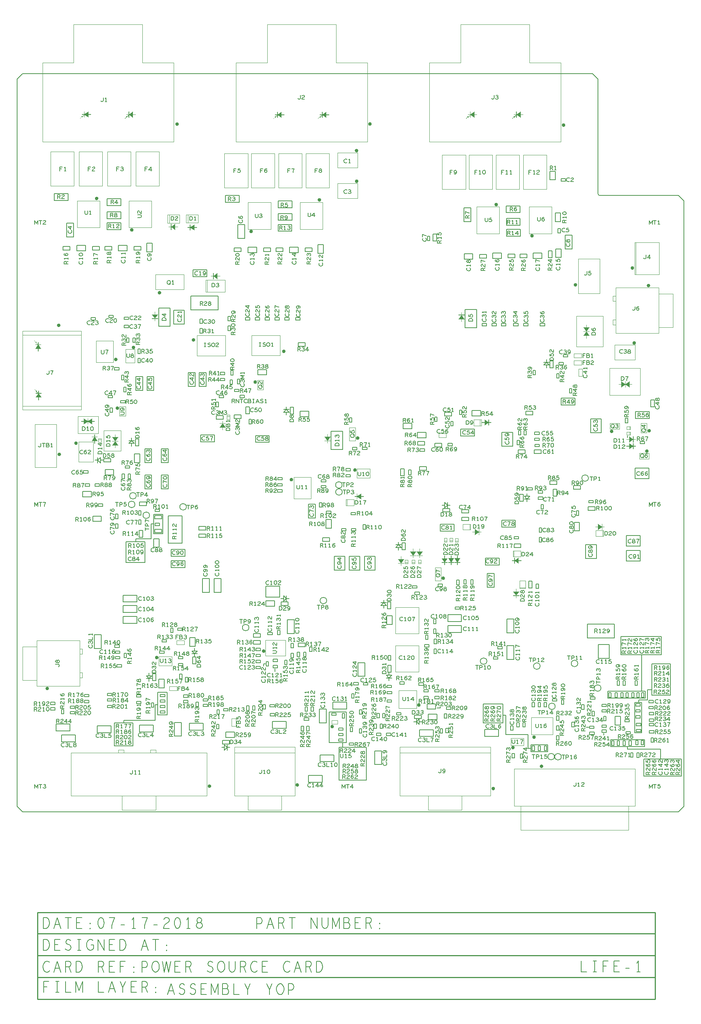
<source format=gbr>
G04 CAM350 V10.0.1 (Build 314) Date:  Tue Jul 17 14:43:09 2018 *
G04 Database: D:\LGR\2018\JULY\REL50470_POWER SOURCE BOARD\REL50470_FINAL.cam *
G04 Layer 19: ASPR *
%FSLAX25Y25*%
%MOIN*%
%SFA1.000B1.000*%

%MIA0B0*%
%IPPOS*%
%ADD10C,0.00600*%
%ADD12C,0.01000*%
%ADD13C,0.01575*%
%ADD17C,0.01575*%
%ADD262C,0.00197*%
%ADD263C,0.00200*%
%LNASPR*%
%LPD*%
G36*
X177455Y489766D02*
G01Y490266D01*
X179455*
Y492766*
X179955*
Y490266*
X183498Y492766*
Y490266*
X185998*
Y489766*
X183498*
Y487266*
X179955Y489766*
Y487266*
X179455*
Y489766*
X177455*
G37*
G36*
X156220Y534229D02*
G01Y534729D01*
X158220*
Y537229*
X158720*
Y534729*
X162263Y537229*
Y534729*
X164763*
Y534229*
X162263*
Y531729*
X158720Y534229*
Y531729*
X158220*
Y534229*
X156220*
G37*
G36*
X138820Y534629D02*
G01Y535129D01*
X140820*
Y537629*
X141320*
Y535129*
X144863Y537629*
Y535129*
X147363*
Y534629*
X144863*
Y532129*
X141320Y534629*
Y532129*
X140820*
Y534629*
X138820*
G37*
G36*
X454224Y197561D02*
G01Y198061D01*
X456724*
X454224Y201605*
X456724*
Y204105*
X457224*
Y201605*
X459724*
X457224Y198061*
X459724*
Y197561*
X457224*
Y195561*
X456724*
Y197561*
X454224*
G37*
G36*
X453161Y229576D02*
G01Y230076D01*
X455161*
Y232576*
X455661*
Y230076*
X459205Y232576*
Y230076*
X461705*
Y229576*
X459205*
Y227076*
X455661Y229576*
Y227076*
X455161*
Y229576*
X453161*
G37*
G36*
X425541Y355877D02*
G01Y356377D01*
X428041*
Y358877*
X431584Y356377*
Y358877*
X432084*
Y356377*
X434084*
Y355877*
X432084*
Y353377*
X431584*
Y355877*
X428041Y353377*
Y355877*
X425541*
G37*
G36*
X404170Y450566D02*
G01X406670Y454109D01*
X404170*
Y454609*
X406670*
Y456609*
X407170*
Y454609*
X409670*
Y454109*
X407170*
X409670Y450566*
X407170*
Y448066*
X406670*
Y450566*
X404170*
G37*
G36*
X309016Y288176D02*
G01Y288676D01*
X311016*
Y291176*
X311516*
Y288676*
X315059Y291176*
Y288676*
X317559*
Y288176*
X315059*
Y285676*
X311516Y288176*
Y285676*
X311016*
Y288176*
X309016*
G37*
G36*
X281432Y339041D02*
G01Y339541D01*
X283932*
X281432Y343084*
X283932*
Y345584*
X284432*
Y343084*
X286932*
X284432Y339541*
X286932*
Y339041*
X284432*
Y337041*
X283932*
Y339041*
X281432*
G37*
G36*
X123430Y450891D02*
G01Y451391D01*
X125930*
X123430Y454934*
X125930*
Y457434*
X126430*
Y454934*
X128930*
X126430Y451391*
X128930*
Y450891*
X126430*
Y448891*
X125930*
Y450891*
X123430*
G37*
G36*
X68399Y339176D02*
G01X70899Y342719D01*
X68399*
Y343219*
X70899*
Y345219*
X71399*
Y343219*
X73899*
Y342719*
X71399*
X73899Y339176*
X71399*
Y336676*
X70899*
Y339176*
X68399*
G37*
G36*
X557756Y340318D02*
G01Y340818D01*
X560256*
Y343318*
X563799Y340818*
Y343318*
X564299*
Y340818*
X566299*
Y340318*
X564299*
Y337818*
X563799*
Y340318*
X560256Y337818*
Y340318*
X557756*
G37*
G36*
Y334118D02*
G01Y334618D01*
X560256*
Y337118*
X563799Y334618*
Y337118*
X564299*
Y334618*
X566299*
Y334118*
X564299*
Y331618*
X563799*
Y334118*
X560256Y331618*
Y334118*
X557756*
G37*
G36*
X529334Y260436D02*
G01Y260936D01*
X531834*
Y263436*
X535377Y260936*
Y263436*
X535877*
Y260936*
X537877*
Y260436*
X535877*
Y257936*
X535377*
Y260436*
X531834Y257936*
Y260436*
X529334*
G37*
G36*
X416595Y255724D02*
G01Y256224D01*
X419095*
Y258724*
X422639Y256224*
Y258724*
X423139*
Y256224*
X425139*
Y255724*
X423139*
Y253224*
X422639*
Y255724*
X419095Y253224*
Y255724*
X416595*
G37*
G36*
X400418Y227901D02*
G01Y228401D01*
X402918*
X400418Y231944*
X402918*
Y234444*
X403418*
Y231944*
X405918*
X403418Y228401*
X405918*
Y227901*
X403418*
Y225901*
X402918*
Y227901*
X400418*
G37*
G36*
X394618D02*
G01Y228401D01*
X397118*
X394618Y231944*
X397118*
Y234444*
X397618*
Y231944*
X400118*
X397618Y228401*
X400118*
Y227901*
X397618*
Y225901*
X397118*
Y227901*
X394618*
G37*
G36*
X388718Y227801D02*
G01Y228301D01*
X391218*
X388718Y231844*
X391218*
Y234344*
X391718*
Y231844*
X394218*
X391718Y228301*
X394218*
Y227801*
X391718*
Y225801*
X391218*
Y227801*
X388718*
G37*
G36*
X365818Y234101D02*
G01Y234601D01*
X368318*
X365818Y238144*
X368318*
Y240644*
X368818*
Y238144*
X371318*
X368818Y234601*
X371318*
Y234101*
X368818*
Y232101*
X368318*
Y234101*
X365818*
G37*
G36*
X359918D02*
G01Y234601D01*
X362418*
X359918Y238144*
X362418*
Y240644*
X362918*
Y238144*
X365418*
X362918Y234601*
X365418*
Y234101*
X362918*
Y232101*
X362418*
Y234101*
X359918*
G37*
G36*
X348818Y227101D02*
G01Y227601D01*
X351318*
X348818Y231144*
X351318*
Y233644*
X351818*
Y231144*
X354318*
X351818Y227601*
X354318*
Y227101*
X351818*
Y225101*
X351318*
Y227101*
X348818*
G37*
G36*
X185458Y351515D02*
G01X187958Y355058D01*
X185458*
Y355558*
X187958*
Y357558*
X188458*
Y355558*
X190958*
Y355058*
X188458*
X190958Y351515*
X188458*
Y349015*
X187958*
Y351515*
X185458*
G37*
G36*
X15377Y431100D02*
G01X15877D01*
X18566Y428956*
X17336*
X19148Y427552*
X19155*
Y429552*
X19655*
Y427552*
X22155*
Y427052*
X19655*
X22155Y423509*
X19655*
Y421009*
X19155*
Y423509*
X16655*
X19155Y427052*
X16655*
Y427552*
X18648*
X16387Y429304*
X17629*
X15377Y431100*
G37*
G36*
X57761Y633694D02*
G01Y634194D01*
X59905Y636883*
Y635653*
X61309Y637464*
Y637472*
X59309*
Y637972*
X61309*
Y640472*
X61809*
Y637972*
X65352Y640472*
Y637972*
X67852*
Y637472*
X65352*
Y634972*
X61809Y637472*
Y634972*
X61309*
Y636964*
X59557Y634704*
Y635946*
X57761Y633694*
G37*
G36*
X411086Y633494D02*
G01Y633994D01*
X413230Y636683*
Y635453*
X414634Y637264*
Y637272*
X412634*
Y637772*
X414634*
Y640272*
X415134*
Y637772*
X418677Y640272*
Y637772*
X421177*
Y637272*
X418677*
Y634772*
X415134Y637272*
Y634772*
X414634*
Y636764*
X412882Y634504*
Y635746*
X411086Y633494*
G37*
G36*
X234621Y633394D02*
G01Y633894D01*
X236765Y636583*
Y635353*
X238169Y637164*
Y637172*
X236169*
Y637672*
X238169*
Y640172*
X238669*
Y637672*
X242212Y640172*
Y637672*
X244712*
Y637172*
X242212*
Y634672*
X238669Y637172*
Y634672*
X238169*
Y636664*
X236417Y634404*
Y635646*
X234621Y633394*
G37*
G36*
X15644Y386600D02*
G01X16144D01*
X18834Y384456*
X17604*
X19415Y383052*
X19422*
Y385052*
X19922*
Y383052*
X22422*
Y382552*
X19922*
X22422Y379009*
X19922*
Y376509*
X19422*
Y379009*
X16922*
X19422Y382552*
X16922*
Y383052*
X18915*
X16654Y384804*
X17896*
X15644Y386600*
G37*
G36*
X453339Y633502D02*
G01Y634002D01*
X455483Y636691*
Y635461*
X456887Y637273*
Y637280*
X454887*
Y637780*
X456887*
Y640280*
X457387*
Y637780*
X460930Y640280*
Y637780*
X463430*
Y637280*
X460930*
Y634780*
X457387Y637280*
Y634780*
X456887*
Y636773*
X455135Y634512*
Y635754*
X453339Y633502*
G37*
G36*
X275574Y633402D02*
G01Y633902D01*
X277718Y636591*
Y635361*
X279122Y637173*
Y637180*
X277122*
Y637680*
X279122*
Y640180*
X279622*
Y637680*
X283165Y640180*
Y637680*
X285665*
Y637180*
X283165*
Y634680*
X279622Y637180*
Y634680*
X279122*
Y636673*
X277370Y634412*
Y635654*
X275574Y633402*
G37*
G36*
X98614Y633602D02*
G01Y634102D01*
X100758Y636791*
Y635561*
X102162Y637373*
Y637380*
X100162*
Y637880*
X102162*
Y640380*
X102662*
Y637880*
X106205Y640380*
Y637880*
X108705*
Y637380*
X106205*
Y634880*
X102662Y637380*
Y634880*
X102162*
Y636873*
X100410Y634612*
Y635854*
X98614Y633602*
G37*
G36*
X58595Y356793D02*
G01Y357293D01*
X61095*
Y359793*
X64629Y357300*
X64638*
Y359793*
X64642*
Y359800*
X65142*
Y357300*
X68685Y359800*
Y357300*
X71185*
Y356800*
X68685*
Y354300*
X65151Y356793*
X65142*
Y354300*
X65138*
Y354293*
X64638*
Y356793*
X61095Y354293*
Y356793*
X58595*
G37*
G36*
X87174Y338720D02*
G01Y339220D01*
X89674*
X87174Y342763*
X89674*
Y345263*
X90174*
Y342763*
X92674*
X90181Y339229*
Y339220*
X92674*
Y339216*
X92681*
Y338716*
X90181*
X92681Y335173*
X90181*
Y332673*
X89681*
Y335173*
X87181*
X89674Y338707*
Y338716*
X87181*
Y338720*
X87174*
G37*
G36*
X550595Y390652D02*
G01Y391152D01*
X553095*
Y393652*
X556617Y391168*
X556626*
Y393668*
X557126*
Y393652*
X557139*
Y391176*
X560670Y393668*
Y391168*
X563170*
Y390668*
X560670*
Y388168*
X557148Y390652*
X557139*
Y388152*
X556639*
Y388168*
X556626*
Y390644*
X553095Y388152*
Y390652*
X550595*
G37*
G36*
X518452Y438961D02*
G01Y439461D01*
X518468*
Y439474*
X520944*
X518452Y443005*
X520952*
Y445505*
X521452*
Y443005*
X523952*
X521468Y439483*
Y439474*
X523968*
Y438974*
X523952*
Y438961*
X521476*
X523968Y435430*
X521468*
Y432930*
X520968*
Y435430*
X518468*
X520952Y438952*
Y438961*
X518452*
G37*
G54D10*
X523300Y77300D02*
G01X521000D01*
X537200Y72200D02*
G01Y70500D01*
X470300Y58200D02*
G01Y55100D01*
Y55100D02*
G01X485900D01*
Y55100D02*
G01Y61600D01*
Y61600D02*
G01X470300D01*
Y61600D02*
G01Y58200D01*
Y58200D02*
G01X467900D01*
Y58200D02*
G01Y70700D01*
Y70700D02*
G01X447500D01*
Y70700D02*
G01Y88400D01*
Y88400D02*
G01X444700D01*
Y88400D02*
G01Y81600D01*
Y81600D02*
G01X426700D01*
Y81600D02*
G01Y98700D01*
Y98700D02*
G01X444700D01*
Y98700D02*
G01Y88600D01*
X301300Y91500D02*
G01X285900D01*
Y91500D02*
G01Y63600D01*
Y63600D02*
G01X298100D01*
X294700Y59100D02*
G01Y29100D01*
Y29100D02*
G01X319800D01*
Y29100D02*
G01Y59100D01*
Y59100D02*
G01X298100D01*
Y59100D02*
G01Y63600D01*
Y63600D02*
G01X301300D01*
Y63600D02*
G01Y91500D01*
X298100Y59100D02*
G01X294700D01*
X384400Y95100D02*
G01X387400D01*
Y95100D02*
G01Y96300D01*
X543800Y66200D02*
G01X543300D01*
Y66200D02*
G01Y59800D01*
Y59800D02*
G01X558900D01*
X573700Y48600D02*
G01Y32700D01*
Y32700D02*
G01X608000D01*
Y32700D02*
G01Y48600D01*
Y48600D02*
G01X589000D01*
Y48600D02*
G01Y57300D01*
Y57300D02*
G01X558900D01*
Y57300D02*
G01Y59800D01*
Y59800D02*
G01X574500D01*
Y59800D02*
G01Y66200D01*
Y66200D02*
G01X543800D01*
X589000Y48600D02*
G01X573700D01*
X581200Y111900D02*
G01Y135500D01*
Y135500D02*
G01X598200D01*
Y135500D02*
G01Y106700D01*
Y106700D02*
G01X583800D01*
Y106700D02*
G01X581200D01*
Y106700D02*
G01Y111900D01*
Y111900D02*
G01X577100D01*
Y111900D02*
G01Y102600D01*
Y102600D02*
G01X569100D01*
Y102600D02*
G01Y100100D01*
Y100100D02*
G01X571600D01*
Y100100D02*
G01Y72500D01*
Y72500D02*
G01X565400D01*
Y72500D02*
G01Y73700D01*
X569100Y100100D02*
G01X565400D01*
Y100100D02*
G01Y73700D01*
X589900Y143900D02*
G01Y160400D01*
Y160400D02*
G01X552600D01*
Y160400D02*
G01Y143900D01*
Y143900D02*
G01X571600D01*
X575000Y104200D02*
G01Y110300D01*
Y110300D02*
G01X571600D01*
Y110300D02*
G01Y143900D01*
Y143900D02*
G01X589900D01*
X571600Y110300D02*
G01X540800D01*
Y110300D02*
G01Y104200D01*
Y104200D02*
G01X575000D01*
X108800Y247100D02*
G01X99900D01*
Y247100D02*
G01Y229100D01*
Y229100D02*
G01Y228000D01*
Y228000D02*
G01X117200D01*
Y228000D02*
G01Y247100D01*
Y247100D02*
G01X108800D01*
Y247100D02*
G01Y249800D01*
Y249800D02*
G01X122600D01*
Y249800D02*
G01Y263600D01*
Y263600D02*
G01X124900D01*
X125000Y272100D02*
G01X133500D01*
Y272100D02*
G01Y254400D01*
Y254400D02*
G01X125000D01*
Y254400D02*
G01Y272100D01*
X225900Y133500D02*
G01Y135500D01*
Y135500D02*
G01X227300D01*
X236000Y128400D02*
G01Y131100D01*
X89100Y81500D02*
G01X97600D01*
X128900Y109300D02*
G01X137500D01*
Y109300D02*
G01Y88700D01*
Y88700D02*
G01X128900D01*
Y88700D02*
G01Y98000D01*
Y98000D02*
G01X126500D01*
Y98000D02*
G01Y83900D01*
Y83900D02*
G01X97600D01*
Y83900D02*
G01Y81500D01*
Y81500D02*
G01X106100D01*
Y81500D02*
G01Y60400D01*
Y60400D02*
G01X89100D01*
Y60400D02*
G01Y81500D01*
X128900Y98000D02*
G01Y109300D01*
X558800Y344200D02*
G01Y342500D01*
G54D12*
X18600Y-131100D02*
G01X583950D01*
X18600Y-91900D02*
G01X584100D01*
X18600Y-111100D02*
G01X584050D01*
X18600Y-151100D02*
G01X584100D01*
Y-151100D02*
G01Y-150950D01*
X18600Y-91769D02*
G01Y-171100D01*
X584100Y-91864D02*
G01Y-171100D01*
Y-171100D02*
G01X18600D01*
G54D10*
X137825Y-166900D02*
G01X140950Y-156900D01*
Y-156900D02*
G01X144075Y-166900D01*
X142950Y-163400D02*
G01X138950D01*
X148325Y-165567D02*
G01X149325Y-166400D01*
Y-166400D02*
G01X150450Y-166900D01*
Y-166900D02*
G01X151450D01*
Y-166900D02*
G01X152450Y-166400D01*
Y-166400D02*
G01X153200Y-165567D01*
Y-165567D02*
G01X153575Y-164400D01*
Y-164400D02*
G01X153325Y-163234D01*
Y-163234D02*
G01X152700Y-162233D01*
Y-162233D02*
G01X151575Y-161567D01*
Y-161567D02*
G01X150075Y-161233D01*
Y-161233D02*
G01X149200Y-160567D01*
Y-160567D02*
G01X148825Y-159400D01*
Y-159400D02*
G01X149075Y-158233D01*
Y-158233D02*
G01X149700Y-157400D01*
Y-157400D02*
G01X150575Y-156900D01*
Y-156900D02*
G01X151450D01*
Y-156900D02*
G01X152325Y-157233D01*
Y-157233D02*
G01X153075Y-158067D01*
X158325Y-165567D02*
G01X159325Y-166400D01*
Y-166400D02*
G01X160450Y-166900D01*
Y-166900D02*
G01X161450D01*
Y-166900D02*
G01X162450Y-166400D01*
Y-166400D02*
G01X163200Y-165567D01*
Y-165567D02*
G01X163575Y-164400D01*
Y-164400D02*
G01X163325Y-163234D01*
Y-163234D02*
G01X162700Y-162233D01*
Y-162233D02*
G01X161575Y-161567D01*
Y-161567D02*
G01X160075Y-161233D01*
Y-161233D02*
G01X159200Y-160567D01*
Y-160567D02*
G01X158825Y-159400D01*
Y-159400D02*
G01X159075Y-158233D01*
Y-158233D02*
G01X159700Y-157400D01*
Y-157400D02*
G01X160575Y-156900D01*
Y-156900D02*
G01X161450D01*
Y-156900D02*
G01X162325Y-157233D01*
Y-157233D02*
G01X163075Y-158067D01*
X173450Y-166900D02*
G01X168450D01*
Y-166900D02*
G01Y-156900D01*
Y-156900D02*
G01X173450D01*
X171450Y-161733D02*
G01X168450D01*
X177700Y-166900D02*
G01Y-156900D01*
Y-156900D02*
G01X180950Y-165233D01*
Y-165233D02*
G01X184200Y-156900D01*
Y-156900D02*
G01Y-166900D01*
X191950Y-161567D02*
G01X192450Y-161067D01*
Y-161067D02*
G01X192825Y-160234D01*
Y-160234D02*
G01X193075Y-159067D01*
Y-159067D02*
G01X192825Y-158067D01*
Y-158067D02*
G01X192325Y-157400D01*
Y-157400D02*
G01X191450Y-156900D01*
Y-156900D02*
G01X188075D01*
Y-156900D02*
G01Y-166900D01*
Y-166900D02*
G01X192200D01*
Y-166900D02*
G01X193075Y-166233D01*
Y-166233D02*
G01X193575Y-165233D01*
Y-165233D02*
G01X193825Y-164067D01*
Y-164067D02*
G01X193575Y-162900D01*
Y-162900D02*
G01X192825Y-161900D01*
Y-161900D02*
G01X191950Y-161567D01*
Y-161567D02*
G01X188075D01*
X198450Y-156900D02*
G01Y-166900D01*
Y-166900D02*
G01X203450D01*
X210950D02*
G01Y-162400D01*
Y-162400D02*
G01X208450Y-156900D01*
X213450D02*
G01X210950Y-162400D01*
X230950Y-166900D02*
G01Y-162400D01*
Y-162400D02*
G01X228450Y-156900D01*
X233450D02*
G01X230950Y-162400D01*
X240950Y-166900D02*
G01X239950Y-166733D01*
Y-166733D02*
G01X239075Y-166067D01*
Y-166067D02*
G01X238325Y-165067D01*
Y-165067D02*
G01X237825Y-163900D01*
Y-163900D02*
G01X237575Y-162567D01*
Y-162567D02*
G01Y-161233D01*
Y-161233D02*
G01X237825Y-159900D01*
Y-159900D02*
G01X238325Y-158733D01*
Y-158733D02*
G01X239075Y-157733D01*
Y-157733D02*
G01X239950Y-157067D01*
Y-157067D02*
G01X240950Y-156900D01*
Y-156900D02*
G01X241950Y-157067D01*
Y-157067D02*
G01X242825Y-157733D01*
Y-157733D02*
G01X243575Y-158733D01*
Y-158733D02*
G01X244075Y-159900D01*
Y-159900D02*
G01X244325Y-161233D01*
Y-161233D02*
G01Y-162567D01*
Y-162567D02*
G01X244075Y-163900D01*
Y-163900D02*
G01X243575Y-165067D01*
Y-165067D02*
G01X242825Y-166067D01*
Y-166067D02*
G01X241950Y-166733D01*
Y-166733D02*
G01X240950Y-166900D01*
X248450D02*
G01Y-156900D01*
Y-156900D02*
G01X251450D01*
Y-156900D02*
G01X252450Y-157400D01*
Y-157400D02*
G01X253200Y-158567D01*
Y-158567D02*
G01X253450Y-159900D01*
Y-159900D02*
G01X253200Y-161233D01*
Y-161233D02*
G01X252575Y-162233D01*
Y-162233D02*
G01X251450Y-162734D01*
Y-162734D02*
G01X248450D01*
X29600Y-137233D02*
G01X28850Y-136733D01*
Y-136733D02*
G01X27975Y-136400D01*
Y-136400D02*
G01X26975D01*
Y-136400D02*
G01X25850Y-136900D01*
Y-136900D02*
G01X24975Y-137733D01*
Y-137733D02*
G01X24350Y-138733D01*
Y-138733D02*
G01X23850Y-140400D01*
Y-140400D02*
G01X23725Y-141900D01*
Y-141900D02*
G01X23975Y-143400D01*
Y-143400D02*
G01X24350Y-144400D01*
Y-144400D02*
G01X25100Y-145400D01*
Y-145400D02*
G01X25975Y-146067D01*
Y-146067D02*
G01X26850Y-146400D01*
Y-146400D02*
G01X27725D01*
Y-146400D02*
G01X28600Y-146067D01*
Y-146067D02*
G01X29350Y-145567D01*
Y-145567D02*
G01X29975Y-144900D01*
X33725Y-146400D02*
G01X36850Y-136400D01*
Y-136400D02*
G01X39975Y-146400D01*
X38850Y-142900D02*
G01X34850D01*
X44350Y-146400D02*
G01Y-136400D01*
Y-136400D02*
G01X47475D01*
Y-136400D02*
G01X48475Y-136900D01*
Y-136900D02*
G01X49100Y-137567D01*
Y-137567D02*
G01X49350Y-138900D01*
Y-138900D02*
G01X49100Y-140233D01*
Y-140233D02*
G01X48350Y-141067D01*
Y-141067D02*
G01X47475Y-141567D01*
Y-141567D02*
G01X44350D01*
X47475D02*
G01X49350Y-146400D01*
X54100D02*
G01Y-136400D01*
Y-136400D02*
G01X56600D01*
Y-136400D02*
G01X57600Y-136900D01*
Y-136900D02*
G01X58350Y-137567D01*
Y-137567D02*
G01X58975Y-138567D01*
Y-138567D02*
G01X59475Y-139734D01*
Y-139734D02*
G01X59600Y-141400D01*
Y-141400D02*
G01X59475Y-143067D01*
Y-143067D02*
G01X58975Y-144233D01*
Y-144233D02*
G01X58350Y-145234D01*
Y-145234D02*
G01X57600Y-145900D01*
Y-145900D02*
G01X56600Y-146400D01*
Y-146400D02*
G01X54100D01*
X74350D02*
G01Y-136400D01*
Y-136400D02*
G01X77475D01*
Y-136400D02*
G01X78475Y-136900D01*
Y-136900D02*
G01X79100Y-137567D01*
Y-137567D02*
G01X79350Y-138900D01*
Y-138900D02*
G01X79100Y-140233D01*
Y-140233D02*
G01X78350Y-141067D01*
Y-141067D02*
G01X77475Y-141567D01*
Y-141567D02*
G01X74350D01*
X77475D02*
G01X79350Y-146400D01*
X89350D02*
G01X84350D01*
Y-146400D02*
G01Y-136400D01*
Y-136400D02*
G01X89350D01*
X87350Y-141233D02*
G01X84350D01*
X94475Y-146400D02*
G01Y-136400D01*
Y-136400D02*
G01X99225D01*
X97475Y-141233D02*
G01X94475D01*
X106850Y-146733D02*
G01X106600Y-146567D01*
Y-146567D02*
G01Y-146233D01*
Y-146233D02*
G01X106850Y-146067D01*
Y-146067D02*
G01X107100Y-146233D01*
Y-146233D02*
G01Y-146567D01*
Y-146567D02*
G01X106850Y-146733D01*
Y-142234D02*
G01X106600Y-142067D01*
Y-142067D02*
G01Y-141733D01*
Y-141733D02*
G01X106850Y-141567D01*
Y-141567D02*
G01X107100Y-141733D01*
Y-141733D02*
G01Y-142067D01*
Y-142067D02*
G01X106850Y-142234D01*
X114350Y-146400D02*
G01Y-136400D01*
Y-136400D02*
G01X117350D01*
Y-136400D02*
G01X118350Y-136900D01*
Y-136900D02*
G01X119100Y-138067D01*
Y-138067D02*
G01X119350Y-139400D01*
Y-139400D02*
G01X119100Y-140733D01*
Y-140733D02*
G01X118475Y-141733D01*
Y-141733D02*
G01X117350Y-142234D01*
Y-142234D02*
G01X114350D01*
X126850Y-146400D02*
G01X125850Y-146233D01*
Y-146233D02*
G01X124975Y-145567D01*
Y-145567D02*
G01X124225Y-144567D01*
Y-144567D02*
G01X123725Y-143400D01*
Y-143400D02*
G01X123475Y-142067D01*
Y-142067D02*
G01Y-140733D01*
Y-140733D02*
G01X123725Y-139400D01*
Y-139400D02*
G01X124225Y-138233D01*
Y-138233D02*
G01X124975Y-137233D01*
Y-137233D02*
G01X125850Y-136567D01*
Y-136567D02*
G01X126850Y-136400D01*
Y-136400D02*
G01X127850Y-136567D01*
Y-136567D02*
G01X128725Y-137233D01*
Y-137233D02*
G01X129475Y-138233D01*
Y-138233D02*
G01X129975Y-139400D01*
Y-139400D02*
G01X130225Y-140733D01*
Y-140733D02*
G01Y-142067D01*
Y-142067D02*
G01X129975Y-143400D01*
Y-143400D02*
G01X129475Y-144567D01*
Y-144567D02*
G01X128725Y-145567D01*
Y-145567D02*
G01X127850Y-146233D01*
Y-146233D02*
G01X126850Y-146400D01*
X133100Y-136400D02*
G01X134850Y-146400D01*
Y-146400D02*
G01X136850Y-136400D01*
Y-136400D02*
G01X138850Y-146400D01*
Y-146400D02*
G01X140600Y-136400D01*
X149350Y-146400D02*
G01X144350D01*
Y-146400D02*
G01Y-136400D01*
Y-136400D02*
G01X149350D01*
X147350Y-141233D02*
G01X144350D01*
X154350Y-146400D02*
G01Y-136400D01*
Y-136400D02*
G01X157475D01*
Y-136400D02*
G01X158475Y-136900D01*
Y-136900D02*
G01X159100Y-137567D01*
Y-137567D02*
G01X159350Y-138900D01*
Y-138900D02*
G01X159100Y-140233D01*
Y-140233D02*
G01X158350Y-141067D01*
Y-141067D02*
G01X157475Y-141567D01*
Y-141567D02*
G01X154350D01*
X157475D02*
G01X159350Y-146400D01*
X174225Y-145067D02*
G01X175225Y-145900D01*
Y-145900D02*
G01X176350Y-146400D01*
Y-146400D02*
G01X177350D01*
Y-146400D02*
G01X178350Y-145900D01*
Y-145900D02*
G01X179100Y-145067D01*
Y-145067D02*
G01X179475Y-143900D01*
Y-143900D02*
G01X179225Y-142734D01*
Y-142734D02*
G01X178600Y-141733D01*
Y-141733D02*
G01X177475Y-141067D01*
Y-141067D02*
G01X175975Y-140733D01*
Y-140733D02*
G01X175100Y-140067D01*
Y-140067D02*
G01X174725Y-138900D01*
Y-138900D02*
G01X174975Y-137733D01*
Y-137733D02*
G01X175600Y-136900D01*
Y-136900D02*
G01X176475Y-136400D01*
Y-136400D02*
G01X177350D01*
Y-136400D02*
G01X178225Y-136733D01*
Y-136733D02*
G01X178975Y-137567D01*
X186850Y-146400D02*
G01X185850Y-146233D01*
Y-146233D02*
G01X184975Y-145567D01*
Y-145567D02*
G01X184225Y-144567D01*
Y-144567D02*
G01X183725Y-143400D01*
Y-143400D02*
G01X183475Y-142067D01*
Y-142067D02*
G01Y-140733D01*
Y-140733D02*
G01X183725Y-139400D01*
Y-139400D02*
G01X184225Y-138233D01*
Y-138233D02*
G01X184975Y-137233D01*
Y-137233D02*
G01X185850Y-136567D01*
Y-136567D02*
G01X186850Y-136400D01*
Y-136400D02*
G01X187850Y-136567D01*
Y-136567D02*
G01X188725Y-137233D01*
Y-137233D02*
G01X189475Y-138233D01*
Y-138233D02*
G01X189975Y-139400D01*
Y-139400D02*
G01X190225Y-140733D01*
Y-140733D02*
G01Y-142067D01*
Y-142067D02*
G01X189975Y-143400D01*
Y-143400D02*
G01X189475Y-144567D01*
Y-144567D02*
G01X188725Y-145567D01*
Y-145567D02*
G01X187850Y-146233D01*
Y-146233D02*
G01X186850Y-146400D01*
X194100Y-136400D02*
G01Y-143567D01*
Y-143567D02*
G01X194600Y-145067D01*
Y-145067D02*
G01X195600Y-146067D01*
Y-146067D02*
G01X196850Y-146400D01*
Y-146400D02*
G01X198100Y-146067D01*
Y-146067D02*
G01X199100Y-145067D01*
Y-145067D02*
G01X199600Y-143567D01*
Y-143567D02*
G01Y-136400D01*
X204350Y-146400D02*
G01Y-136400D01*
Y-136400D02*
G01X207475D01*
Y-136400D02*
G01X208475Y-136900D01*
Y-136900D02*
G01X209100Y-137567D01*
Y-137567D02*
G01X209350Y-138900D01*
Y-138900D02*
G01X209100Y-140233D01*
Y-140233D02*
G01X208350Y-141067D01*
Y-141067D02*
G01X207475Y-141567D01*
Y-141567D02*
G01X204350D01*
X207475D02*
G01X209350Y-146400D01*
X219600Y-137233D02*
G01X218850Y-136733D01*
Y-136733D02*
G01X217975Y-136400D01*
Y-136400D02*
G01X216975D01*
Y-136400D02*
G01X215850Y-136900D01*
Y-136900D02*
G01X214975Y-137733D01*
Y-137733D02*
G01X214350Y-138733D01*
Y-138733D02*
G01X213850Y-140400D01*
Y-140400D02*
G01X213725Y-141900D01*
Y-141900D02*
G01X213975Y-143400D01*
Y-143400D02*
G01X214350Y-144400D01*
Y-144400D02*
G01X215100Y-145400D01*
Y-145400D02*
G01X215975Y-146067D01*
Y-146067D02*
G01X216850Y-146400D01*
Y-146400D02*
G01X217725D01*
Y-146400D02*
G01X218600Y-146067D01*
Y-146067D02*
G01X219350Y-145567D01*
Y-145567D02*
G01X219975Y-144900D01*
X229350Y-146400D02*
G01X224350D01*
Y-146400D02*
G01Y-136400D01*
Y-136400D02*
G01X229350D01*
X227350Y-141233D02*
G01X224350D01*
X249600Y-137233D02*
G01X248850Y-136733D01*
Y-136733D02*
G01X247975Y-136400D01*
Y-136400D02*
G01X246975D01*
Y-136400D02*
G01X245850Y-136900D01*
Y-136900D02*
G01X244975Y-137733D01*
Y-137733D02*
G01X244350Y-138733D01*
Y-138733D02*
G01X243850Y-140400D01*
Y-140400D02*
G01X243725Y-141900D01*
Y-141900D02*
G01X243975Y-143400D01*
Y-143400D02*
G01X244350Y-144400D01*
Y-144400D02*
G01X245100Y-145400D01*
Y-145400D02*
G01X245975Y-146067D01*
Y-146067D02*
G01X246850Y-146400D01*
Y-146400D02*
G01X247725D01*
Y-146400D02*
G01X248600Y-146067D01*
Y-146067D02*
G01X249350Y-145567D01*
Y-145567D02*
G01X249975Y-144900D01*
X253725Y-146400D02*
G01X256850Y-136400D01*
Y-136400D02*
G01X259975Y-146400D01*
X258850Y-142900D02*
G01X254850D01*
X264350Y-146400D02*
G01Y-136400D01*
Y-136400D02*
G01X267475D01*
Y-136400D02*
G01X268475Y-136900D01*
Y-136900D02*
G01X269100Y-137567D01*
Y-137567D02*
G01X269350Y-138900D01*
Y-138900D02*
G01X269100Y-140233D01*
Y-140233D02*
G01X268350Y-141067D01*
Y-141067D02*
G01X267475Y-141567D01*
Y-141567D02*
G01X264350D01*
X267475D02*
G01X269350Y-146400D01*
X274100D02*
G01Y-136400D01*
Y-136400D02*
G01X276600D01*
Y-136400D02*
G01X277600Y-136900D01*
Y-136900D02*
G01X278350Y-137567D01*
Y-137567D02*
G01X278975Y-138567D01*
Y-138567D02*
G01X279475Y-139734D01*
Y-139734D02*
G01X279600Y-141400D01*
Y-141400D02*
G01X279475Y-143067D01*
Y-143067D02*
G01X278975Y-144233D01*
Y-144233D02*
G01X278350Y-145234D01*
Y-145234D02*
G01X277600Y-145900D01*
Y-145900D02*
G01X276600Y-146400D01*
Y-146400D02*
G01X274100D01*
X24475Y-164900D02*
G01Y-154900D01*
Y-154900D02*
G01X29225D01*
X27475Y-159733D02*
G01X24475D01*
X35350Y-154900D02*
G01X38350D01*
X36850D02*
G01Y-164900D01*
X35350D02*
G01X38350D01*
X44350Y-154900D02*
G01Y-164900D01*
Y-164900D02*
G01X49350D01*
X53600D02*
G01Y-154900D01*
Y-154900D02*
G01X56850Y-163233D01*
Y-163233D02*
G01X60100Y-154900D01*
Y-154900D02*
G01Y-164900D01*
X74350Y-154900D02*
G01Y-164900D01*
Y-164900D02*
G01X79350D01*
X83725D02*
G01X86850Y-154900D01*
Y-154900D02*
G01X89975Y-164900D01*
X88850Y-161400D02*
G01X84850D01*
X96850Y-164900D02*
G01Y-160400D01*
Y-160400D02*
G01X94350Y-154900D01*
X99350D02*
G01X96850Y-160400D01*
X109350Y-164900D02*
G01X104350D01*
Y-164900D02*
G01Y-154900D01*
Y-154900D02*
G01X109350D01*
X107350Y-159733D02*
G01X104350D01*
X114350Y-164900D02*
G01Y-154900D01*
Y-154900D02*
G01X117475D01*
Y-154900D02*
G01X118475Y-155400D01*
Y-155400D02*
G01X119100Y-156067D01*
Y-156067D02*
G01X119350Y-157400D01*
Y-157400D02*
G01X119100Y-158733D01*
Y-158733D02*
G01X118350Y-159567D01*
Y-159567D02*
G01X117475Y-160067D01*
Y-160067D02*
G01X114350D01*
X117475D02*
G01X119350Y-164900D01*
X126850Y-165233D02*
G01X126600Y-165067D01*
Y-165067D02*
G01Y-164733D01*
Y-164733D02*
G01X126850Y-164567D01*
Y-164567D02*
G01X127100Y-164733D01*
Y-164733D02*
G01Y-165067D01*
Y-165067D02*
G01X126850Y-165233D01*
Y-160734D02*
G01X126600Y-160567D01*
Y-160567D02*
G01Y-160233D01*
Y-160233D02*
G01X126850Y-160067D01*
Y-160067D02*
G01X127100Y-160233D01*
Y-160233D02*
G01Y-160567D01*
Y-160567D02*
G01X126850Y-160734D01*
X24100Y-126400D02*
G01Y-116400D01*
Y-116400D02*
G01X26600D01*
Y-116400D02*
G01X27600Y-116900D01*
Y-116900D02*
G01X28350Y-117567D01*
Y-117567D02*
G01X28975Y-118567D01*
Y-118567D02*
G01X29475Y-119734D01*
Y-119734D02*
G01X29600Y-121400D01*
Y-121400D02*
G01X29475Y-123067D01*
Y-123067D02*
G01X28975Y-124233D01*
Y-124233D02*
G01X28350Y-125234D01*
Y-125234D02*
G01X27600Y-125900D01*
Y-125900D02*
G01X26600Y-126400D01*
Y-126400D02*
G01X24100D01*
X39350D02*
G01X34350D01*
Y-126400D02*
G01Y-116400D01*
Y-116400D02*
G01X39350D01*
X37350Y-121233D02*
G01X34350D01*
X44225Y-125067D02*
G01X45225Y-125900D01*
Y-125900D02*
G01X46350Y-126400D01*
Y-126400D02*
G01X47350D01*
Y-126400D02*
G01X48350Y-125900D01*
Y-125900D02*
G01X49100Y-125067D01*
Y-125067D02*
G01X49475Y-123900D01*
Y-123900D02*
G01X49225Y-122734D01*
Y-122734D02*
G01X48600Y-121733D01*
Y-121733D02*
G01X47475Y-121067D01*
Y-121067D02*
G01X45975Y-120733D01*
Y-120733D02*
G01X45100Y-120067D01*
Y-120067D02*
G01X44725Y-118900D01*
Y-118900D02*
G01X44975Y-117733D01*
Y-117733D02*
G01X45600Y-116900D01*
Y-116900D02*
G01X46475Y-116400D01*
Y-116400D02*
G01X47350D01*
Y-116400D02*
G01X48225Y-116733D01*
Y-116733D02*
G01X48975Y-117567D01*
X55350Y-116400D02*
G01X58350D01*
X56850D02*
G01Y-126400D01*
X55350D02*
G01X58350D01*
X67600Y-121400D02*
G01X70100D01*
Y-121400D02*
G01Y-124400D01*
Y-124400D02*
G01X69350Y-125400D01*
Y-125400D02*
G01X68475Y-126067D01*
Y-126067D02*
G01X67225Y-126400D01*
Y-126400D02*
G01X65975Y-126067D01*
Y-126067D02*
G01X65100Y-125400D01*
Y-125400D02*
G01X64350Y-124400D01*
Y-124400D02*
G01X63850Y-123233D01*
Y-123233D02*
G01X63600Y-121900D01*
Y-121900D02*
G01Y-120733D01*
Y-120733D02*
G01X63850Y-119734D01*
Y-119734D02*
G01X64350Y-118567D01*
Y-118567D02*
G01X65100Y-117567D01*
Y-117567D02*
G01X65850Y-116900D01*
Y-116900D02*
G01X66850Y-116400D01*
Y-116400D02*
G01X67725D01*
Y-116400D02*
G01X68725Y-116733D01*
Y-116733D02*
G01X69475Y-117400D01*
X73975Y-126400D02*
G01Y-116400D01*
Y-116400D02*
G01X79725Y-126400D01*
Y-126400D02*
G01Y-116400D01*
X89350Y-126400D02*
G01X84350D01*
Y-126400D02*
G01Y-116400D01*
Y-116400D02*
G01X89350D01*
X87350Y-121233D02*
G01X84350D01*
X94100Y-126400D02*
G01Y-116400D01*
Y-116400D02*
G01X96600D01*
Y-116400D02*
G01X97600Y-116900D01*
Y-116900D02*
G01X98350Y-117567D01*
Y-117567D02*
G01X98975Y-118567D01*
Y-118567D02*
G01X99475Y-119734D01*
Y-119734D02*
G01X99600Y-121400D01*
Y-121400D02*
G01X99475Y-123067D01*
Y-123067D02*
G01X98975Y-124233D01*
Y-124233D02*
G01X98350Y-125234D01*
Y-125234D02*
G01X97600Y-125900D01*
Y-125900D02*
G01X96600Y-126400D01*
Y-126400D02*
G01X94100D01*
X113725D02*
G01X116850Y-116400D01*
Y-116400D02*
G01X119975Y-126400D01*
X118850Y-122900D02*
G01X114850D01*
X126850Y-116400D02*
G01Y-126400D01*
X123975Y-116400D02*
G01X129725D01*
X136850Y-126733D02*
G01X136600Y-126567D01*
Y-126567D02*
G01Y-126233D01*
Y-126233D02*
G01X136850Y-126067D01*
Y-126067D02*
G01X137100Y-126233D01*
Y-126233D02*
G01Y-126567D01*
Y-126567D02*
G01X136850Y-126733D01*
Y-122234D02*
G01X136600Y-122067D01*
Y-122067D02*
G01Y-121733D01*
Y-121733D02*
G01X136850Y-121567D01*
Y-121567D02*
G01X137100Y-121733D01*
Y-121733D02*
G01Y-122067D01*
Y-122067D02*
G01X136850Y-122234D01*
X24100Y-106400D02*
G01Y-96400D01*
Y-96400D02*
G01X26600D01*
Y-96400D02*
G01X27600Y-96900D01*
Y-96900D02*
G01X28350Y-97567D01*
Y-97567D02*
G01X28975Y-98567D01*
Y-98567D02*
G01X29475Y-99734D01*
Y-99734D02*
G01X29600Y-101400D01*
Y-101400D02*
G01X29475Y-103067D01*
Y-103067D02*
G01X28975Y-104233D01*
Y-104233D02*
G01X28350Y-105234D01*
Y-105234D02*
G01X27600Y-105900D01*
Y-105900D02*
G01X26600Y-106400D01*
Y-106400D02*
G01X24100D01*
X33725D02*
G01X36850Y-96400D01*
Y-96400D02*
G01X39975Y-106400D01*
X38850Y-102900D02*
G01X34850D01*
X46850Y-96400D02*
G01Y-106400D01*
X43975Y-96400D02*
G01X49725D01*
X59350Y-106400D02*
G01X54350D01*
Y-106400D02*
G01Y-96400D01*
Y-96400D02*
G01X59350D01*
X57350Y-101233D02*
G01X54350D01*
X66850Y-106733D02*
G01X66600Y-106567D01*
Y-106567D02*
G01Y-106233D01*
Y-106233D02*
G01X66850Y-106067D01*
Y-106067D02*
G01X67100Y-106233D01*
Y-106233D02*
G01Y-106567D01*
Y-106567D02*
G01X66850Y-106733D01*
Y-102234D02*
G01X66600Y-102067D01*
Y-102067D02*
G01Y-101733D01*
Y-101733D02*
G01X66850Y-101567D01*
Y-101567D02*
G01X67100Y-101733D01*
Y-101733D02*
G01Y-102067D01*
Y-102067D02*
G01X66850Y-102234D01*
X76850Y-96400D02*
G01X75850Y-96733D01*
Y-96733D02*
G01X75100Y-97567D01*
Y-97567D02*
G01X74600Y-98567D01*
Y-98567D02*
G01X74225Y-99900D01*
Y-99900D02*
G01X74100Y-101400D01*
Y-101400D02*
G01X74225Y-102900D01*
Y-102900D02*
G01X74600Y-104233D01*
Y-104233D02*
G01X75100Y-105234D01*
Y-105234D02*
G01X75850Y-106067D01*
Y-106067D02*
G01X76850Y-106400D01*
Y-106400D02*
G01X77850Y-106067D01*
Y-106067D02*
G01X78600Y-105234D01*
Y-105234D02*
G01X79100Y-104233D01*
Y-104233D02*
G01X79475Y-102900D01*
Y-102900D02*
G01X79600Y-101400D01*
Y-101400D02*
G01X79475Y-99900D01*
Y-99900D02*
G01X79100Y-98567D01*
Y-98567D02*
G01X78600Y-97567D01*
Y-97567D02*
G01X77850Y-96733D01*
Y-96733D02*
G01X76850Y-96400D01*
X86600Y-106400D02*
G01X86850Y-104233D01*
Y-104233D02*
G01X87225Y-102400D01*
Y-102400D02*
G01X87725Y-100733D01*
Y-100733D02*
G01X88350Y-98900D01*
Y-98900D02*
G01X89350Y-96400D01*
Y-96400D02*
G01X84350D01*
X95225Y-103067D02*
G01X98475D01*
X106850Y-106400D02*
G01Y-96400D01*
Y-96400D02*
G01X105350Y-98400D01*
Y-106400D02*
G01X108350D01*
X116600D02*
G01X116850Y-104233D01*
Y-104233D02*
G01X117225Y-102400D01*
Y-102400D02*
G01X117725Y-100733D01*
Y-100733D02*
G01X118350Y-98900D01*
Y-98900D02*
G01X119350Y-96400D01*
Y-96400D02*
G01X114350D01*
X125225Y-103067D02*
G01X128475D01*
X134475Y-98067D02*
G01X135225Y-97067D01*
Y-97067D02*
G01X136100Y-96567D01*
Y-96567D02*
G01X137100Y-96400D01*
Y-96400D02*
G01X138350Y-96733D01*
Y-96733D02*
G01X139225Y-97567D01*
Y-97567D02*
G01X139475Y-98567D01*
Y-98567D02*
G01X139350Y-99567D01*
Y-99567D02*
G01X138850Y-100400D01*
Y-100400D02*
G01X136350Y-102067D01*
Y-102067D02*
G01X135225Y-103233D01*
Y-103233D02*
G01X134475Y-104900D01*
Y-104900D02*
G01X134225Y-106400D01*
Y-106400D02*
G01X139475D01*
X146850Y-96400D02*
G01X145850Y-96733D01*
Y-96733D02*
G01X145100Y-97567D01*
Y-97567D02*
G01X144600Y-98567D01*
Y-98567D02*
G01X144225Y-99900D01*
Y-99900D02*
G01X144100Y-101400D01*
Y-101400D02*
G01X144225Y-102900D01*
Y-102900D02*
G01X144600Y-104233D01*
Y-104233D02*
G01X145100Y-105234D01*
Y-105234D02*
G01X145850Y-106067D01*
Y-106067D02*
G01X146850Y-106400D01*
Y-106400D02*
G01X147850Y-106067D01*
Y-106067D02*
G01X148600Y-105234D01*
Y-105234D02*
G01X149100Y-104233D01*
Y-104233D02*
G01X149475Y-102900D01*
Y-102900D02*
G01X149600Y-101400D01*
Y-101400D02*
G01X149475Y-99900D01*
Y-99900D02*
G01X149100Y-98567D01*
Y-98567D02*
G01X148600Y-97567D01*
Y-97567D02*
G01X147850Y-96733D01*
Y-96733D02*
G01X146850Y-96400D01*
X156850Y-106400D02*
G01Y-96400D01*
Y-96400D02*
G01X155350Y-98400D01*
Y-106400D02*
G01X158350D01*
X166850D02*
G01X167725Y-106233D01*
Y-106233D02*
G01X168725Y-105733D01*
Y-105733D02*
G01X169350Y-104900D01*
Y-104900D02*
G01X169600Y-103733D01*
Y-103733D02*
G01X169350Y-102567D01*
Y-102567D02*
G01X168600Y-101567D01*
Y-101567D02*
G01X167475Y-101067D01*
Y-101067D02*
G01X166225D01*
Y-101067D02*
G01X165475Y-100733D01*
Y-100733D02*
G01X164850Y-99900D01*
Y-99900D02*
G01X164600Y-98733D01*
Y-98733D02*
G01X164975Y-97567D01*
Y-97567D02*
G01X165850Y-96733D01*
Y-96733D02*
G01X166850Y-96400D01*
Y-96400D02*
G01X167850Y-96733D01*
Y-96733D02*
G01X168725Y-97567D01*
Y-97567D02*
G01X169100Y-98733D01*
Y-98733D02*
G01X168850Y-99900D01*
Y-99900D02*
G01X168225Y-100733D01*
Y-100733D02*
G01X167475Y-101067D01*
Y-101067D02*
G01X166225D01*
Y-101067D02*
G01X165100Y-101567D01*
Y-101567D02*
G01X164350Y-102567D01*
Y-102567D02*
G01X164100Y-103733D01*
Y-103733D02*
G01X164350Y-104900D01*
Y-104900D02*
G01X164975Y-105733D01*
Y-105733D02*
G01X165975Y-106233D01*
Y-106233D02*
G01X166850Y-106400D01*
X219350D02*
G01Y-96400D01*
Y-96400D02*
G01X222350D01*
Y-96400D02*
G01X223350Y-96900D01*
Y-96900D02*
G01X224100Y-98067D01*
Y-98067D02*
G01X224350Y-99400D01*
Y-99400D02*
G01X224100Y-100733D01*
Y-100733D02*
G01X223475Y-101733D01*
Y-101733D02*
G01X222350Y-102234D01*
Y-102234D02*
G01X219350D01*
X228725Y-106400D02*
G01X231850Y-96400D01*
Y-96400D02*
G01X234975Y-106400D01*
X233850Y-102900D02*
G01X229850D01*
X239350Y-106400D02*
G01Y-96400D01*
Y-96400D02*
G01X242475D01*
Y-96400D02*
G01X243475Y-96900D01*
Y-96900D02*
G01X244100Y-97567D01*
Y-97567D02*
G01X244350Y-98900D01*
Y-98900D02*
G01X244100Y-100233D01*
Y-100233D02*
G01X243350Y-101067D01*
Y-101067D02*
G01X242475Y-101567D01*
Y-101567D02*
G01X239350D01*
X242475D02*
G01X244350Y-106400D01*
X251850Y-96400D02*
G01Y-106400D01*
X248975Y-96400D02*
G01X254725D01*
X268975Y-106400D02*
G01Y-96400D01*
Y-96400D02*
G01X274725Y-106400D01*
Y-106400D02*
G01Y-96400D01*
X279100D02*
G01Y-103567D01*
Y-103567D02*
G01X279600Y-105067D01*
Y-105067D02*
G01X280600Y-106067D01*
Y-106067D02*
G01X281850Y-106400D01*
Y-106400D02*
G01X283100Y-106067D01*
Y-106067D02*
G01X284100Y-105067D01*
Y-105067D02*
G01X284600Y-103567D01*
Y-103567D02*
G01Y-96400D01*
X288600Y-106400D02*
G01Y-96400D01*
Y-96400D02*
G01X291850Y-104733D01*
Y-104733D02*
G01X295100Y-96400D01*
Y-96400D02*
G01Y-106400D01*
X302850Y-101067D02*
G01X303350Y-100567D01*
Y-100567D02*
G01X303725Y-99734D01*
Y-99734D02*
G01X303975Y-98567D01*
Y-98567D02*
G01X303725Y-97567D01*
Y-97567D02*
G01X303225Y-96900D01*
Y-96900D02*
G01X302350Y-96400D01*
Y-96400D02*
G01X298975D01*
Y-96400D02*
G01Y-106400D01*
Y-106400D02*
G01X303100D01*
Y-106400D02*
G01X303975Y-105733D01*
Y-105733D02*
G01X304475Y-104733D01*
Y-104733D02*
G01X304725Y-103567D01*
Y-103567D02*
G01X304475Y-102400D01*
Y-102400D02*
G01X303725Y-101400D01*
Y-101400D02*
G01X302850Y-101067D01*
Y-101067D02*
G01X298975D01*
X314350Y-106400D02*
G01X309350D01*
Y-106400D02*
G01Y-96400D01*
Y-96400D02*
G01X314350D01*
X312350Y-101233D02*
G01X309350D01*
X319350Y-106400D02*
G01Y-96400D01*
Y-96400D02*
G01X322475D01*
Y-96400D02*
G01X323475Y-96900D01*
Y-96900D02*
G01X324100Y-97567D01*
Y-97567D02*
G01X324350Y-98900D01*
Y-98900D02*
G01X324100Y-100233D01*
Y-100233D02*
G01X323350Y-101067D01*
Y-101067D02*
G01X322475Y-101567D01*
Y-101567D02*
G01X319350D01*
X322475D02*
G01X324350Y-106400D01*
X331850Y-106733D02*
G01X331600Y-106567D01*
Y-106567D02*
G01Y-106233D01*
Y-106233D02*
G01X331850Y-106067D01*
Y-106067D02*
G01X332100Y-106233D01*
Y-106233D02*
G01Y-106567D01*
Y-106567D02*
G01X331850Y-106733D01*
Y-102234D02*
G01X331600Y-102067D01*
Y-102067D02*
G01Y-101733D01*
Y-101733D02*
G01X331850Y-101567D01*
Y-101567D02*
G01X332100Y-101733D01*
Y-101733D02*
G01Y-102067D01*
Y-102067D02*
G01X331850Y-102234D01*
X516350Y-136150D02*
G01Y-146150D01*
Y-146150D02*
G01X521350D01*
X527350Y-136150D02*
G01X530350D01*
X528850D02*
G01Y-146150D01*
X527350D02*
G01X530350D01*
X536475D02*
G01Y-136150D01*
Y-136150D02*
G01X541225D01*
X539475Y-140983D02*
G01X536475D01*
X551350Y-146150D02*
G01X546350D01*
Y-146150D02*
G01Y-136150D01*
Y-136150D02*
G01X551350D01*
X549350Y-140983D02*
G01X546350D01*
X557225Y-142817D02*
G01X560475D01*
X568850Y-146150D02*
G01Y-136150D01*
Y-136150D02*
G01X567350Y-138150D01*
Y-146150D02*
G01X570350D01*
X0Y5000D02*
G01Y670110D01*
Y670110D02*
G01X5000Y675110D01*
Y675110D02*
G01X526657D01*
Y675110D02*
G01X531657Y670110D01*
Y670110D02*
G01Y565610D01*
Y565610D02*
G75*
G03X533657Y563610I2000D01*
Y563610D02*
G01X605551D01*
Y563610D02*
G01X610551Y558610D01*
Y558610D02*
G01Y5000D01*
Y5000D02*
G01X605551Y0D01*
Y0D02*
G01X5000D01*
Y0D02*
G01X0Y5000D01*
G54D13*
X436690Y21389D02*
G03X436690Y21389I-788D01*
G54D262*
X433336Y14857D02*
G01X350265D01*
Y14857D02*
G01Y54227D01*
Y54227D02*
G01X433336D01*
Y54227D02*
G01Y14857D01*
X407154Y1826D02*
G01Y14857D01*
X376446D02*
G01Y1826D01*
Y1826D02*
G01X407154D01*
X433336Y54227D02*
G01Y59384D01*
Y59384D02*
G01X350265D01*
Y59384D02*
G01Y54227D01*
G54D10*
X385883Y36500D02*
G01X386175Y36150D01*
Y36150D02*
G01X386525Y35917D01*
Y35917D02*
G01X386933Y35800D01*
Y35800D02*
G01X387400Y35917D01*
Y35917D02*
G01X387750Y36150D01*
Y36150D02*
G01X388100Y36500D01*
Y36500D02*
G01X388217Y36967D01*
Y36967D02*
G01Y39300D01*
X389758Y36208D02*
G01X390167Y35917D01*
Y35917D02*
G01X390633Y35800D01*
Y35800D02*
G01X391100Y35917D01*
Y35917D02*
G01X391508Y36267D01*
Y36267D02*
G01X391800Y36792D01*
Y36792D02*
G01X391917Y37317D01*
Y37317D02*
G01Y37958D01*
Y37958D02*
G01X391800Y38483D01*
Y38483D02*
G01X391508Y38950D01*
Y38950D02*
G01X391158Y39183D01*
Y39183D02*
G01X390750Y39300D01*
Y39300D02*
G01X390283Y39183D01*
Y39183D02*
G01X389933Y38950D01*
Y38950D02*
G01X389700Y38600D01*
Y38600D02*
G01X389583Y38133D01*
Y38133D02*
G01X389700Y37725D01*
Y37725D02*
G01X389992Y37317D01*
Y37317D02*
G01X390342Y37083D01*
Y37083D02*
G01X390750Y37025D01*
Y37025D02*
G01X391217Y37142D01*
Y37142D02*
G01X391567Y37433D01*
Y37433D02*
G01X391917Y37958D01*
G54D13*
X257270Y24705D02*
G03X257270Y24705I-788D01*
G54D262*
X254476Y14857D02*
G01X198965D01*
Y14857D02*
G01Y54227D01*
Y54227D02*
G01X254476D01*
Y54227D02*
G01Y14857D01*
X242075Y1826D02*
G01Y14857D01*
X211366D02*
G01Y1826D01*
Y1826D02*
G01X242075D01*
X254476Y54227D02*
G01Y59384D01*
Y59384D02*
G01X198965D01*
Y59384D02*
G01Y54227D01*
G54D10*
X221633Y35700D02*
G01X221925Y35350D01*
Y35350D02*
G01X222275Y35117D01*
Y35117D02*
G01X222683Y35000D01*
Y35000D02*
G01X223150Y35117D01*
Y35117D02*
G01X223500Y35350D01*
Y35350D02*
G01X223850Y35700D01*
Y35700D02*
G01X223967Y36167D01*
Y36167D02*
G01Y38500D01*
X226500Y35000D02*
G01Y38500D01*
Y38500D02*
G01X225800Y37800D01*
Y35000D02*
G01X227200D01*
X230200Y38500D02*
G01X229733Y38383D01*
Y38383D02*
G01X229383Y38092D01*
Y38092D02*
G01X229150Y37742D01*
Y37742D02*
G01X228975Y37275D01*
Y37275D02*
G01X228917Y36750D01*
Y36750D02*
G01X228975Y36225D01*
Y36225D02*
G01X229150Y35758D01*
Y35758D02*
G01X229383Y35408D01*
Y35408D02*
G01X229733Y35117D01*
Y35117D02*
G01X230200Y35000D01*
Y35000D02*
G01X230667Y35117D01*
Y35117D02*
G01X231017Y35408D01*
Y35408D02*
G01X231250Y35758D01*
Y35758D02*
G01X231425Y36225D01*
Y36225D02*
G01X231483Y36750D01*
Y36750D02*
G01X231425Y37275D01*
Y37275D02*
G01X231250Y37742D01*
Y37742D02*
G01X231017Y38092D01*
Y38092D02*
G01X230667Y38383D01*
Y38383D02*
G01X230200Y38500D01*
G54D13*
X480852Y41727D02*
G03X480852Y41727I-788D01*
G54D262*
X455106Y5594D02*
G01Y39453D01*
Y39453D02*
G01X565736D01*
Y39453D02*
G01Y5594D01*
Y5594D02*
G01X455106D01*
X461012D02*
G01Y-16453D01*
Y-16453D02*
G01X559831D01*
Y-16453D02*
G01Y5594D01*
G54D10*
X509333Y24100D02*
G01X509625Y23750D01*
Y23750D02*
G01X509975Y23517D01*
Y23517D02*
G01X510383Y23400D01*
Y23400D02*
G01X510850Y23517D01*
Y23517D02*
G01X511200Y23750D01*
Y23750D02*
G01X511550Y24100D01*
Y24100D02*
G01X511667Y24567D01*
Y24567D02*
G01Y26900D01*
X514200Y23400D02*
G01Y26900D01*
Y26900D02*
G01X513500Y26200D01*
Y23400D02*
G01X514900D01*
X516792Y26317D02*
G01X517142Y26667D01*
Y26667D02*
G01X517550Y26842D01*
Y26842D02*
G01X518017Y26900D01*
Y26900D02*
G01X518600Y26783D01*
Y26783D02*
G01X519008Y26492D01*
Y26492D02*
G01X519125Y26142D01*
Y26142D02*
G01X519067Y25792D01*
Y25792D02*
G01X518833Y25500D01*
Y25500D02*
G01X517667Y24917D01*
Y24917D02*
G01X517142Y24508D01*
Y24508D02*
G01X516792Y23925D01*
Y23925D02*
G01X516675Y23400D01*
Y23400D02*
G01X519125D01*
G54D13*
X578801Y481344D02*
G03X578801Y481344I-788D01*
G54D262*
X587449Y479366D02*
G01Y437634D01*
Y437634D02*
G01X548079D01*
Y437634D02*
G01Y479366D01*
Y479366D02*
G01X587449D01*
X600480Y473854D02*
G01X587449D01*
Y473854D02*
G01Y443146D01*
Y443146D02*
G01X600480D01*
Y443146D02*
G01Y473854D01*
X548079Y471689D02*
G01X545520D01*
Y471689D02*
G01Y466965D01*
Y466965D02*
G01X548079D01*
Y450036D02*
G01X545520D01*
Y450036D02*
G01Y445311D01*
Y445311D02*
G01X548079D01*
G54D10*
X563283Y459400D02*
G01X563575Y459050D01*
Y459050D02*
G01X563925Y458817D01*
Y458817D02*
G01X564333Y458700D01*
Y458700D02*
G01X564800Y458817D01*
Y458817D02*
G01X565150Y459050D01*
Y459050D02*
G01X565500Y459400D01*
Y459400D02*
G01X565617Y459867D01*
Y459867D02*
G01Y462200D01*
X567042Y460158D02*
G01X567450Y460567D01*
Y460567D02*
G01X567800Y460800D01*
Y460800D02*
G01X568267Y460917D01*
Y460917D02*
G01X568675Y460800D01*
Y460800D02*
G01X568967Y460567D01*
Y460567D02*
G01X569200Y460217D01*
Y460217D02*
G01X569258Y459808D01*
Y459808D02*
G01X569200Y459458D01*
Y459458D02*
G01X568967Y459108D01*
Y459108D02*
G01X568617Y458817D01*
Y458817D02*
G01X568208Y458700D01*
Y458700D02*
G01X567742Y458817D01*
Y458817D02*
G01X567333Y459167D01*
Y459167D02*
G01X567100Y459692D01*
Y459692D02*
G01X567042Y460275D01*
Y460275D02*
G01X567158Y461033D01*
Y461033D02*
G01X567333Y461442D01*
Y461442D02*
G01X567625Y461850D01*
Y461850D02*
G01X568033Y462142D01*
Y462142D02*
G01X568442Y462200D01*
Y462200D02*
G01X568850Y462083D01*
Y462083D02*
G01X569142Y461792D01*
G54D13*
X28404Y112910D02*
G03X28404Y112910I-788D01*
G54D262*
X17951Y115034D02*
G01Y156766D01*
Y156766D02*
G01X57321D01*
Y156766D02*
G01Y115034D01*
Y115034D02*
G01X17951D01*
X4920Y120546D02*
G01X17951D01*
Y120546D02*
G01Y151254D01*
Y151254D02*
G01X4920D01*
Y151254D02*
G01Y120546D01*
X57321Y122711D02*
G01X59880D01*
Y122711D02*
G01Y127435D01*
Y127435D02*
G01X57321D01*
Y144364D02*
G01X59880D01*
Y144364D02*
G01Y149089D01*
Y149089D02*
G01X57321D01*
G54D10*
X37986Y132883D02*
G01X38336Y133175D01*
Y133175D02*
G01X38570Y133525D01*
Y133525D02*
G01X38686Y133933D01*
Y133933D02*
G01X38570Y134400D01*
Y134400D02*
G01X38336Y134750D01*
Y134750D02*
G01X37986Y135100D01*
Y135100D02*
G01X37520Y135217D01*
Y135217D02*
G01X35186D01*
X38686Y137750D02*
G01X38628Y138158D01*
Y138158D02*
G01X38453Y138625D01*
Y138625D02*
G01X38161Y138917D01*
Y138917D02*
G01X37753Y139033D01*
Y139033D02*
G01X37345Y138917D01*
Y138917D02*
G01X36995Y138567D01*
Y138567D02*
G01X36820Y138042D01*
Y138042D02*
G01Y137458D01*
Y137458D02*
G01X36703Y137108D01*
Y137108D02*
G01X36411Y136817D01*
Y136817D02*
G01X36003Y136700D01*
Y136700D02*
G01X35595Y136875D01*
Y136875D02*
G01X35303Y137283D01*
Y137283D02*
G01X35186Y137750D01*
Y137750D02*
G01X35303Y138217D01*
Y138217D02*
G01X35595Y138625D01*
Y138625D02*
G01X36003Y138800D01*
Y138800D02*
G01X36411Y138683D01*
Y138683D02*
G01X36703Y138392D01*
Y138392D02*
G01X36820Y138042D01*
Y138042D02*
G01Y137458D01*
Y137458D02*
G01X36995Y136933D01*
Y136933D02*
G01X37345Y136583D01*
Y136583D02*
G01X37753Y136467D01*
Y136467D02*
G01X38161Y136583D01*
Y136583D02*
G01X38453Y136875D01*
Y136875D02*
G01X38628Y137342D01*
Y137342D02*
G01X38686Y137750D01*
G54D13*
X323827Y629083D02*
G03X323827Y629083I-788D01*
G54D262*
X290620Y612709D02*
G01X200413D01*
Y612709D02*
G01Y684953D01*
Y684953D02*
G01X229055D01*
Y684953D02*
G01Y719992D01*
Y719992D02*
G01X292047D01*
Y719992D02*
G01Y684953D01*
Y684953D02*
G01X320689D01*
Y684953D02*
G01Y612709D01*
Y612709D02*
G01X290620D01*
G54D10*
X257129Y652521D02*
G01X257421Y652171D01*
Y652171D02*
G01X257771Y651938D01*
Y651938D02*
G01X258179Y651821D01*
Y651821D02*
G01X258646Y651938D01*
Y651938D02*
G01X258996Y652171D01*
Y652171D02*
G01X259346Y652521D01*
Y652521D02*
G01X259463Y652988D01*
Y652988D02*
G01Y655321D01*
X260888Y654738D02*
G01X261238Y655088D01*
Y655088D02*
G01X261646Y655263D01*
Y655263D02*
G01X262113Y655321D01*
Y655321D02*
G01X262696Y655205D01*
Y655205D02*
G01X263104Y654913D01*
Y654913D02*
G01X263221Y654563D01*
Y654563D02*
G01X263163Y654213D01*
Y654213D02*
G01X262929Y653921D01*
Y653921D02*
G01X261763Y653338D01*
Y653338D02*
G01X261238Y652930D01*
Y652930D02*
G01X260888Y652346D01*
Y652346D02*
G01X260771Y651821D01*
Y651821D02*
G01X263221D01*
G54D13*
X147267Y628983D02*
G03X147267Y628983I-788D01*
G54D262*
X113460Y612709D02*
G01X23254D01*
Y612709D02*
G01Y684953D01*
Y684953D02*
G01X51895D01*
Y684953D02*
G01Y719992D01*
Y719992D02*
G01X114887D01*
Y719992D02*
G01Y684953D01*
Y684953D02*
G01X143529D01*
Y684953D02*
G01Y612709D01*
Y612709D02*
G01X113460D01*
G54D10*
X76683Y650200D02*
G01X76975Y649850D01*
Y649850D02*
G01X77325Y649617D01*
Y649617D02*
G01X77733Y649500D01*
Y649500D02*
G01X78200Y649617D01*
Y649617D02*
G01X78550Y649850D01*
Y649850D02*
G01X78900Y650200D01*
Y650200D02*
G01X79017Y650667D01*
Y650667D02*
G01Y653000D01*
X81550Y649500D02*
G01Y653000D01*
Y653000D02*
G01X80850Y652300D01*
Y649500D02*
G01X82250D01*
G54D13*
X501093Y628083D02*
G03X501093Y628083I-788D01*
G54D262*
X467786Y612709D02*
G01X377579D01*
Y612709D02*
G01Y684953D01*
Y684953D02*
G01X406221D01*
Y684953D02*
G01Y719992D01*
Y719992D02*
G01X469213D01*
Y719992D02*
G01Y684953D01*
Y684953D02*
G01X497854D01*
Y684953D02*
G01Y612709D01*
Y612709D02*
G01X467786D01*
G54D10*
X434295Y652521D02*
G01X434587Y652171D01*
Y652171D02*
G01X434936Y651938D01*
Y651938D02*
G01X435345Y651821D01*
Y651821D02*
G01X435811Y651938D01*
Y651938D02*
G01X436162Y652171D01*
Y652171D02*
G01X436512Y652521D01*
Y652521D02*
G01X436628Y652988D01*
Y652988D02*
G01Y655321D01*
X437878Y652521D02*
G01X438228Y652113D01*
Y652113D02*
G01X438695Y651880D01*
Y651880D02*
G01X439220Y651821D01*
Y651821D02*
G01X439687Y651880D01*
Y651880D02*
G01X440153Y652171D01*
Y652171D02*
G01X440445Y652521D01*
Y652521D02*
G01X440503Y652871D01*
Y652871D02*
G01X440386Y653279D01*
Y653279D02*
G01X439978Y653571D01*
Y653571D02*
G01X439570Y653688D01*
Y653688D02*
G01X439045D01*
X439570D02*
G01X439920Y653863D01*
Y653863D02*
G01X440212Y654154D01*
Y654154D02*
G01X440328Y654504D01*
Y654504D02*
G01X440212Y654855D01*
Y654855D02*
G01X439920Y655146D01*
Y655146D02*
G01X439395Y655321D01*
Y655321D02*
G01X438870Y655263D01*
Y655263D02*
G01X438345Y655029D01*
G54D13*
X564031Y497424D02*
G03X564031Y497424I-788D01*
G54D262*
X587730Y520843D02*
G01Y491315D01*
Y491315D02*
G01X565289D01*
Y491315D02*
G01Y520843D01*
Y520843D02*
G01X587730D01*
X566470Y491315D02*
G01Y520843D01*
G54D10*
X573583Y506600D02*
G01X573875Y506250D01*
Y506250D02*
G01X574225Y506017D01*
Y506017D02*
G01X574633Y505900D01*
Y505900D02*
G01X575100Y506017D01*
Y506017D02*
G01X575450Y506250D01*
Y506250D02*
G01X575800Y506600D01*
Y506600D02*
G01X575917Y507067D01*
Y507067D02*
G01Y509400D01*
X579150Y505900D02*
G01Y509400D01*
Y509400D02*
G01X576992Y506892D01*
Y506892D02*
G01X579908D01*
G54D13*
X38905Y444959D02*
G03X38905Y444959I-788D01*
G54D262*
X5100Y371176D02*
G01X58604D01*
Y371176D02*
G01Y436176D01*
Y436176D02*
G01X5100D01*
Y436176D02*
G01Y367673D01*
Y367673D02*
G01X58604D01*
Y367673D02*
G01Y371176D01*
X5100Y436176D02*
G01Y439680D01*
Y439680D02*
G01X58604D01*
Y439680D02*
G01Y436176D01*
G54D10*
X26983Y400800D02*
G01X27275Y400450D01*
Y400450D02*
G01X27625Y400217D01*
Y400217D02*
G01X28033Y400100D01*
Y400100D02*
G01X28500Y400217D01*
Y400217D02*
G01X28850Y400450D01*
Y400450D02*
G01X29200Y400800D01*
Y400800D02*
G01X29317Y401267D01*
Y401267D02*
G01Y403600D01*
X31733Y400100D02*
G01X31850Y400858D01*
Y400858D02*
G01X32025Y401500D01*
Y401500D02*
G01X32258Y402083D01*
Y402083D02*
G01X32550Y402725D01*
Y402725D02*
G01X33017Y403600D01*
Y403600D02*
G01X30683D01*
G54D13*
X176907Y23586D02*
G03X176907Y23586I-788D01*
G54D262*
X173784Y14857D02*
G01X49375D01*
Y14857D02*
G01Y54227D01*
Y54227D02*
G01X173784D01*
Y54227D02*
G01Y14857D01*
X126934Y1826D02*
G01Y14857D01*
Y14857D02*
G01X96225D01*
Y14857D02*
G01Y1826D01*
Y1826D02*
G01X126934D01*
Y54227D02*
G01Y56786D01*
Y56786D02*
G01X122209D01*
Y56786D02*
G01Y54227D01*
X97603D02*
G01Y56786D01*
Y56786D02*
G01X92879D01*
Y56786D02*
G01Y54227D01*
G54D10*
X103533Y35300D02*
G01X103825Y34950D01*
Y34950D02*
G01X104175Y34717D01*
Y34717D02*
G01X104583Y34600D01*
Y34600D02*
G01X105050Y34717D01*
Y34717D02*
G01X105400Y34950D01*
Y34950D02*
G01X105750Y35300D01*
Y35300D02*
G01X105867Y35767D01*
Y35767D02*
G01Y38100D01*
X108400Y34600D02*
G01Y38100D01*
Y38100D02*
G01X107700Y37400D01*
Y34600D02*
G01X109100D01*
X112100D02*
G01Y38100D01*
Y38100D02*
G01X111400Y37400D01*
Y34600D02*
G01X112800D01*
X16164Y279566D02*
G01Y283066D01*
Y283066D02*
G01X17680Y280150D01*
Y280150D02*
G01X19197Y283066D01*
Y283066D02*
G01Y279566D01*
X21380Y283066D02*
G01Y279566D01*
X20039Y283066D02*
G01X22722D01*
X24964Y279566D02*
G01X25080Y280325D01*
Y280325D02*
G01X25255Y280966D01*
Y280966D02*
G01X25489Y281550D01*
Y281550D02*
G01X25780Y282191D01*
Y282191D02*
G01X26247Y283066D01*
Y283066D02*
G01X23914D01*
X578664Y279566D02*
G01Y283066D01*
Y283066D02*
G01X580180Y280150D01*
Y280150D02*
G01X581697Y283066D01*
Y283066D02*
G01Y279566D01*
X583880Y283066D02*
G01Y279566D01*
X582539Y283066D02*
G01X585222D01*
X586472Y281025D02*
G01X586880Y281433D01*
Y281433D02*
G01X587230Y281666D01*
Y281666D02*
G01X587697Y281783D01*
Y281783D02*
G01X588105Y281666D01*
Y281666D02*
G01X588397Y281433D01*
Y281433D02*
G01X588630Y281083D01*
Y281083D02*
G01X588689Y280675D01*
Y280675D02*
G01X588630Y280325D01*
Y280325D02*
G01X588397Y279975D01*
Y279975D02*
G01X588047Y279683D01*
Y279683D02*
G01X587639Y279566D01*
Y279566D02*
G01X587172Y279683D01*
Y279683D02*
G01X586764Y280033D01*
Y280033D02*
G01X586530Y280558D01*
Y280558D02*
G01X586472Y281141D01*
Y281141D02*
G01X586589Y281900D01*
Y281900D02*
G01X586764Y282308D01*
Y282308D02*
G01X587055Y282716D01*
Y282716D02*
G01X587464Y283008D01*
Y283008D02*
G01X587872Y283066D01*
Y283066D02*
G01X588280Y282950D01*
Y282950D02*
G01X588572Y282658D01*
X578664Y21766D02*
G01Y25266D01*
Y25266D02*
G01X580180Y22350D01*
Y22350D02*
G01X581697Y25266D01*
Y25266D02*
G01Y21766D01*
X583880Y25266D02*
G01Y21766D01*
X582539Y25266D02*
G01X585222D01*
X586297Y22291D02*
G01X586647Y22000D01*
Y22000D02*
G01X587055Y21825D01*
Y21825D02*
G01X587580Y21766D01*
Y21766D02*
G01X588105Y21883D01*
Y21883D02*
G01X588514Y22116D01*
Y22116D02*
G01X588805Y22525D01*
Y22525D02*
G01X588864Y22991D01*
Y22991D02*
G01X588747Y23458D01*
Y23458D02*
G01X588455Y23750D01*
Y23750D02*
G01X588047Y23983D01*
Y23983D02*
G01X587639Y24041D01*
Y24041D02*
G01X587230Y23983D01*
Y23983D02*
G01X586705Y23750D01*
Y23750D02*
G01X586880Y25266D01*
Y25266D02*
G01X588455D01*
X297464Y21766D02*
G01Y25266D01*
Y25266D02*
G01X298980Y22350D01*
Y22350D02*
G01X300497Y25266D01*
Y25266D02*
G01Y21766D01*
X302680Y25266D02*
G01Y21766D01*
X301339Y25266D02*
G01X304022D01*
X307080Y21766D02*
G01Y25266D01*
Y25266D02*
G01X304922Y22758D01*
Y22758D02*
G01X307839D01*
X16164Y21766D02*
G01Y25266D01*
Y25266D02*
G01X17680Y22350D01*
Y22350D02*
G01X19197Y25266D01*
Y25266D02*
G01Y21766D01*
X21380Y25266D02*
G01Y21766D01*
X20039Y25266D02*
G01X22722D01*
X23797Y22466D02*
G01X24147Y22058D01*
Y22058D02*
G01X24614Y21825D01*
Y21825D02*
G01X25139Y21766D01*
Y21766D02*
G01X25605Y21825D01*
Y21825D02*
G01X26072Y22116D01*
Y22116D02*
G01X26364Y22466D01*
Y22466D02*
G01X26422Y22816D01*
Y22816D02*
G01X26305Y23225D01*
Y23225D02*
G01X25897Y23516D01*
Y23516D02*
G01X25489Y23633D01*
Y23633D02*
G01X24964D01*
X25489D02*
G01X25839Y23808D01*
Y23808D02*
G01X26130Y24100D01*
Y24100D02*
G01X26247Y24450D01*
Y24450D02*
G01X26130Y24800D01*
Y24800D02*
G01X25839Y25091D01*
Y25091D02*
G01X25314Y25266D01*
Y25266D02*
G01X24789Y25208D01*
Y25208D02*
G01X24264Y24975D01*
X16164Y537366D02*
G01Y540866D01*
Y540866D02*
G01X17680Y537950D01*
Y537950D02*
G01X19197Y540866D01*
Y540866D02*
G01Y537366D01*
X21380Y540866D02*
G01Y537366D01*
X20039Y540866D02*
G01X22722D01*
X23972Y540283D02*
G01X24322Y540633D01*
Y540633D02*
G01X24730Y540808D01*
Y540808D02*
G01X25197Y540866D01*
Y540866D02*
G01X25780Y540750D01*
Y540750D02*
G01X26189Y540458D01*
Y540458D02*
G01X26305Y540108D01*
Y540108D02*
G01X26247Y539758D01*
Y539758D02*
G01X26014Y539466D01*
Y539466D02*
G01X24847Y538883D01*
Y538883D02*
G01X24322Y538475D01*
Y538475D02*
G01X23972Y537891D01*
Y537891D02*
G01X23855Y537366D01*
Y537366D02*
G01X26305D01*
X578664D02*
G01Y540866D01*
Y540866D02*
G01X580180Y537950D01*
Y537950D02*
G01X581697Y540866D01*
Y540866D02*
G01Y537366D01*
X583880Y540866D02*
G01Y537366D01*
X582539Y540866D02*
G01X585222D01*
X587580Y537366D02*
G01Y540866D01*
Y540866D02*
G01X586880Y540167D01*
Y537366D02*
G01X588280D01*
G54D262*
X55708Y346163D02*
G01X74409D01*
Y346163D02*
G01Y361675D01*
Y361675D02*
G01X55708D01*
Y361675D02*
G01Y346163D01*
G54D10*
X59917Y348800D02*
G01Y352300D01*
Y352300D02*
G01X61083D01*
Y352300D02*
G01X61550Y352125D01*
Y352125D02*
G01X61900Y351892D01*
Y351892D02*
G01X62192Y351542D01*
Y351542D02*
G01X62425Y351133D01*
Y351133D02*
G01X62483Y350550D01*
Y350550D02*
G01X62425Y349967D01*
Y349967D02*
G01X62192Y349558D01*
Y349558D02*
G01X61900Y349208D01*
Y349208D02*
G01X61550Y348975D01*
Y348975D02*
G01X61083Y348800D01*
Y348800D02*
G01X59917D01*
X64900D02*
G01Y352300D01*
Y352300D02*
G01X64200Y351600D01*
Y348800D02*
G01X65600D01*
X68600Y352300D02*
G01X68133Y352183D01*
Y352183D02*
G01X67783Y351892D01*
Y351892D02*
G01X67550Y351542D01*
Y351542D02*
G01X67375Y351075D01*
Y351075D02*
G01X67317Y350550D01*
Y350550D02*
G01X67375Y350025D01*
Y350025D02*
G01X67550Y349558D01*
Y349558D02*
G01X67783Y349208D01*
Y349208D02*
G01X68133Y348917D01*
Y348917D02*
G01X68600Y348800D01*
Y348800D02*
G01X69067Y348917D01*
Y348917D02*
G01X69417Y349208D01*
Y349208D02*
G01X69650Y349558D01*
Y349558D02*
G01X69825Y350025D01*
Y350025D02*
G01X69883Y350550D01*
Y350550D02*
G01X69825Y351075D01*
Y351075D02*
G01X69650Y351542D01*
Y351542D02*
G01X69417Y351892D01*
Y351892D02*
G01X69067Y352183D01*
Y352183D02*
G01X68600Y352300D01*
G54D262*
X79544Y348650D02*
G01Y329950D01*
Y329950D02*
G01X95056D01*
Y329950D02*
G01Y348650D01*
Y348650D02*
G01X79544D01*
G54D10*
X85100Y334317D02*
G01X81600D01*
Y334317D02*
G01Y335483D01*
Y335483D02*
G01X81775Y335950D01*
Y335950D02*
G01X82008Y336300D01*
Y336300D02*
G01X82358Y336592D01*
Y336592D02*
G01X82767Y336825D01*
Y336825D02*
G01X83350Y336883D01*
Y336883D02*
G01X83933Y336825D01*
Y336825D02*
G01X84342Y336592D01*
Y336592D02*
G01X84692Y336300D01*
Y336300D02*
G01X84925Y335950D01*
Y335950D02*
G01X85100Y335483D01*
Y335483D02*
G01Y334317D01*
Y339300D02*
G01X81600D01*
Y339300D02*
G01X82300Y338600D01*
X85100D02*
G01Y340000D01*
X84575Y341717D02*
G01X84867Y342067D01*
Y342067D02*
G01X85042Y342475D01*
Y342475D02*
G01X85100Y343000D01*
Y343000D02*
G01X84983Y343525D01*
Y343525D02*
G01X84750Y343933D01*
Y343933D02*
G01X84342Y344225D01*
Y344225D02*
G01X83875Y344283D01*
Y344283D02*
G01X83408Y344167D01*
Y344167D02*
G01X83117Y343875D01*
Y343875D02*
G01X82883Y343467D01*
Y343467D02*
G01X82825Y343058D01*
Y343058D02*
G01X82883Y342650D01*
Y342650D02*
G01X83117Y342125D01*
Y342125D02*
G01X81600Y342300D01*
Y342300D02*
G01Y343875D01*
G54D262*
X93844Y370632D02*
G01Y362168D01*
Y362168D02*
G01X99356D01*
Y362168D02*
G01Y370632D01*
Y370632D02*
G01X93844D01*
G54D13*
X92612Y369248D02*
G03X92612Y369248I-788D01*
G54D10*
X94700Y363267D02*
G01X97208D01*
Y363267D02*
G01X97733Y363500D01*
Y363500D02*
G01X98083Y363967D01*
Y363967D02*
G01X98200Y364550D01*
Y364550D02*
G01X98083Y365133D01*
Y365133D02*
G01X97733Y365600D01*
Y365600D02*
G01X97208Y365833D01*
Y365833D02*
G01X94700D01*
X97792Y367258D02*
G01X98083Y367667D01*
Y367667D02*
G01X98200Y368133D01*
Y368133D02*
G01X98083Y368600D01*
Y368600D02*
G01X97733Y369008D01*
Y369008D02*
G01X97208Y369300D01*
Y369300D02*
G01X96683Y369417D01*
Y369417D02*
G01X96042D01*
Y369417D02*
G01X95517Y369300D01*
Y369300D02*
G01X95050Y369008D01*
Y369008D02*
G01X94817Y368658D01*
Y368658D02*
G01X94700Y368250D01*
Y368250D02*
G01X94817Y367783D01*
Y367783D02*
G01X95050Y367433D01*
Y367433D02*
G01X95400Y367200D01*
Y367200D02*
G01X95867Y367083D01*
Y367083D02*
G01X96275Y367200D01*
Y367200D02*
G01X96683Y367492D01*
Y367492D02*
G01X96917Y367842D01*
Y367842D02*
G01X96975Y368250D01*
Y368250D02*
G01X96858Y368717D01*
Y368717D02*
G01X96567Y369067D01*
Y369067D02*
G01X96042Y369417D01*
G54D13*
X577306Y329981D02*
G03X577306Y329981I-788D01*
G54D262*
X578331Y322843D02*
G01X569669D01*
Y322843D02*
G01Y328158D01*
Y328158D02*
G01X578331D01*
Y328158D02*
G01Y322843D01*
G54D10*
X572250Y323900D02*
G01X571783Y323958D01*
Y323958D02*
G01X571375Y324192D01*
Y324192D02*
G01X571025Y324542D01*
Y324542D02*
G01X570792Y324950D01*
Y324950D02*
G01X570675Y325417D01*
Y325417D02*
G01Y325883D01*
Y325883D02*
G01X570792Y326350D01*
Y326350D02*
G01X571025Y326758D01*
Y326758D02*
G01X571375Y327108D01*
Y327108D02*
G01X571783Y327342D01*
Y327342D02*
G01X572250Y327400D01*
Y327400D02*
G01X572717Y327342D01*
Y327342D02*
G01X573125Y327108D01*
Y327108D02*
G01X573475Y326758D01*
Y326758D02*
G01X573708Y326350D01*
Y326350D02*
G01X573825Y325883D01*
Y325883D02*
G01Y325417D01*
Y325417D02*
G01X573708Y324950D01*
Y324950D02*
G01X573475Y324542D01*
Y324542D02*
G01X573125Y324192D01*
Y324192D02*
G01X572717Y323958D01*
Y323958D02*
G01X572250Y323900D01*
X572717Y324833D02*
G01X573417Y323900D01*
X574842Y325358D02*
G01X575250Y325767D01*
Y325767D02*
G01X575600Y326000D01*
Y326000D02*
G01X576067Y326117D01*
Y326117D02*
G01X576475Y326000D01*
Y326000D02*
G01X576767Y325767D01*
Y325767D02*
G01X577000Y325417D01*
Y325417D02*
G01X577058Y325008D01*
Y325008D02*
G01X577000Y324658D01*
Y324658D02*
G01X576767Y324308D01*
Y324308D02*
G01X576417Y324017D01*
Y324017D02*
G01X576008Y323900D01*
Y323900D02*
G01X575542Y324017D01*
Y324017D02*
G01X575133Y324367D01*
Y324367D02*
G01X574900Y324892D01*
Y324892D02*
G01X574842Y325475D01*
Y325475D02*
G01X574958Y326233D01*
Y326233D02*
G01X575133Y326642D01*
Y326642D02*
G01X575425Y327050D01*
Y327050D02*
G01X575833Y327342D01*
Y327342D02*
G01X576242Y327400D01*
Y327400D02*
G01X576650Y327283D01*
Y327283D02*
G01X576942Y326992D01*
G54D13*
X218802Y393118D02*
G03X218802Y393118I-788D01*
G54D262*
X225453Y394831D02*
G01Y386169D01*
Y386169D02*
G01X220138D01*
Y386169D02*
G01Y394831D01*
Y394831D02*
G01X225453D01*
G54D10*
X224500Y388750D02*
G01X224442Y388283D01*
Y388283D02*
G01X224208Y387875D01*
Y387875D02*
G01X223858Y387525D01*
Y387525D02*
G01X223450Y387292D01*
Y387292D02*
G01X222983Y387175D01*
Y387175D02*
G01X222517D01*
Y387175D02*
G01X222050Y387292D01*
Y387292D02*
G01X221642Y387525D01*
Y387525D02*
G01X221292Y387875D01*
Y387875D02*
G01X221058Y388283D01*
Y388283D02*
G01X221000Y388750D01*
Y388750D02*
G01X221058Y389217D01*
Y389217D02*
G01X221292Y389625D01*
Y389625D02*
G01X221642Y389975D01*
Y389975D02*
G01X222050Y390208D01*
Y390208D02*
G01X222517Y390325D01*
Y390325D02*
G01X222983D01*
Y390325D02*
G01X223450Y390208D01*
Y390208D02*
G01X223858Y389975D01*
Y389975D02*
G01X224208Y389625D01*
Y389625D02*
G01X224442Y389217D01*
Y389217D02*
G01X224500Y388750D01*
X223567Y389217D02*
G01X224500Y389917D01*
X221583Y391342D02*
G01X221233Y391692D01*
Y391692D02*
G01X221058Y392100D01*
Y392100D02*
G01X221000Y392567D01*
Y392567D02*
G01X221117Y393150D01*
Y393150D02*
G01X221408Y393558D01*
Y393558D02*
G01X221758Y393675D01*
Y393675D02*
G01X222108Y393617D01*
Y393617D02*
G01X222400Y393383D01*
Y393383D02*
G01X222983Y392217D01*
Y392217D02*
G01X223392Y391692D01*
Y391692D02*
G01X223975Y391342D01*
Y391342D02*
G01X224500Y391225D01*
Y391225D02*
G01Y393675D01*
G54D13*
X545070Y348014D02*
G03X545070Y348014I-788D01*
G54D262*
X542769Y355353D02*
G01X551431D01*
Y355353D02*
G01Y350038D01*
Y350038D02*
G01X542769D01*
Y350038D02*
G01Y355353D01*
G54D10*
X545250Y351100D02*
G01X544783Y351158D01*
Y351158D02*
G01X544375Y351392D01*
Y351392D02*
G01X544025Y351742D01*
Y351742D02*
G01X543792Y352150D01*
Y352150D02*
G01X543675Y352617D01*
Y352617D02*
G01Y353083D01*
Y353083D02*
G01X543792Y353550D01*
Y353550D02*
G01X544025Y353958D01*
Y353958D02*
G01X544375Y354308D01*
Y354308D02*
G01X544783Y354542D01*
Y354542D02*
G01X545250Y354600D01*
Y354600D02*
G01X545717Y354542D01*
Y354542D02*
G01X546125Y354308D01*
Y354308D02*
G01X546475Y353958D01*
Y353958D02*
G01X546708Y353550D01*
Y353550D02*
G01X546825Y353083D01*
Y353083D02*
G01Y352617D01*
Y352617D02*
G01X546708Y352150D01*
Y352150D02*
G01X546475Y351742D01*
Y351742D02*
G01X546125Y351392D01*
Y351392D02*
G01X545717Y351158D01*
Y351158D02*
G01X545250Y351100D01*
X545717Y352033D02*
G01X546417Y351100D01*
X547667Y351800D02*
G01X548017Y351392D01*
Y351392D02*
G01X548483Y351158D01*
Y351158D02*
G01X549008Y351100D01*
Y351100D02*
G01X549475Y351158D01*
Y351158D02*
G01X549942Y351450D01*
Y351450D02*
G01X550233Y351800D01*
Y351800D02*
G01X550292Y352150D01*
Y352150D02*
G01X550175Y352558D01*
Y352558D02*
G01X549767Y352850D01*
Y352850D02*
G01X549358Y352967D01*
Y352967D02*
G01X548833D01*
X549358D02*
G01X549708Y353142D01*
Y353142D02*
G01X550000Y353433D01*
Y353433D02*
G01X550117Y353783D01*
Y353783D02*
G01X550000Y354133D01*
Y354133D02*
G01X549708Y354425D01*
Y354425D02*
G01X549183Y354600D01*
Y354600D02*
G01X548658Y354542D01*
Y354542D02*
G01X548133Y354308D01*
G54D13*
X579409Y348582D02*
G03X579409Y348582I-788D01*
G54D262*
X571083Y346669D02*
G01Y355331D01*
Y355331D02*
G01X576398D01*
Y355331D02*
G01Y346669D01*
Y346669D02*
G01X571083D01*
G54D10*
X575400Y349050D02*
G01X575342Y348583D01*
Y348583D02*
G01X575108Y348175D01*
Y348175D02*
G01X574758Y347825D01*
Y347825D02*
G01X574350Y347592D01*
Y347592D02*
G01X573883Y347475D01*
Y347475D02*
G01X573417D01*
Y347475D02*
G01X572950Y347592D01*
Y347592D02*
G01X572542Y347825D01*
Y347825D02*
G01X572192Y348175D01*
Y348175D02*
G01X571958Y348583D01*
Y348583D02*
G01X571900Y349050D01*
Y349050D02*
G01X571958Y349517D01*
Y349517D02*
G01X572192Y349925D01*
Y349925D02*
G01X572542Y350275D01*
Y350275D02*
G01X572950Y350508D01*
Y350508D02*
G01X573417Y350625D01*
Y350625D02*
G01X573883D01*
Y350625D02*
G01X574350Y350508D01*
Y350508D02*
G01X574758Y350275D01*
Y350275D02*
G01X575108Y349925D01*
Y349925D02*
G01X575342Y349517D01*
Y349517D02*
G01X575400Y349050D01*
X574467Y349517D02*
G01X575400Y350217D01*
Y353450D02*
G01X571900D01*
Y353450D02*
G01X574408Y351292D01*
Y351292D02*
G01Y354208D01*
G54D262*
X425043Y358756D02*
G01X417957D01*
Y358756D02*
G01Y353244D01*
Y353244D02*
G01X425043D01*
Y353244D02*
G01Y358756D01*
X423862Y353244D02*
G01Y358756D01*
G54D10*
X411167Y354300D02*
G01Y357800D01*
Y357800D02*
G01X412333D01*
Y357800D02*
G01X412800Y357625D01*
Y357625D02*
G01X413150Y357392D01*
Y357392D02*
G01X413442Y357042D01*
Y357042D02*
G01X413675Y356633D01*
Y356633D02*
G01X413733Y356050D01*
Y356050D02*
G01X413675Y355467D01*
Y355467D02*
G01X413442Y355058D01*
Y355058D02*
G01X413150Y354708D01*
Y354708D02*
G01X412800Y354475D01*
Y354475D02*
G01X412333Y354300D01*
Y354300D02*
G01X411167D01*
X415158Y354708D02*
G01X415567Y354417D01*
Y354417D02*
G01X416033Y354300D01*
Y354300D02*
G01X416500Y354417D01*
Y354417D02*
G01X416908Y354767D01*
Y354767D02*
G01X417200Y355292D01*
Y355292D02*
G01X417317Y355817D01*
Y355817D02*
G01Y356458D01*
Y356458D02*
G01X417200Y356983D01*
Y356983D02*
G01X416908Y357450D01*
Y357450D02*
G01X416558Y357683D01*
Y357683D02*
G01X416150Y357800D01*
Y357800D02*
G01X415683Y357683D01*
Y357683D02*
G01X415333Y357450D01*
Y357450D02*
G01X415100Y357100D01*
Y357100D02*
G01X414983Y356633D01*
Y356633D02*
G01X415100Y356225D01*
Y356225D02*
G01X415392Y355817D01*
Y355817D02*
G01X415742Y355583D01*
Y355583D02*
G01X416150Y355525D01*
Y355525D02*
G01X416617Y355642D01*
Y355642D02*
G01X416967Y355933D01*
Y355933D02*
G01X417317Y356458D01*
G54D262*
X172742Y486492D02*
G01X190458D01*
Y486492D02*
G01Y475508D01*
Y475508D02*
G01X172742D01*
Y475508D02*
G01Y486492D01*
X173923D02*
G01Y475508D01*
G54D10*
X178467Y479950D02*
G01Y483450D01*
Y483450D02*
G01X179633D01*
Y483450D02*
G01X180100Y483275D01*
Y483275D02*
G01X180450Y483042D01*
Y483042D02*
G01X180742Y482692D01*
Y482692D02*
G01X180975Y482283D01*
Y482283D02*
G01X181033Y481700D01*
Y481700D02*
G01X180975Y481117D01*
Y481117D02*
G01X180742Y480708D01*
Y480708D02*
G01X180450Y480358D01*
Y480358D02*
G01X180100Y480125D01*
Y480125D02*
G01X179633Y479950D01*
Y479950D02*
G01X178467D01*
X182167Y480650D02*
G01X182517Y480242D01*
Y480242D02*
G01X182983Y480008D01*
Y480008D02*
G01X183508Y479950D01*
Y479950D02*
G01X183975Y480008D01*
Y480008D02*
G01X184442Y480300D01*
Y480300D02*
G01X184733Y480650D01*
Y480650D02*
G01X184792Y481000D01*
Y481000D02*
G01X184675Y481408D01*
Y481408D02*
G01X184267Y481700D01*
Y481700D02*
G01X183858Y481817D01*
Y481817D02*
G01X183333D01*
X183858D02*
G01X184208Y481992D01*
Y481992D02*
G01X184500Y482283D01*
Y482283D02*
G01X184617Y482633D01*
Y482633D02*
G01X184500Y482983D01*
Y482983D02*
G01X184208Y483275D01*
Y483275D02*
G01X183683Y483450D01*
Y483450D02*
G01X183158Y483392D01*
Y483392D02*
G01X182633Y483158D01*
G54D13*
X131176Y474725D02*
G03X131176Y474725I-788D01*
G54D262*
X126806Y491588D02*
G01X152594D01*
Y491588D02*
G01Y477612D01*
Y477612D02*
G01X126806D01*
Y477612D02*
G01Y491588D01*
G54D10*
X138922Y482459D02*
G01X138456Y482517D01*
Y482517D02*
G01X138047Y482750D01*
Y482750D02*
G01X137697Y483100D01*
Y483100D02*
G01X137464Y483509D01*
Y483509D02*
G01X137347Y483975D01*
Y483975D02*
G01Y484442D01*
Y484442D02*
G01X137464Y484909D01*
Y484909D02*
G01X137697Y485317D01*
Y485317D02*
G01X138047Y485667D01*
Y485667D02*
G01X138456Y485900D01*
Y485900D02*
G01X138922Y485959D01*
Y485959D02*
G01X139389Y485900D01*
Y485900D02*
G01X139797Y485667D01*
Y485667D02*
G01X140147Y485317D01*
Y485317D02*
G01X140381Y484909D01*
Y484909D02*
G01X140497Y484442D01*
Y484442D02*
G01Y483975D01*
Y483975D02*
G01X140381Y483509D01*
Y483509D02*
G01X140147Y483100D01*
Y483100D02*
G01X139797Y482750D01*
Y482750D02*
G01X139389Y482517D01*
Y482517D02*
G01X138922Y482459D01*
X139389Y483392D02*
G01X140089Y482459D01*
X142622D02*
G01Y485959D01*
Y485959D02*
G01X141922Y485259D01*
Y482459D02*
G01X143322D01*
G54D13*
X91193Y413748D02*
G03X91193Y413748I-788D01*
G54D262*
X72336Y411168D02*
G01Y430853D01*
Y430853D02*
G01X88084D01*
Y430853D02*
G01Y411168D01*
Y411168D02*
G01X72336D01*
G54D10*
X77167Y422300D02*
G01Y419792D01*
Y419792D02*
G01X77400Y419267D01*
Y419267D02*
G01X77867Y418917D01*
Y418917D02*
G01X78450Y418800D01*
Y418800D02*
G01X79033Y418917D01*
Y418917D02*
G01X79500Y419267D01*
Y419267D02*
G01X79733Y419792D01*
Y419792D02*
G01Y422300D01*
X82033Y418800D02*
G01X82150Y419558D01*
Y419558D02*
G01X82325Y420200D01*
Y420200D02*
G01X82558Y420783D01*
Y420783D02*
G01X82850Y421425D01*
Y421425D02*
G01X83317Y422300D01*
Y422300D02*
G01X80983D01*
G54D13*
X310118Y312693D02*
G03X310118Y312693I-788D01*
G54D262*
X323202Y313634D02*
G01Y305366D01*
Y305366D02*
G01X310998D01*
Y305366D02*
G01Y313634D01*
Y313634D02*
G01X323202D01*
G54D10*
X312117Y310900D02*
G01Y308392D01*
Y308392D02*
G01X312350Y307867D01*
Y307867D02*
G01X312817Y307517D01*
Y307517D02*
G01X313400Y307400D01*
Y307400D02*
G01X313983Y307517D01*
Y307517D02*
G01X314450Y307867D01*
Y307867D02*
G01X314683Y308392D01*
Y308392D02*
G01Y310900D01*
X317100Y307400D02*
G01Y310900D01*
Y310900D02*
G01X316400Y310200D01*
Y307400D02*
G01X317800D01*
X320800Y310900D02*
G01X320333Y310783D01*
Y310783D02*
G01X319983Y310492D01*
Y310492D02*
G01X319750Y310142D01*
Y310142D02*
G01X319575Y309675D01*
Y309675D02*
G01X319517Y309150D01*
Y309150D02*
G01X319575Y308625D01*
Y308625D02*
G01X319750Y308158D01*
Y308158D02*
G01X319983Y307808D01*
Y307808D02*
G01X320333Y307517D01*
Y307517D02*
G01X320800Y307400D01*
Y307400D02*
G01X321267Y307517D01*
Y307517D02*
G01X321617Y307808D01*
Y307808D02*
G01X321850Y308158D01*
Y308158D02*
G01X322025Y308625D01*
Y308625D02*
G01X322083Y309150D01*
Y309150D02*
G01X322025Y309675D01*
Y309675D02*
G01X321850Y310142D01*
Y310142D02*
G01X321617Y310492D01*
Y310492D02*
G01X321267Y310783D01*
Y310783D02*
G01X320800Y310900D01*
G54D13*
X128665Y141176D02*
G03X128665Y141176I-788D01*
G54D262*
X141849Y142116D02*
G01Y133849D01*
Y133849D02*
G01X129645D01*
Y133849D02*
G01Y142116D01*
Y142116D02*
G01X141849D01*
G54D10*
X131117Y140000D02*
G01Y137492D01*
Y137492D02*
G01X131350Y136967D01*
Y136967D02*
G01X131817Y136617D01*
Y136617D02*
G01X132400Y136500D01*
Y136500D02*
G01X132983Y136617D01*
Y136617D02*
G01X133450Y136967D01*
Y136967D02*
G01X133683Y137492D01*
Y137492D02*
G01Y140000D01*
X136100Y136500D02*
G01Y140000D01*
Y140000D02*
G01X135400Y139300D01*
Y136500D02*
G01X136800D01*
X138517Y137200D02*
G01X138867Y136792D01*
Y136792D02*
G01X139333Y136558D01*
Y136558D02*
G01X139858Y136500D01*
Y136500D02*
G01X140325Y136558D01*
Y136558D02*
G01X140792Y136850D01*
Y136850D02*
G01X141083Y137200D01*
Y137200D02*
G01X141142Y137550D01*
Y137550D02*
G01X141025Y137958D01*
Y137958D02*
G01X140617Y138250D01*
Y138250D02*
G01X140208Y138367D01*
Y138367D02*
G01X139683D01*
X140208D02*
G01X140558Y138542D01*
Y138542D02*
G01X140850Y138833D01*
Y138833D02*
G01X140967Y139183D01*
Y139183D02*
G01X140850Y139533D01*
Y139533D02*
G01X140558Y139825D01*
Y139825D02*
G01X140033Y140000D01*
Y140000D02*
G01X139508Y139942D01*
Y139942D02*
G01X138983Y139708D01*
G54D13*
X107381Y424770D02*
G03X107381Y424770I-788D01*
G54D262*
X107634Y410798D02*
G01X99366D01*
Y410798D02*
G01Y423002D01*
Y423002D02*
G01X107634D01*
Y423002D02*
G01Y410798D01*
G54D10*
X100467Y419000D02*
G01Y416492D01*
Y416492D02*
G01X100700Y415967D01*
Y415967D02*
G01X101167Y415617D01*
Y415617D02*
G01X101750Y415500D01*
Y415500D02*
G01X102333Y415617D01*
Y415617D02*
G01X102800Y415967D01*
Y415967D02*
G01X103033Y416492D01*
Y416492D02*
G01Y419000D01*
X105450Y415500D02*
G01X105858Y415558D01*
Y415558D02*
G01X106325Y415733D01*
Y415733D02*
G01X106617Y416025D01*
Y416025D02*
G01X106733Y416433D01*
Y416433D02*
G01X106617Y416842D01*
Y416842D02*
G01X106267Y417192D01*
Y417192D02*
G01X105742Y417367D01*
Y417367D02*
G01X105158D01*
Y417367D02*
G01X104808Y417483D01*
Y417483D02*
G01X104517Y417775D01*
Y417775D02*
G01X104400Y418183D01*
Y418183D02*
G01X104575Y418592D01*
Y418592D02*
G01X104983Y418883D01*
Y418883D02*
G01X105450Y419000D01*
Y419000D02*
G01X105917Y418883D01*
Y418883D02*
G01X106325Y418592D01*
Y418592D02*
G01X106500Y418183D01*
Y418183D02*
G01X106383Y417775D01*
Y417775D02*
G01X106092Y417483D01*
Y417483D02*
G01X105742Y417367D01*
Y417367D02*
G01X105158D01*
Y417367D02*
G01X104633Y417192D01*
Y417192D02*
G01X104283Y416842D01*
Y416842D02*
G01X104167Y416433D01*
Y416433D02*
G01X104283Y416025D01*
Y416025D02*
G01X104575Y415733D01*
Y415733D02*
G01X105042Y415558D01*
Y415558D02*
G01X105450Y415500D01*
G54D13*
X289271Y78069D02*
G03X289271Y78069I-788D01*
G54D262*
X287927Y80326D02*
G01Y83837D01*
Y83837D02*
G01X293411D01*
Y83837D02*
G01Y80326D01*
Y80326D02*
G01X287927D01*
G54D10*
X296017Y53100D02*
G01Y50592D01*
Y50592D02*
G01X296250Y50067D01*
Y50067D02*
G01X296717Y49717D01*
Y49717D02*
G01X297300Y49600D01*
Y49600D02*
G01X297883Y49717D01*
Y49717D02*
G01X298350Y50067D01*
Y50067D02*
G01X298583Y50592D01*
Y50592D02*
G01Y53100D01*
X301000Y49600D02*
G01Y53100D01*
Y53100D02*
G01X300300Y52400D01*
Y49600D02*
G01X301700D01*
X303417Y50125D02*
G01X303767Y49833D01*
Y49833D02*
G01X304175Y49658D01*
Y49658D02*
G01X304700Y49600D01*
Y49600D02*
G01X305225Y49717D01*
Y49717D02*
G01X305633Y49950D01*
Y49950D02*
G01X305925Y50358D01*
Y50358D02*
G01X305983Y50825D01*
Y50825D02*
G01X305867Y51292D01*
Y51292D02*
G01X305575Y51583D01*
Y51583D02*
G01X305167Y51817D01*
Y51817D02*
G01X304758Y51875D01*
Y51875D02*
G01X304350Y51817D01*
Y51817D02*
G01X303825Y51583D01*
Y51583D02*
G01X304000Y53100D01*
Y53100D02*
G01X305575D01*
G54D262*
X194829Y363016D02*
G01Y358784D01*
Y358784D02*
G01X192171D01*
Y358784D02*
G01Y363016D01*
Y363016D02*
G01X194829D01*
Y361835D02*
G01X192171D01*
G54D10*
X194900Y348717D02*
G01X191400D01*
Y348717D02*
G01Y349883D01*
Y349883D02*
G01X191575Y350350D01*
Y350350D02*
G01X191808Y350700D01*
Y350700D02*
G01X192158Y350992D01*
Y350992D02*
G01X192567Y351225D01*
Y351225D02*
G01X193150Y351283D01*
Y351283D02*
G01X193733Y351225D01*
Y351225D02*
G01X194142Y350992D01*
Y350992D02*
G01X194492Y350700D01*
Y350700D02*
G01X194725Y350350D01*
Y350350D02*
G01X194900Y349883D01*
Y349883D02*
G01Y348717D01*
X193033Y354167D02*
G01X192858Y354400D01*
Y354400D02*
G01X192567Y354575D01*
Y354575D02*
G01X192158Y354692D01*
Y354692D02*
G01X191808Y354575D01*
Y354575D02*
G01X191575Y354342D01*
Y354342D02*
G01X191400Y353933D01*
Y353933D02*
G01Y352358D01*
Y352358D02*
G01X194900D01*
Y352358D02*
G01Y354283D01*
Y354283D02*
G01X194667Y354692D01*
Y354692D02*
G01X194317Y354925D01*
Y354925D02*
G01X193908Y355042D01*
Y355042D02*
G01X193500Y354925D01*
Y354925D02*
G01X193150Y354575D01*
Y354575D02*
G01X193033Y354167D01*
Y354167D02*
G01Y352358D01*
X194900Y357400D02*
G01X191400D01*
Y357400D02*
G01X192100Y356700D01*
X194900D02*
G01Y358100D01*
G54D13*
X39459Y327005D02*
G03X39459Y327005I-788D01*
G54D262*
X16324Y315191D02*
G01Y354364D01*
Y354364D02*
G01X36009D01*
Y354364D02*
G01Y315191D01*
Y315191D02*
G01X16324D01*
G54D10*
X19483Y334400D02*
G01X19775Y334050D01*
Y334050D02*
G01X20125Y333817D01*
Y333817D02*
G01X20533Y333700D01*
Y333700D02*
G01X21000Y333817D01*
Y333817D02*
G01X21350Y334050D01*
Y334050D02*
G01X21700Y334400D01*
Y334400D02*
G01X21817Y334867D01*
Y334867D02*
G01Y337200D01*
X24350D02*
G01Y333700D01*
X23008Y337200D02*
G01X25692D01*
X28517Y335567D02*
G01X28750Y335742D01*
Y335742D02*
G01X28925Y336033D01*
Y336033D02*
G01X29042Y336442D01*
Y336442D02*
G01X28925Y336792D01*
Y336792D02*
G01X28692Y337025D01*
Y337025D02*
G01X28283Y337200D01*
Y337200D02*
G01X26708D01*
Y337200D02*
G01Y333700D01*
Y333700D02*
G01X28633D01*
Y333700D02*
G01X29042Y333933D01*
Y333933D02*
G01X29275Y334283D01*
Y334283D02*
G01X29392Y334692D01*
Y334692D02*
G01X29275Y335100D01*
Y335100D02*
G01X28925Y335450D01*
Y335450D02*
G01X28517Y335567D01*
Y335567D02*
G01X26708D01*
X31750Y333700D02*
G01Y337200D01*
Y337200D02*
G01X31050Y336500D01*
Y333700D02*
G01X32450D01*
G54D262*
X453957Y233343D02*
G01X461043D01*
Y233343D02*
G01Y238658D01*
Y238658D02*
G01X453957D01*
Y238658D02*
G01Y233343D01*
X454728Y238658D02*
G01Y233343D01*
G54D10*
X462217Y234000D02*
G01Y237500D01*
Y237500D02*
G01X463383D01*
Y237500D02*
G01X463850Y237325D01*
Y237325D02*
G01X464200Y237092D01*
Y237092D02*
G01X464492Y236742D01*
Y236742D02*
G01X464725Y236333D01*
Y236333D02*
G01X464783Y235750D01*
Y235750D02*
G01X464725Y235167D01*
Y235167D02*
G01X464492Y234758D01*
Y234758D02*
G01X464200Y234408D01*
Y234408D02*
G01X463850Y234175D01*
Y234175D02*
G01X463383Y234000D01*
Y234000D02*
G01X462217D01*
X466092Y236917D02*
G01X466442Y237267D01*
Y237267D02*
G01X466850Y237442D01*
Y237442D02*
G01X467317Y237500D01*
Y237500D02*
G01X467900Y237383D01*
Y237383D02*
G01X468308Y237092D01*
Y237092D02*
G01X468425Y236742D01*
Y236742D02*
G01X468367Y236392D01*
Y236392D02*
G01X468133Y236100D01*
Y236100D02*
G01X466967Y235517D01*
Y235517D02*
G01X466442Y235108D01*
Y235108D02*
G01X466092Y234525D01*
Y234525D02*
G01X465975Y234000D01*
Y234000D02*
G01X468425D01*
X471600D02*
G01Y237500D01*
Y237500D02*
G01X469442Y234992D01*
Y234992D02*
G01X472358D01*
G54D262*
X536843Y257358D02*
G01X529757D01*
Y257358D02*
G01Y252043D01*
Y252043D02*
G01X536843D01*
Y252043D02*
G01Y257358D01*
X536072Y252043D02*
G01Y257358D01*
G54D10*
X538017Y253000D02*
G01Y256500D01*
Y256500D02*
G01X539183D01*
Y256500D02*
G01X539650Y256325D01*
Y256325D02*
G01X540000Y256092D01*
Y256092D02*
G01X540292Y255742D01*
Y255742D02*
G01X540525Y255333D01*
Y255333D02*
G01X540583Y254750D01*
Y254750D02*
G01X540525Y254167D01*
Y254167D02*
G01X540292Y253758D01*
Y253758D02*
G01X540000Y253408D01*
Y253408D02*
G01X539650Y253175D01*
Y253175D02*
G01X539183Y253000D01*
Y253000D02*
G01X538017D01*
X541892Y255917D02*
G01X542242Y256267D01*
Y256267D02*
G01X542650Y256442D01*
Y256442D02*
G01X543117Y256500D01*
Y256500D02*
G01X543700Y256383D01*
Y256383D02*
G01X544108Y256092D01*
Y256092D02*
G01X544225Y255742D01*
Y255742D02*
G01X544167Y255392D01*
Y255392D02*
G01X543933Y255100D01*
Y255100D02*
G01X542767Y254517D01*
Y254517D02*
G01X542242Y254108D01*
Y254108D02*
G01X541892Y253525D01*
Y253525D02*
G01X541775Y253000D01*
Y253000D02*
G01X544225D01*
X546700Y256500D02*
G01X546233Y256383D01*
Y256383D02*
G01X545883Y256092D01*
Y256092D02*
G01X545650Y255742D01*
Y255742D02*
G01X545475Y255275D01*
Y255275D02*
G01X545417Y254750D01*
Y254750D02*
G01X545475Y254225D01*
Y254225D02*
G01X545650Y253758D01*
Y253758D02*
G01X545883Y253408D01*
Y253408D02*
G01X546233Y253117D01*
Y253117D02*
G01X546700Y253000D01*
Y253000D02*
G01X547167Y253117D01*
Y253117D02*
G01X547517Y253408D01*
Y253408D02*
G01X547750Y253758D01*
Y253758D02*
G01X547925Y254225D01*
Y254225D02*
G01X547983Y254750D01*
Y254750D02*
G01X547925Y255275D01*
Y255275D02*
G01X547750Y255742D01*
Y255742D02*
G01X547517Y256092D01*
Y256092D02*
G01X547167Y256383D01*
Y256383D02*
G01X546700Y256500D01*
G54D262*
X465257Y204357D02*
G01Y211443D01*
Y211443D02*
G01X459943D01*
Y211443D02*
G01Y204357D01*
Y204357D02*
G01X465257D01*
X459943Y205128D02*
G01X465257D01*
G54D10*
X464400Y192717D02*
G01X460900D01*
Y192717D02*
G01Y193883D01*
Y193883D02*
G01X461075Y194350D01*
Y194350D02*
G01X461308Y194700D01*
Y194700D02*
G01X461658Y194992D01*
Y194992D02*
G01X462067Y195225D01*
Y195225D02*
G01X462650Y195283D01*
Y195283D02*
G01X463233Y195225D01*
Y195225D02*
G01X463642Y194992D01*
Y194992D02*
G01X463992Y194700D01*
Y194700D02*
G01X464225Y194350D01*
Y194350D02*
G01X464400Y193883D01*
Y193883D02*
G01Y192717D01*
X461483Y196592D02*
G01X461133Y196942D01*
Y196942D02*
G01X460958Y197350D01*
Y197350D02*
G01X460900Y197817D01*
Y197817D02*
G01X461017Y198400D01*
Y198400D02*
G01X461308Y198808D01*
Y198808D02*
G01X461658Y198925D01*
Y198925D02*
G01X462008Y198867D01*
Y198867D02*
G01X462300Y198633D01*
Y198633D02*
G01X462883Y197467D01*
Y197467D02*
G01X463292Y196942D01*
Y196942D02*
G01X463875Y196592D01*
Y196592D02*
G01X464400Y196475D01*
Y196475D02*
G01Y198925D01*
Y201400D02*
G01X464342Y201808D01*
Y201808D02*
G01X464167Y202275D01*
Y202275D02*
G01X463875Y202567D01*
Y202567D02*
G01X463467Y202683D01*
Y202683D02*
G01X463058Y202567D01*
Y202567D02*
G01X462708Y202217D01*
Y202217D02*
G01X462533Y201692D01*
Y201692D02*
G01Y201108D01*
Y201108D02*
G01X462417Y200758D01*
Y200758D02*
G01X462125Y200467D01*
Y200467D02*
G01X461717Y200350D01*
Y200350D02*
G01X461308Y200525D01*
Y200525D02*
G01X461017Y200933D01*
Y200933D02*
G01X460900Y201400D01*
Y201400D02*
G01X461017Y201867D01*
Y201867D02*
G01X461308Y202275D01*
Y202275D02*
G01X461717Y202450D01*
Y202450D02*
G01X462125Y202333D01*
Y202333D02*
G01X462417Y202042D01*
Y202042D02*
G01X462533Y201692D01*
Y201692D02*
G01Y201108D01*
Y201108D02*
G01X462708Y200583D01*
Y200583D02*
G01X463058Y200233D01*
Y200233D02*
G01X463467Y200117D01*
Y200117D02*
G01X463875Y200233D01*
Y200233D02*
G01X464167Y200525D01*
Y200525D02*
G01X464342Y200992D01*
Y200992D02*
G01X464400Y201400D01*
G54D262*
X415043Y263258D02*
G01X407957D01*
Y263258D02*
G01Y257943D01*
Y257943D02*
G01X415043D01*
Y257943D02*
G01Y263258D01*
X414272Y257943D02*
G01Y263258D01*
G54D10*
X417617Y259400D02*
G01Y262900D01*
Y262900D02*
G01X418783D01*
Y262900D02*
G01X419250Y262725D01*
Y262725D02*
G01X419600Y262492D01*
Y262492D02*
G01X419892Y262142D01*
Y262142D02*
G01X420125Y261733D01*
Y261733D02*
G01X420183Y261150D01*
Y261150D02*
G01X420125Y260567D01*
Y260567D02*
G01X419892Y260158D01*
Y260158D02*
G01X419600Y259808D01*
Y259808D02*
G01X419250Y259575D01*
Y259575D02*
G01X418783Y259400D01*
Y259400D02*
G01X417617D01*
X422600D02*
G01Y262900D01*
Y262900D02*
G01X421900Y262200D01*
Y259400D02*
G01X423300D01*
X425308Y259808D02*
G01X425717Y259517D01*
Y259517D02*
G01X426183Y259400D01*
Y259400D02*
G01X426650Y259517D01*
Y259517D02*
G01X427058Y259867D01*
Y259867D02*
G01X427350Y260392D01*
Y260392D02*
G01X427467Y260917D01*
Y260917D02*
G01Y261558D01*
Y261558D02*
G01X427350Y262083D01*
Y262083D02*
G01X427058Y262550D01*
Y262550D02*
G01X426708Y262783D01*
Y262783D02*
G01X426300Y262900D01*
Y262900D02*
G01X425833Y262783D01*
Y262783D02*
G01X425483Y262550D01*
Y262550D02*
G01X425250Y262200D01*
Y262200D02*
G01X425133Y261733D01*
Y261733D02*
G01X425250Y261325D01*
Y261325D02*
G01X425542Y260917D01*
Y260917D02*
G01X425892Y260683D01*
Y260683D02*
G01X426300Y260625D01*
Y260625D02*
G01X426767Y260742D01*
Y260742D02*
G01X427117Y261033D01*
Y261033D02*
G01X427467Y261558D01*
G54D262*
X361421Y230373D02*
G01Y227027D01*
Y227027D02*
G01X363979D01*
Y227027D02*
G01Y230373D01*
Y230373D02*
G01X361421D01*
Y228011D02*
G01X363979D01*
G54D10*
X363942Y214586D02*
G01X360442D01*
Y214586D02*
G01Y215753D01*
Y215753D02*
G01X360617Y216219D01*
Y216219D02*
G01X360850Y216569D01*
Y216569D02*
G01X361200Y216861D01*
Y216861D02*
G01X361609Y217094D01*
Y217094D02*
G01X362192Y217153D01*
Y217153D02*
G01X362775Y217094D01*
Y217094D02*
G01X363184Y216861D01*
Y216861D02*
G01X363534Y216569D01*
Y216569D02*
G01X363767Y216219D01*
Y216219D02*
G01X363942Y215753D01*
Y215753D02*
G01Y214586D01*
X361025Y218461D02*
G01X360675Y218811D01*
Y218811D02*
G01X360500Y219219D01*
Y219219D02*
G01X360442Y219686D01*
Y219686D02*
G01X360559Y220269D01*
Y220269D02*
G01X360850Y220678D01*
Y220678D02*
G01X361200Y220794D01*
Y220794D02*
G01X361551Y220736D01*
Y220736D02*
G01X361842Y220503D01*
Y220503D02*
G01X362425Y219336D01*
Y219336D02*
G01X362834Y218811D01*
Y218811D02*
G01X363417Y218461D01*
Y218461D02*
G01X363942Y218344D01*
Y218344D02*
G01Y220794D01*
X362484Y222161D02*
G01X362075Y222569D01*
Y222569D02*
G01X361842Y222919D01*
Y222919D02*
G01X361725Y223386D01*
Y223386D02*
G01X361842Y223794D01*
Y223794D02*
G01X362075Y224086D01*
Y224086D02*
G01X362425Y224319D01*
Y224319D02*
G01X362834Y224378D01*
Y224378D02*
G01X363184Y224319D01*
Y224319D02*
G01X363534Y224086D01*
Y224086D02*
G01X363825Y223736D01*
Y223736D02*
G01X363942Y223328D01*
Y223328D02*
G01X363825Y222861D01*
Y222861D02*
G01X363476Y222453D01*
Y222453D02*
G01X362950Y222219D01*
Y222219D02*
G01X362367Y222161D01*
Y222161D02*
G01X361609Y222278D01*
Y222278D02*
G01X361200Y222453D01*
Y222453D02*
G01X360792Y222744D01*
Y222744D02*
G01X360500Y223153D01*
Y223153D02*
G01X360442Y223561D01*
Y223561D02*
G01X360559Y223969D01*
Y223969D02*
G01X360850Y224261D01*
G54D262*
X76996Y338147D02*
G01Y341493D01*
Y341493D02*
G01X74437D01*
Y341493D02*
G01Y338147D01*
Y338147D02*
G01X76996D01*
Y340509D02*
G01X74437D01*
G54D10*
X77600Y327417D02*
G01X74100D01*
Y327417D02*
G01Y328583D01*
Y328583D02*
G01X74275Y329050D01*
Y329050D02*
G01X74508Y329400D01*
Y329400D02*
G01X74858Y329692D01*
Y329692D02*
G01X75267Y329925D01*
Y329925D02*
G01X75850Y329983D01*
Y329983D02*
G01X76433Y329925D01*
Y329925D02*
G01X76842Y329692D01*
Y329692D02*
G01X77192Y329400D01*
Y329400D02*
G01X77425Y329050D01*
Y329050D02*
G01X77600Y328583D01*
Y328583D02*
G01Y327417D01*
Y332400D02*
G01X74100D01*
Y332400D02*
G01X74800Y331700D01*
X77600D02*
G01Y333100D01*
Y336800D02*
G01X74100D01*
Y336800D02*
G01X76608Y334642D01*
Y334642D02*
G01Y337558D01*
G54D262*
X367321Y230373D02*
G01Y227027D01*
Y227027D02*
G01X369879D01*
Y227027D02*
G01Y230373D01*
Y230373D02*
G01X367321D01*
Y228011D02*
G01X369879D01*
G54D10*
X369842Y214586D02*
G01X366342D01*
Y214586D02*
G01Y215753D01*
Y215753D02*
G01X366517Y216219D01*
Y216219D02*
G01X366750Y216569D01*
Y216569D02*
G01X367100Y216861D01*
Y216861D02*
G01X367509Y217094D01*
Y217094D02*
G01X368092Y217153D01*
Y217153D02*
G01X368675Y217094D01*
Y217094D02*
G01X369084Y216861D01*
Y216861D02*
G01X369434Y216569D01*
Y216569D02*
G01X369667Y216219D01*
Y216219D02*
G01X369842Y215753D01*
Y215753D02*
G01Y214586D01*
X366925Y218461D02*
G01X366575Y218811D01*
Y218811D02*
G01X366400Y219219D01*
Y219219D02*
G01X366342Y219686D01*
Y219686D02*
G01X366459Y220269D01*
Y220269D02*
G01X366750Y220678D01*
Y220678D02*
G01X367100Y220794D01*
Y220794D02*
G01X367451Y220736D01*
Y220736D02*
G01X367742Y220503D01*
Y220503D02*
G01X368325Y219336D01*
Y219336D02*
G01X368734Y218811D01*
Y218811D02*
G01X369317Y218461D01*
Y218461D02*
G01X369842Y218344D01*
Y218344D02*
G01Y220794D01*
Y223153D02*
G01X369084Y223269D01*
Y223269D02*
G01X368442Y223444D01*
Y223444D02*
G01X367859Y223678D01*
Y223678D02*
G01X367217Y223969D01*
Y223969D02*
G01X366342Y224436D01*
Y224436D02*
G01Y222103D01*
G54D262*
X355121Y230373D02*
G01Y227027D01*
Y227027D02*
G01X357679D01*
Y227027D02*
G01Y230373D01*
Y230373D02*
G01X355121D01*
Y228011D02*
G01X357679D01*
G54D10*
X357642Y214586D02*
G01X354142D01*
Y214586D02*
G01Y215753D01*
Y215753D02*
G01X354317Y216219D01*
Y216219D02*
G01X354550Y216569D01*
Y216569D02*
G01X354900Y216861D01*
Y216861D02*
G01X355309Y217094D01*
Y217094D02*
G01X355892Y217153D01*
Y217153D02*
G01X356475Y217094D01*
Y217094D02*
G01X356884Y216861D01*
Y216861D02*
G01X357234Y216569D01*
Y216569D02*
G01X357467Y216219D01*
Y216219D02*
G01X357642Y215753D01*
Y215753D02*
G01Y214586D01*
X354725Y218461D02*
G01X354375Y218811D01*
Y218811D02*
G01X354200Y219219D01*
Y219219D02*
G01X354142Y219686D01*
Y219686D02*
G01X354259Y220269D01*
Y220269D02*
G01X354550Y220678D01*
Y220678D02*
G01X354900Y220794D01*
Y220794D02*
G01X355251Y220736D01*
Y220736D02*
G01X355542Y220503D01*
Y220503D02*
G01X356125Y219336D01*
Y219336D02*
G01X356534Y218811D01*
Y218811D02*
G01X357117Y218461D01*
Y218461D02*
G01X357642Y218344D01*
Y218344D02*
G01Y220794D01*
X357117Y221986D02*
G01X357409Y222336D01*
Y222336D02*
G01X357584Y222744D01*
Y222744D02*
G01X357642Y223269D01*
Y223269D02*
G01X357525Y223794D01*
Y223794D02*
G01X357292Y224203D01*
Y224203D02*
G01X356884Y224494D01*
Y224494D02*
G01X356417Y224553D01*
Y224553D02*
G01X355950Y224436D01*
Y224436D02*
G01X355659Y224144D01*
Y224144D02*
G01X355425Y223736D01*
Y223736D02*
G01X355367Y223328D01*
Y223328D02*
G01X355425Y222919D01*
Y222919D02*
G01X355659Y222394D01*
Y222394D02*
G01X354142Y222569D01*
Y222569D02*
G01Y224144D01*
G54D262*
X401221Y250173D02*
G01Y246827D01*
Y246827D02*
G01X403779D01*
Y246827D02*
G01Y250173D01*
Y250173D02*
G01X401221D01*
Y247811D02*
G01X403779D01*
G54D10*
X404142Y235186D02*
G01X400642D01*
Y235186D02*
G01Y236353D01*
Y236353D02*
G01X400817Y236819D01*
Y236819D02*
G01X401050Y237169D01*
Y237169D02*
G01X401400Y237461D01*
Y237461D02*
G01X401809Y237694D01*
Y237694D02*
G01X402392Y237753D01*
Y237753D02*
G01X402975Y237694D01*
Y237694D02*
G01X403384Y237461D01*
Y237461D02*
G01X403734Y237169D01*
Y237169D02*
G01X403967Y236819D01*
Y236819D02*
G01X404142Y236353D01*
Y236353D02*
G01Y235186D01*
X401225Y239061D02*
G01X400875Y239411D01*
Y239411D02*
G01X400700Y239819D01*
Y239819D02*
G01X400642Y240286D01*
Y240286D02*
G01X400759Y240869D01*
Y240869D02*
G01X401050Y241278D01*
Y241278D02*
G01X401400Y241394D01*
Y241394D02*
G01X401751Y241336D01*
Y241336D02*
G01X402042Y241103D01*
Y241103D02*
G01X402625Y239936D01*
Y239936D02*
G01X403034Y239411D01*
Y239411D02*
G01X403617Y239061D01*
Y239061D02*
G01X404142Y238944D01*
Y238944D02*
G01Y241394D01*
X403442Y242586D02*
G01X403850Y242936D01*
Y242936D02*
G01X404084Y243403D01*
Y243403D02*
G01X404142Y243928D01*
Y243928D02*
G01X404084Y244394D01*
Y244394D02*
G01X403792Y244861D01*
Y244861D02*
G01X403442Y245153D01*
Y245153D02*
G01X403092Y245211D01*
Y245211D02*
G01X402684Y245094D01*
Y245094D02*
G01X402392Y244686D01*
Y244686D02*
G01X402275Y244278D01*
Y244278D02*
G01Y243753D01*
Y244278D02*
G01X402100Y244628D01*
Y244628D02*
G01X401809Y244919D01*
Y244919D02*
G01X401459Y245036D01*
Y245036D02*
G01X401109Y244919D01*
Y244919D02*
G01X400817Y244628D01*
Y244628D02*
G01X400642Y244103D01*
Y244103D02*
G01X400700Y243578D01*
Y243578D02*
G01X400934Y243053D01*
G54D262*
X396121Y250373D02*
G01Y247027D01*
Y247027D02*
G01X398679D01*
Y247027D02*
G01Y250373D01*
Y250373D02*
G01X396121D01*
Y248011D02*
G01X398679D01*
G54D10*
X399042Y235386D02*
G01X395542D01*
Y235386D02*
G01Y236553D01*
Y236553D02*
G01X395717Y237019D01*
Y237019D02*
G01X395950Y237369D01*
Y237369D02*
G01X396300Y237661D01*
Y237661D02*
G01X396709Y237894D01*
Y237894D02*
G01X397292Y237953D01*
Y237953D02*
G01X397875Y237894D01*
Y237894D02*
G01X398284Y237661D01*
Y237661D02*
G01X398634Y237369D01*
Y237369D02*
G01X398867Y237019D01*
Y237019D02*
G01X399042Y236553D01*
Y236553D02*
G01Y235386D01*
X396125Y239261D02*
G01X395775Y239611D01*
Y239611D02*
G01X395600Y240019D01*
Y240019D02*
G01X395542Y240486D01*
Y240486D02*
G01X395659Y241069D01*
Y241069D02*
G01X395950Y241478D01*
Y241478D02*
G01X396300Y241594D01*
Y241594D02*
G01X396651Y241536D01*
Y241536D02*
G01X396942Y241303D01*
Y241303D02*
G01X397525Y240136D01*
Y240136D02*
G01X397934Y239611D01*
Y239611D02*
G01X398517Y239261D01*
Y239261D02*
G01X399042Y239144D01*
Y239144D02*
G01Y241594D01*
Y244069D02*
G01X395542D01*
Y244069D02*
G01X396242Y243369D01*
X399042D02*
G01Y244769D01*
G54D262*
X391021Y250273D02*
G01Y246927D01*
Y246927D02*
G01X393579D01*
Y246927D02*
G01Y250273D01*
Y250273D02*
G01X391021D01*
Y247911D02*
G01X393579D01*
G54D10*
X393942Y235286D02*
G01X390442D01*
Y235286D02*
G01Y236453D01*
Y236453D02*
G01X390617Y236919D01*
Y236919D02*
G01X390850Y237269D01*
Y237269D02*
G01X391200Y237561D01*
Y237561D02*
G01X391609Y237794D01*
Y237794D02*
G01X392192Y237853D01*
Y237853D02*
G01X392775Y237794D01*
Y237794D02*
G01X393184Y237561D01*
Y237561D02*
G01X393534Y237269D01*
Y237269D02*
G01X393767Y236919D01*
Y236919D02*
G01X393942Y236453D01*
Y236453D02*
G01Y235286D01*
X391025Y239161D02*
G01X390675Y239511D01*
Y239511D02*
G01X390500Y239919D01*
Y239919D02*
G01X390442Y240386D01*
Y240386D02*
G01X390559Y240969D01*
Y240969D02*
G01X390850Y241378D01*
Y241378D02*
G01X391200Y241494D01*
Y241494D02*
G01X391551Y241436D01*
Y241436D02*
G01X391842Y241203D01*
Y241203D02*
G01X392425Y240036D01*
Y240036D02*
G01X392834Y239511D01*
Y239511D02*
G01X393417Y239161D01*
Y239161D02*
G01X393942Y239044D01*
Y239044D02*
G01Y241494D01*
X391025Y242861D02*
G01X390675Y243211D01*
Y243211D02*
G01X390500Y243619D01*
Y243619D02*
G01X390442Y244086D01*
Y244086D02*
G01X390559Y244669D01*
Y244669D02*
G01X390850Y245078D01*
Y245078D02*
G01X391200Y245194D01*
Y245194D02*
G01X391551Y245136D01*
Y245136D02*
G01X391842Y244903D01*
Y244903D02*
G01X392425Y243736D01*
Y243736D02*
G01X392834Y243211D01*
Y243211D02*
G01X393417Y242861D01*
Y242861D02*
G01X393942Y242744D01*
Y242744D02*
G01Y245194D01*
G54D262*
X558227Y344821D02*
G01X561573D01*
Y344821D02*
G01Y347379D01*
Y347379D02*
G01X558227D01*
Y347379D02*
G01Y344821D01*
X560589D02*
G01Y347379D01*
G54D10*
X546417Y332300D02*
G01Y335800D01*
Y335800D02*
G01X547583D01*
Y335800D02*
G01X548050Y335625D01*
Y335625D02*
G01X548400Y335392D01*
Y335392D02*
G01X548692Y335042D01*
Y335042D02*
G01X548925Y334633D01*
Y334633D02*
G01X548983Y334050D01*
Y334050D02*
G01X548925Y333467D01*
Y333467D02*
G01X548692Y333058D01*
Y333058D02*
G01X548400Y332708D01*
Y332708D02*
G01X548050Y332475D01*
Y332475D02*
G01X547583Y332300D01*
Y332300D02*
G01X546417D01*
X551400D02*
G01Y335800D01*
Y335800D02*
G01X550700Y335100D01*
Y332300D02*
G01X552100D01*
X553992Y335217D02*
G01X554342Y335567D01*
Y335567D02*
G01X554750Y335742D01*
Y335742D02*
G01X555217Y335800D01*
Y335800D02*
G01X555800Y335683D01*
Y335683D02*
G01X556208Y335392D01*
Y335392D02*
G01X556325Y335042D01*
Y335042D02*
G01X556267Y334692D01*
Y334692D02*
G01X556033Y334400D01*
Y334400D02*
G01X554867Y333817D01*
Y333817D02*
G01X554342Y333408D01*
Y333408D02*
G01X553992Y332825D01*
Y332825D02*
G01X553875Y332300D01*
Y332300D02*
G01X556325D01*
G54D262*
X558227Y349821D02*
G01X561573D01*
Y349821D02*
G01Y352379D01*
Y352379D02*
G01X558227D01*
Y352379D02*
G01Y349821D01*
X560589D02*
G01Y352379D01*
G54D10*
X546417Y338000D02*
G01Y341500D01*
Y341500D02*
G01X547583D01*
Y341500D02*
G01X548050Y341325D01*
Y341325D02*
G01X548400Y341092D01*
Y341092D02*
G01X548692Y340742D01*
Y340742D02*
G01X548925Y340333D01*
Y340333D02*
G01X548983Y339750D01*
Y339750D02*
G01X548925Y339167D01*
Y339167D02*
G01X548692Y338758D01*
Y338758D02*
G01X548400Y338408D01*
Y338408D02*
G01X548050Y338175D01*
Y338175D02*
G01X547583Y338000D01*
Y338000D02*
G01X546417D01*
X551400D02*
G01Y341500D01*
Y341500D02*
G01X550700Y340800D01*
Y338000D02*
G01X552100D01*
X555100D02*
G01Y341500D01*
Y341500D02*
G01X554400Y340800D01*
Y338000D02*
G01X555800D01*
G54D13*
X312582Y341893D02*
G03X312582Y341893I-788D01*
G54D262*
X304244Y339594D02*
G01Y351406D01*
Y351406D02*
G01X309756D01*
Y351406D02*
G01Y339594D01*
Y339594D02*
G01X304244D01*
G54D10*
X308700Y344050D02*
G01X308642Y343583D01*
Y343583D02*
G01X308408Y343175D01*
Y343175D02*
G01X308058Y342825D01*
Y342825D02*
G01X307650Y342592D01*
Y342592D02*
G01X307183Y342475D01*
Y342475D02*
G01X306717D01*
Y342475D02*
G01X306250Y342592D01*
Y342592D02*
G01X305842Y342825D01*
Y342825D02*
G01X305492Y343175D01*
Y343175D02*
G01X305258Y343583D01*
Y343583D02*
G01X305200Y344050D01*
Y344050D02*
G01X305258Y344517D01*
Y344517D02*
G01X305492Y344925D01*
Y344925D02*
G01X305842Y345275D01*
Y345275D02*
G01X306250Y345508D01*
Y345508D02*
G01X306717Y345625D01*
Y345625D02*
G01X307183D01*
Y345625D02*
G01X307650Y345508D01*
Y345508D02*
G01X308058Y345275D01*
Y345275D02*
G01X308408Y344925D01*
Y344925D02*
G01X308642Y344517D01*
Y344517D02*
G01X308700Y344050D01*
X307767Y344517D02*
G01X308700Y345217D01*
X308175Y346467D02*
G01X308467Y346817D01*
Y346817D02*
G01X308642Y347225D01*
Y347225D02*
G01X308700Y347750D01*
Y347750D02*
G01X308583Y348275D01*
Y348275D02*
G01X308350Y348683D01*
Y348683D02*
G01X307942Y348975D01*
Y348975D02*
G01X307475Y349033D01*
Y349033D02*
G01X307008Y348917D01*
Y348917D02*
G01X306717Y348625D01*
Y348625D02*
G01X306483Y348217D01*
Y348217D02*
G01X306425Y347808D01*
Y347808D02*
G01X306483Y347400D01*
Y347400D02*
G01X306717Y346875D01*
Y346875D02*
G01X305200Y347050D01*
Y347050D02*
G01Y348625D01*
G54D262*
X346454Y163144D02*
G01X367713D01*
Y163144D02*
G01Y187160D01*
Y187160D02*
G01X346454D01*
Y187160D02*
G01Y163144D01*
G54D10*
X353033Y177908D02*
G01X352683Y178083D01*
Y178083D02*
G01X352275Y178200D01*
Y178200D02*
G01X351808D01*
Y178200D02*
G01X351283Y178025D01*
Y178025D02*
G01X350875Y177733D01*
Y177733D02*
G01X350583Y177383D01*
Y177383D02*
G01X350350Y176800D01*
Y176800D02*
G01X350292Y176275D01*
Y176275D02*
G01X350408Y175750D01*
Y175750D02*
G01X350583Y175400D01*
Y175400D02*
G01X350933Y175050D01*
Y175050D02*
G01X351342Y174817D01*
Y174817D02*
G01X351750Y174700D01*
Y174700D02*
G01X352158D01*
Y174700D02*
G01X352567Y174817D01*
Y174817D02*
G01X352917Y174992D01*
Y174992D02*
G01X353208Y175225D01*
X355450Y174700D02*
G01Y178200D01*
Y178200D02*
G01X354750Y177500D01*
Y174700D02*
G01X356150D01*
X359150Y178200D02*
G01X358683Y178083D01*
Y178083D02*
G01X358333Y177792D01*
Y177792D02*
G01X358100Y177442D01*
Y177442D02*
G01X357925Y176975D01*
Y176975D02*
G01X357867Y176450D01*
Y176450D02*
G01X357925Y175925D01*
Y175925D02*
G01X358100Y175458D01*
Y175458D02*
G01X358333Y175108D01*
Y175108D02*
G01X358683Y174817D01*
Y174817D02*
G01X359150Y174700D01*
Y174700D02*
G01X359617Y174817D01*
Y174817D02*
G01X359967Y175108D01*
Y175108D02*
G01X360200Y175458D01*
Y175458D02*
G01X360375Y175925D01*
Y175925D02*
G01X360433Y176450D01*
Y176450D02*
G01X360375Y176975D01*
Y176975D02*
G01X360200Y177442D01*
Y177442D02*
G01X359967Y177792D01*
Y177792D02*
G01X359617Y178083D01*
Y178083D02*
G01X359150Y178200D01*
X362733Y174700D02*
G01X362850Y175458D01*
Y175458D02*
G01X363025Y176100D01*
Y176100D02*
G01X363258Y176683D01*
Y176683D02*
G01X363550Y177325D01*
Y177325D02*
G01X364017Y178200D01*
Y178200D02*
G01X361683D01*
G54D262*
X367713Y152022D02*
G01X346454D01*
Y152022D02*
G01Y128006D01*
Y128006D02*
G01X367713D01*
Y128006D02*
G01Y152022D01*
G54D10*
X352433Y142608D02*
G01X352083Y142783D01*
Y142783D02*
G01X351675Y142900D01*
Y142900D02*
G01X351208D01*
Y142900D02*
G01X350683Y142725D01*
Y142725D02*
G01X350275Y142433D01*
Y142433D02*
G01X349983Y142083D01*
Y142083D02*
G01X349750Y141500D01*
Y141500D02*
G01X349692Y140975D01*
Y140975D02*
G01X349808Y140450D01*
Y140450D02*
G01X349983Y140100D01*
Y140100D02*
G01X350333Y139750D01*
Y139750D02*
G01X350742Y139517D01*
Y139517D02*
G01X351150Y139400D01*
Y139400D02*
G01X351558D01*
Y139400D02*
G01X351967Y139517D01*
Y139517D02*
G01X352317Y139692D01*
Y139692D02*
G01X352608Y139925D01*
X354850Y139400D02*
G01Y142900D01*
Y142900D02*
G01X354150Y142200D01*
Y139400D02*
G01X355550D01*
X357442Y142317D02*
G01X357792Y142667D01*
Y142667D02*
G01X358200Y142842D01*
Y142842D02*
G01X358667Y142900D01*
Y142900D02*
G01X359250Y142783D01*
Y142783D02*
G01X359658Y142492D01*
Y142492D02*
G01X359775Y142142D01*
Y142142D02*
G01X359717Y141792D01*
Y141792D02*
G01X359483Y141500D01*
Y141500D02*
G01X358317Y140917D01*
Y140917D02*
G01X357792Y140508D01*
Y140508D02*
G01X357442Y139925D01*
Y139925D02*
G01X357325Y139400D01*
Y139400D02*
G01X359775D01*
X362250Y142900D02*
G01X361783Y142783D01*
Y142783D02*
G01X361433Y142492D01*
Y142492D02*
G01X361200Y142142D01*
Y142142D02*
G01X361025Y141675D01*
Y141675D02*
G01X360967Y141150D01*
Y141150D02*
G01X361025Y140625D01*
Y140625D02*
G01X361200Y140158D01*
Y140158D02*
G01X361433Y139808D01*
Y139808D02*
G01X361783Y139517D01*
Y139517D02*
G01X362250Y139400D01*
Y139400D02*
G01X362717Y139517D01*
Y139517D02*
G01X363067Y139808D01*
Y139808D02*
G01X363300Y140158D01*
Y140158D02*
G01X363475Y140625D01*
Y140625D02*
G01X363533Y141150D01*
Y141150D02*
G01X363475Y141675D01*
Y141675D02*
G01X363300Y142142D01*
Y142142D02*
G01X363067Y142492D01*
Y142492D02*
G01X362717Y142783D01*
Y142783D02*
G01X362250Y142900D01*
G54D262*
X386154Y345972D02*
G01Y342428D01*
Y342428D02*
G01X392846D01*
Y342428D02*
G01Y345972D01*
Y345972D02*
G01X386154D01*
G54D10*
X387183Y349608D02*
G01X386833Y349783D01*
Y349783D02*
G01X386425Y349900D01*
Y349900D02*
G01X385958D01*
Y349900D02*
G01X385433Y349725D01*
Y349725D02*
G01X385025Y349433D01*
Y349433D02*
G01X384733Y349083D01*
Y349083D02*
G01X384500Y348500D01*
Y348500D02*
G01X384442Y347975D01*
Y347975D02*
G01X384558Y347450D01*
Y347450D02*
G01X384733Y347100D01*
Y347100D02*
G01X385083Y346750D01*
Y346750D02*
G01X385492Y346517D01*
Y346517D02*
G01X385900Y346400D01*
Y346400D02*
G01X386308D01*
Y346400D02*
G01X386717Y346517D01*
Y346517D02*
G01X387067Y346692D01*
Y346692D02*
G01X387358Y346925D01*
X388317D02*
G01X388667Y346633D01*
Y346633D02*
G01X389075Y346458D01*
Y346458D02*
G01X389600Y346400D01*
Y346400D02*
G01X390125Y346517D01*
Y346517D02*
G01X390533Y346750D01*
Y346750D02*
G01X390825Y347158D01*
Y347158D02*
G01X390883Y347625D01*
Y347625D02*
G01X390767Y348092D01*
Y348092D02*
G01X390475Y348383D01*
Y348383D02*
G01X390067Y348617D01*
Y348617D02*
G01X389658Y348675D01*
Y348675D02*
G01X389250Y348617D01*
Y348617D02*
G01X388725Y348383D01*
Y348383D02*
G01X388900Y349900D01*
Y349900D02*
G01X390475D01*
X392192Y347858D02*
G01X392600Y348267D01*
Y348267D02*
G01X392950Y348500D01*
Y348500D02*
G01X393417Y348617D01*
Y348617D02*
G01X393825Y348500D01*
Y348500D02*
G01X394117Y348267D01*
Y348267D02*
G01X394350Y347917D01*
Y347917D02*
G01X394408Y347508D01*
Y347508D02*
G01X394350Y347158D01*
Y347158D02*
G01X394117Y346808D01*
Y346808D02*
G01X393767Y346517D01*
Y346517D02*
G01X393358Y346400D01*
Y346400D02*
G01X392892Y346517D01*
Y346517D02*
G01X392483Y346867D01*
Y346867D02*
G01X392250Y347392D01*
Y347392D02*
G01X392192Y347975D01*
Y347975D02*
G01X392308Y348733D01*
Y348733D02*
G01X392483Y349142D01*
Y349142D02*
G01X392775Y349550D01*
Y349550D02*
G01X393183Y349842D01*
Y349842D02*
G01X393592Y349900D01*
Y349900D02*
G01X394000Y349783D01*
Y349783D02*
G01X394292Y349492D01*
G54D262*
X514028Y398454D02*
G01X517572D01*
Y398454D02*
G01Y405146D01*
Y405146D02*
G01X514028D01*
Y405146D02*
G01Y398454D01*
G54D10*
X518592Y399683D02*
G01X518417Y399333D01*
Y399333D02*
G01X518300Y398925D01*
Y398925D02*
G01Y398458D01*
Y398458D02*
G01X518475Y397933D01*
Y397933D02*
G01X518767Y397525D01*
Y397525D02*
G01X519117Y397233D01*
Y397233D02*
G01X519700Y397000D01*
Y397000D02*
G01X520225Y396942D01*
Y396942D02*
G01X520750Y397058D01*
Y397058D02*
G01X521100Y397233D01*
Y397233D02*
G01X521450Y397583D01*
Y397583D02*
G01X521683Y397992D01*
Y397992D02*
G01X521800Y398400D01*
Y398400D02*
G01Y398808D01*
Y398808D02*
G01X521683Y399217D01*
Y399217D02*
G01X521508Y399567D01*
Y399567D02*
G01X521275Y399858D01*
X521800Y402800D02*
G01X518300D01*
Y402800D02*
G01X520808Y400642D01*
Y400642D02*
G01Y403558D01*
X521800Y405800D02*
G01X518300D01*
Y405800D02*
G01X519000Y405100D01*
X521800D02*
G01Y406500D01*
X88537Y313161D02*
G01X80663D01*
Y313161D02*
G01Y308239D01*
Y308239D02*
G01X88537D01*
Y308239D02*
G01Y313161D01*
X79883Y303800D02*
G01Y307300D01*
Y307300D02*
G01X81342D01*
Y307300D02*
G01X81808Y307125D01*
Y307125D02*
G01X82100Y306892D01*
Y306892D02*
G01X82217Y306425D01*
Y306425D02*
G01X82100Y305958D01*
Y305958D02*
G01X81750Y305667D01*
Y305667D02*
G01X81342Y305492D01*
Y305492D02*
G01X79883D01*
X81342D02*
G01X82217Y303800D01*
X84633D02*
G01X84750Y304558D01*
Y304558D02*
G01X84925Y305200D01*
Y305200D02*
G01X85158Y305783D01*
Y305783D02*
G01X85450Y306425D01*
Y306425D02*
G01X85917Y307300D01*
Y307300D02*
G01X83583D01*
X87458Y304208D02*
G01X87867Y303917D01*
Y303917D02*
G01X88333Y303800D01*
Y303800D02*
G01X88800Y303917D01*
Y303917D02*
G01X89208Y304267D01*
Y304267D02*
G01X89500Y304792D01*
Y304792D02*
G01X89617Y305317D01*
Y305317D02*
G01Y305958D01*
Y305958D02*
G01X89500Y306483D01*
Y306483D02*
G01X89208Y306950D01*
Y306950D02*
G01X88858Y307183D01*
Y307183D02*
G01X88450Y307300D01*
Y307300D02*
G01X87983Y307183D01*
Y307183D02*
G01X87633Y306950D01*
Y306950D02*
G01X87400Y306600D01*
Y306600D02*
G01X87283Y306133D01*
Y306133D02*
G01X87400Y305725D01*
Y305725D02*
G01X87692Y305317D01*
Y305317D02*
G01X88042Y305083D01*
Y305083D02*
G01X88450Y305025D01*
Y305025D02*
G01X88917Y305142D01*
Y305142D02*
G01X89267Y305433D01*
Y305433D02*
G01X89617Y305958D01*
X67937Y292961D02*
G01X60063D01*
Y292961D02*
G01Y288039D01*
Y288039D02*
G01X67937D01*
Y288039D02*
G01Y292961D01*
X69383Y289000D02*
G01Y292500D01*
Y292500D02*
G01X70842D01*
Y292500D02*
G01X71308Y292325D01*
Y292325D02*
G01X71600Y292092D01*
Y292092D02*
G01X71717Y291625D01*
Y291625D02*
G01X71600Y291158D01*
Y291158D02*
G01X71250Y290867D01*
Y290867D02*
G01X70842Y290692D01*
Y290692D02*
G01X69383D01*
X70842D02*
G01X71717Y289000D01*
X73258Y289408D02*
G01X73667Y289117D01*
Y289117D02*
G01X74133Y289000D01*
Y289000D02*
G01X74600Y289117D01*
Y289117D02*
G01X75008Y289467D01*
Y289467D02*
G01X75300Y289992D01*
Y289992D02*
G01X75417Y290517D01*
Y290517D02*
G01Y291158D01*
Y291158D02*
G01X75300Y291683D01*
Y291683D02*
G01X75008Y292150D01*
Y292150D02*
G01X74658Y292383D01*
Y292383D02*
G01X74250Y292500D01*
Y292500D02*
G01X73783Y292383D01*
Y292383D02*
G01X73433Y292150D01*
Y292150D02*
G01X73200Y291800D01*
Y291800D02*
G01X73083Y291333D01*
Y291333D02*
G01X73200Y290925D01*
Y290925D02*
G01X73492Y290517D01*
Y290517D02*
G01X73842Y290283D01*
Y290283D02*
G01X74250Y290225D01*
Y290225D02*
G01X74717Y290342D01*
Y290342D02*
G01X75067Y290633D01*
Y290633D02*
G01X75417Y291158D01*
X76667Y289525D02*
G01X77017Y289233D01*
Y289233D02*
G01X77425Y289058D01*
Y289058D02*
G01X77950Y289000D01*
Y289000D02*
G01X78475Y289117D01*
Y289117D02*
G01X78883Y289350D01*
Y289350D02*
G01X79175Y289758D01*
Y289758D02*
G01X79233Y290225D01*
Y290225D02*
G01X79117Y290692D01*
Y290692D02*
G01X78825Y290983D01*
Y290983D02*
G01X78417Y291217D01*
Y291217D02*
G01X78008Y291275D01*
Y291275D02*
G01X77600Y291217D01*
Y291217D02*
G01X77075Y290983D01*
Y290983D02*
G01X77250Y292500D01*
Y292500D02*
G01X78825D01*
X199096Y72995D02*
G01X191222D01*
Y72995D02*
G01Y68074D01*
Y68074D02*
G01X199096D01*
Y68074D02*
G01Y72995D01*
X200383Y68800D02*
G01Y72300D01*
Y72300D02*
G01X201842D01*
Y72300D02*
G01X202308Y72125D01*
Y72125D02*
G01X202600Y71892D01*
Y71892D02*
G01X202717Y71425D01*
Y71425D02*
G01X202600Y70958D01*
Y70958D02*
G01X202250Y70667D01*
Y70667D02*
G01X201842Y70492D01*
Y70492D02*
G01X200383D01*
X201842D02*
G01X202717Y68800D01*
X204142Y71717D02*
G01X204492Y72067D01*
Y72067D02*
G01X204900Y72242D01*
Y72242D02*
G01X205367Y72300D01*
Y72300D02*
G01X205950Y72183D01*
Y72183D02*
G01X206358Y71892D01*
Y71892D02*
G01X206475Y71542D01*
Y71542D02*
G01X206417Y71192D01*
Y71192D02*
G01X206183Y70900D01*
Y70900D02*
G01X205017Y70317D01*
Y70317D02*
G01X204492Y69908D01*
Y69908D02*
G01X204142Y69325D01*
Y69325D02*
G01X204025Y68800D01*
Y68800D02*
G01X206475D01*
X207667Y69325D02*
G01X208017Y69033D01*
Y69033D02*
G01X208425Y68858D01*
Y68858D02*
G01X208950Y68800D01*
Y68800D02*
G01X209475Y68917D01*
Y68917D02*
G01X209883Y69150D01*
Y69150D02*
G01X210175Y69558D01*
Y69558D02*
G01X210233Y70025D01*
Y70025D02*
G01X210117Y70492D01*
Y70492D02*
G01X209825Y70783D01*
Y70783D02*
G01X209417Y71017D01*
Y71017D02*
G01X209008Y71075D01*
Y71075D02*
G01X208600Y71017D01*
Y71017D02*
G01X208075Y70783D01*
Y70783D02*
G01X208250Y72300D01*
Y72300D02*
G01X209825D01*
X211658Y69208D02*
G01X212067Y68917D01*
Y68917D02*
G01X212533Y68800D01*
Y68800D02*
G01X213000Y68917D01*
Y68917D02*
G01X213408Y69267D01*
Y69267D02*
G01X213700Y69792D01*
Y69792D02*
G01X213817Y70317D01*
Y70317D02*
G01Y70958D01*
Y70958D02*
G01X213700Y71483D01*
Y71483D02*
G01X213408Y71950D01*
Y71950D02*
G01X213058Y72183D01*
Y72183D02*
G01X212650Y72300D01*
Y72300D02*
G01X212183Y72183D01*
Y72183D02*
G01X211833Y71950D01*
Y71950D02*
G01X211600Y71600D01*
Y71600D02*
G01X211483Y71133D01*
Y71133D02*
G01X211600Y70725D01*
Y70725D02*
G01X211892Y70317D01*
Y70317D02*
G01X212242Y70083D01*
Y70083D02*
G01X212650Y70025D01*
Y70025D02*
G01X213117Y70142D01*
Y70142D02*
G01X213467Y70433D01*
Y70433D02*
G01X213817Y70958D01*
X134761Y113563D02*
G01Y121437D01*
Y121437D02*
G01X129839D01*
Y121437D02*
G01Y113563D01*
Y113563D02*
G01X134761D01*
X114783Y113800D02*
G01Y117300D01*
Y117300D02*
G01X116242D01*
Y117300D02*
G01X116708Y117125D01*
Y117125D02*
G01X117000Y116892D01*
Y116892D02*
G01X117117Y116425D01*
Y116425D02*
G01X117000Y115958D01*
Y115958D02*
G01X116650Y115667D01*
Y115667D02*
G01X116242Y115492D01*
Y115492D02*
G01X114783D01*
X116242D02*
G01X117117Y113800D01*
X119650D02*
G01Y117300D01*
Y117300D02*
G01X118950Y116600D01*
Y113800D02*
G01X120350D01*
X122242Y115258D02*
G01X122650Y115667D01*
Y115667D02*
G01X123000Y115900D01*
Y115900D02*
G01X123467Y116017D01*
Y116017D02*
G01X123875Y115900D01*
Y115900D02*
G01X124167Y115667D01*
Y115667D02*
G01X124400Y115317D01*
Y115317D02*
G01X124458Y114908D01*
Y114908D02*
G01X124400Y114558D01*
Y114558D02*
G01X124167Y114208D01*
Y114208D02*
G01X123817Y113917D01*
Y113917D02*
G01X123408Y113800D01*
Y113800D02*
G01X122942Y113917D01*
Y113917D02*
G01X122533Y114267D01*
Y114267D02*
G01X122300Y114792D01*
Y114792D02*
G01X122242Y115375D01*
Y115375D02*
G01X122358Y116133D01*
Y116133D02*
G01X122533Y116542D01*
Y116542D02*
G01X122825Y116950D01*
Y116950D02*
G01X123233Y117242D01*
Y117242D02*
G01X123642Y117300D01*
Y117300D02*
G01X124050Y117183D01*
Y117183D02*
G01X124342Y116892D01*
X125767Y114500D02*
G01X126117Y114092D01*
Y114092D02*
G01X126583Y113858D01*
Y113858D02*
G01X127108Y113800D01*
Y113800D02*
G01X127575Y113858D01*
Y113858D02*
G01X128042Y114150D01*
Y114150D02*
G01X128333Y114500D01*
Y114500D02*
G01X128392Y114850D01*
Y114850D02*
G01X128275Y115258D01*
Y115258D02*
G01X127867Y115550D01*
Y115550D02*
G01X127458Y115667D01*
Y115667D02*
G01X126933D01*
X127458D02*
G01X127808Y115842D01*
Y115842D02*
G01X128100Y116133D01*
Y116133D02*
G01X128217Y116483D01*
Y116483D02*
G01X128100Y116833D01*
Y116833D02*
G01X127808Y117125D01*
Y117125D02*
G01X127283Y117300D01*
Y117300D02*
G01X126758Y117242D01*
Y117242D02*
G01X126233Y117008D01*
X158039Y159437D02*
G01Y151563D01*
Y151563D02*
G01X162961D01*
Y151563D02*
G01Y159437D01*
Y159437D02*
G01X158039D01*
X164183Y154400D02*
G01Y157900D01*
Y157900D02*
G01X165642D01*
Y157900D02*
G01X166108Y157725D01*
Y157725D02*
G01X166400Y157492D01*
Y157492D02*
G01X166517Y157025D01*
Y157025D02*
G01X166400Y156558D01*
Y156558D02*
G01X166050Y156267D01*
Y156267D02*
G01X165642Y156092D01*
Y156092D02*
G01X164183D01*
X165642D02*
G01X166517Y154400D01*
X169050D02*
G01Y157900D01*
Y157900D02*
G01X168350Y157200D01*
Y154400D02*
G01X169750D01*
X171467Y155100D02*
G01X171817Y154692D01*
Y154692D02*
G01X172283Y154458D01*
Y154458D02*
G01X172808Y154400D01*
Y154400D02*
G01X173275Y154458D01*
Y154458D02*
G01X173742Y154750D01*
Y154750D02*
G01X174033Y155100D01*
Y155100D02*
G01X174092Y155450D01*
Y155450D02*
G01X173975Y155858D01*
Y155858D02*
G01X173567Y156150D01*
Y156150D02*
G01X173158Y156267D01*
Y156267D02*
G01X172633D01*
X173158D02*
G01X173508Y156442D01*
Y156442D02*
G01X173800Y156733D01*
Y156733D02*
G01X173917Y157083D01*
Y157083D02*
G01X173800Y157433D01*
Y157433D02*
G01X173508Y157725D01*
Y157725D02*
G01X172983Y157900D01*
Y157900D02*
G01X172458Y157842D01*
Y157842D02*
G01X171933Y157608D01*
X175167Y154925D02*
G01X175517Y154633D01*
Y154633D02*
G01X175925Y154458D01*
Y154458D02*
G01X176450Y154400D01*
Y154400D02*
G01X176975Y154517D01*
Y154517D02*
G01X177383Y154750D01*
Y154750D02*
G01X177675Y155158D01*
Y155158D02*
G01X177733Y155625D01*
Y155625D02*
G01X177617Y156092D01*
Y156092D02*
G01X177325Y156383D01*
Y156383D02*
G01X176917Y156617D01*
Y156617D02*
G01X176508Y156675D01*
Y156675D02*
G01X176100Y156617D01*
Y156617D02*
G01X175575Y156383D01*
Y156383D02*
G01X175750Y157900D01*
Y157900D02*
G01X177325D01*
X353563Y350539D02*
G01X361437D01*
Y350539D02*
G01Y355461D01*
Y355461D02*
G01X353563D01*
Y355461D02*
G01Y350539D01*
X353483Y356400D02*
G01Y359900D01*
Y359900D02*
G01X354942D01*
Y359900D02*
G01X355408Y359725D01*
Y359725D02*
G01X355700Y359492D01*
Y359492D02*
G01X355817Y359025D01*
Y359025D02*
G01X355700Y358558D01*
Y358558D02*
G01X355350Y358267D01*
Y358267D02*
G01X354942Y358092D01*
Y358092D02*
G01X353483D01*
X354942D02*
G01X355817Y356400D01*
X357242Y357858D02*
G01X357650Y358267D01*
Y358267D02*
G01X358000Y358500D01*
Y358500D02*
G01X358467Y358617D01*
Y358617D02*
G01X358875Y358500D01*
Y358500D02*
G01X359167Y358267D01*
Y358267D02*
G01X359400Y357917D01*
Y357917D02*
G01X359458Y357508D01*
Y357508D02*
G01X359400Y357158D01*
Y357158D02*
G01X359167Y356808D01*
Y356808D02*
G01X358817Y356517D01*
Y356517D02*
G01X358408Y356400D01*
Y356400D02*
G01X357942Y356517D01*
Y356517D02*
G01X357533Y356867D01*
Y356867D02*
G01X357300Y357392D01*
Y357392D02*
G01X357242Y357975D01*
Y357975D02*
G01X357358Y358733D01*
Y358733D02*
G01X357533Y359142D01*
Y359142D02*
G01X357825Y359550D01*
Y359550D02*
G01X358233Y359842D01*
Y359842D02*
G01X358642Y359900D01*
Y359900D02*
G01X359050Y359783D01*
Y359783D02*
G01X359342Y359492D01*
X362050Y356400D02*
G01Y359900D01*
Y359900D02*
G01X361350Y359200D01*
Y356400D02*
G01X362750D01*
X374437Y346961D02*
G01X366563D01*
Y346961D02*
G01Y342039D01*
Y342039D02*
G01X374437D01*
Y342039D02*
G01Y346961D01*
X355533Y343067D02*
G01Y346567D01*
Y346567D02*
G01X356992D01*
Y346567D02*
G01X357458Y346392D01*
Y346392D02*
G01X357750Y346159D01*
Y346159D02*
G01X357867Y345692D01*
Y345692D02*
G01X357750Y345225D01*
Y345225D02*
G01X357400Y344934D01*
Y344934D02*
G01X356992Y344759D01*
Y344759D02*
G01X355533D01*
X356992D02*
G01X357867Y343067D01*
X359292Y344525D02*
G01X359700Y344934D01*
Y344934D02*
G01X360050Y345167D01*
Y345167D02*
G01X360517Y345284D01*
Y345284D02*
G01X360925Y345167D01*
Y345167D02*
G01X361217Y344934D01*
Y344934D02*
G01X361450Y344584D01*
Y344584D02*
G01X361508Y344175D01*
Y344175D02*
G01X361450Y343825D01*
Y343825D02*
G01X361217Y343475D01*
Y343475D02*
G01X360867Y343184D01*
Y343184D02*
G01X360458Y343067D01*
Y343067D02*
G01X359992Y343184D01*
Y343184D02*
G01X359583Y343533D01*
Y343533D02*
G01X359350Y344059D01*
Y344059D02*
G01X359292Y344642D01*
Y344642D02*
G01X359408Y345400D01*
Y345400D02*
G01X359583Y345809D01*
Y345809D02*
G01X359875Y346217D01*
Y346217D02*
G01X360283Y346509D01*
Y346509D02*
G01X360692Y346567D01*
Y346567D02*
G01X361100Y346450D01*
Y346450D02*
G01X361392Y346159D01*
X364800Y343067D02*
G01Y346567D01*
Y346567D02*
G01X362642Y344059D01*
Y344059D02*
G01X365558D01*
X424437Y366961D02*
G01X416563D01*
Y366961D02*
G01Y362039D01*
Y362039D02*
G01X424437D01*
Y362039D02*
G01Y366961D01*
X425583Y362600D02*
G01Y366100D01*
Y366100D02*
G01X427042D01*
Y366100D02*
G01X427508Y365925D01*
Y365925D02*
G01X427800Y365692D01*
Y365692D02*
G01X427917Y365225D01*
Y365225D02*
G01X427800Y364758D01*
Y364758D02*
G01X427450Y364467D01*
Y364467D02*
G01X427042Y364292D01*
Y364292D02*
G01X425583D01*
X427042D02*
G01X427917Y362600D01*
X429167Y363125D02*
G01X429517Y362833D01*
Y362833D02*
G01X429925Y362658D01*
Y362658D02*
G01X430450Y362600D01*
Y362600D02*
G01X430975Y362717D01*
Y362717D02*
G01X431383Y362950D01*
Y362950D02*
G01X431675Y363358D01*
Y363358D02*
G01X431733Y363825D01*
Y363825D02*
G01X431617Y364292D01*
Y364292D02*
G01X431325Y364583D01*
Y364583D02*
G01X430917Y364817D01*
Y364817D02*
G01X430508Y364875D01*
Y364875D02*
G01X430100Y364817D01*
Y364817D02*
G01X429575Y364583D01*
Y364583D02*
G01X429750Y366100D01*
Y366100D02*
G01X431325D01*
X434850Y362600D02*
G01Y366100D01*
Y366100D02*
G01X432692Y363592D01*
Y363592D02*
G01X435608D01*
X492639Y547637D02*
G01Y539763D01*
Y539763D02*
G01X497561D01*
Y539763D02*
G01Y547637D01*
Y547637D02*
G01X492639D01*
X502900Y538883D02*
G01X499400D01*
Y538883D02*
G01Y540342D01*
Y540342D02*
G01X499575Y540808D01*
Y540808D02*
G01X499808Y541100D01*
Y541100D02*
G01X500275Y541217D01*
Y541217D02*
G01X500742Y541100D01*
Y541100D02*
G01X501033Y540750D01*
Y540750D02*
G01X501208Y540342D01*
Y540342D02*
G01Y538883D01*
Y540342D02*
G01X502900Y541217D01*
Y543750D02*
G01X499400D01*
Y543750D02*
G01X500100Y543050D01*
X502900D02*
G01Y544450D01*
X499400Y547450D02*
G01X499517Y546983D01*
Y546983D02*
G01X499808Y546633D01*
Y546633D02*
G01X500158Y546400D01*
Y546400D02*
G01X500625Y546225D01*
Y546225D02*
G01X501150Y546167D01*
Y546167D02*
G01X501675Y546225D01*
Y546225D02*
G01X502142Y546400D01*
Y546400D02*
G01X502492Y546633D01*
Y546633D02*
G01X502783Y546983D01*
Y546983D02*
G01X502900Y547450D01*
Y547450D02*
G01X502783Y547917D01*
Y547917D02*
G01X502492Y548267D01*
Y548267D02*
G01X502142Y548500D01*
Y548500D02*
G01X501675Y548675D01*
Y548675D02*
G01X501150Y548733D01*
Y548733D02*
G01X500625Y548675D01*
Y548675D02*
G01X500158Y548500D01*
Y548500D02*
G01X499808Y548267D01*
Y548267D02*
G01X499517Y547917D01*
Y547917D02*
G01X499400Y547450D01*
X487739Y585937D02*
G01Y578063D01*
Y578063D02*
G01X492661D01*
Y578063D02*
G01Y585937D01*
Y585937D02*
G01X487739D01*
X487983Y587200D02*
G01Y590700D01*
Y590700D02*
G01X489442D01*
Y590700D02*
G01X489908Y590525D01*
Y590525D02*
G01X490200Y590292D01*
Y590292D02*
G01X490317Y589825D01*
Y589825D02*
G01X490200Y589358D01*
Y589358D02*
G01X489850Y589067D01*
Y589067D02*
G01X489442Y588892D01*
Y588892D02*
G01X487983D01*
X489442D02*
G01X490317Y587200D01*
X492850D02*
G01Y590700D01*
Y590700D02*
G01X492150Y590000D01*
Y587200D02*
G01X493550D01*
X266937Y366461D02*
G01X259063D01*
Y366461D02*
G01Y361539D01*
Y361539D02*
G01X266937D01*
Y361539D02*
G01Y366461D01*
X257983Y357100D02*
G01Y360600D01*
Y360600D02*
G01X259442D01*
Y360600D02*
G01X259908Y360425D01*
Y360425D02*
G01X260200Y360192D01*
Y360192D02*
G01X260317Y359725D01*
Y359725D02*
G01X260200Y359258D01*
Y359258D02*
G01X259850Y358967D01*
Y358967D02*
G01X259442Y358792D01*
Y358792D02*
G01X257983D01*
X259442D02*
G01X260317Y357100D01*
X261567Y357625D02*
G01X261917Y357333D01*
Y357333D02*
G01X262325Y357158D01*
Y357158D02*
G01X262850Y357100D01*
Y357100D02*
G01X263375Y357217D01*
Y357217D02*
G01X263783Y357450D01*
Y357450D02*
G01X264075Y357858D01*
Y357858D02*
G01X264133Y358325D01*
Y358325D02*
G01X264017Y358792D01*
Y358792D02*
G01X263725Y359083D01*
Y359083D02*
G01X263317Y359317D01*
Y359317D02*
G01X262908Y359375D01*
Y359375D02*
G01X262500Y359317D01*
Y359317D02*
G01X261975Y359083D01*
Y359083D02*
G01X262150Y360600D01*
Y360600D02*
G01X263725D01*
X265267Y357625D02*
G01X265617Y357333D01*
Y357333D02*
G01X266025Y357158D01*
Y357158D02*
G01X266550Y357100D01*
Y357100D02*
G01X267075Y357217D01*
Y357217D02*
G01X267483Y357450D01*
Y357450D02*
G01X267775Y357858D01*
Y357858D02*
G01X267833Y358325D01*
Y358325D02*
G01X267717Y358792D01*
Y358792D02*
G01X267425Y359083D01*
Y359083D02*
G01X267017Y359317D01*
Y359317D02*
G01X266608Y359375D01*
Y359375D02*
G01X266200Y359317D01*
Y359317D02*
G01X265675Y359083D01*
Y359083D02*
G01X265850Y360600D01*
Y360600D02*
G01X267425D01*
X112461Y319563D02*
G01Y327437D01*
Y327437D02*
G01X107539D01*
Y327437D02*
G01Y319563D01*
Y319563D02*
G01X112461D01*
X112400Y308783D02*
G01X108900D01*
Y308783D02*
G01Y310242D01*
Y310242D02*
G01X109075Y310708D01*
Y310708D02*
G01X109308Y311000D01*
Y311000D02*
G01X109775Y311117D01*
Y311117D02*
G01X110242Y311000D01*
Y311000D02*
G01X110533Y310650D01*
Y310650D02*
G01X110708Y310242D01*
Y310242D02*
G01Y308783D01*
Y310242D02*
G01X112400Y311117D01*
Y313533D02*
G01X111642Y313650D01*
Y313650D02*
G01X111000Y313825D01*
Y313825D02*
G01X110417Y314058D01*
Y314058D02*
G01X109775Y314350D01*
Y314350D02*
G01X108900Y314817D01*
Y314817D02*
G01Y312483D01*
X111875Y316067D02*
G01X112167Y316417D01*
Y316417D02*
G01X112342Y316825D01*
Y316825D02*
G01X112400Y317350D01*
Y317350D02*
G01X112283Y317875D01*
Y317875D02*
G01X112050Y318283D01*
Y318283D02*
G01X111642Y318575D01*
Y318575D02*
G01X111175Y318633D01*
Y318633D02*
G01X110708Y318517D01*
Y318517D02*
G01X110417Y318225D01*
Y318225D02*
G01X110183Y317817D01*
Y317817D02*
G01X110125Y317408D01*
Y317408D02*
G01X110183Y317000D01*
Y317000D02*
G01X110417Y316475D01*
Y316475D02*
G01X108900Y316650D01*
Y316650D02*
G01Y318225D01*
X227863Y188039D02*
G01X235737D01*
Y188039D02*
G01Y192961D01*
Y192961D02*
G01X227863D01*
Y192961D02*
G01Y188039D01*
X213083Y188700D02*
G01Y192200D01*
Y192200D02*
G01X214542D01*
Y192200D02*
G01X215008Y192025D01*
Y192025D02*
G01X215300Y191792D01*
Y191792D02*
G01X215417Y191325D01*
Y191325D02*
G01X215300Y190858D01*
Y190858D02*
G01X214950Y190567D01*
Y190567D02*
G01X214542Y190392D01*
Y190392D02*
G01X213083D01*
X214542D02*
G01X215417Y188700D01*
X217950D02*
G01Y192200D01*
Y192200D02*
G01X217250Y191500D01*
Y188700D02*
G01X218650D01*
X220542Y191617D02*
G01X220892Y191967D01*
Y191967D02*
G01X221300Y192142D01*
Y192142D02*
G01X221767Y192200D01*
Y192200D02*
G01X222350Y192083D01*
Y192083D02*
G01X222758Y191792D01*
Y191792D02*
G01X222875Y191442D01*
Y191442D02*
G01X222817Y191092D01*
Y191092D02*
G01X222583Y190800D01*
Y190800D02*
G01X221417Y190217D01*
Y190217D02*
G01X220892Y189808D01*
Y189808D02*
G01X220542Y189225D01*
Y189225D02*
G01X220425Y188700D01*
Y188700D02*
G01X222875D01*
X226050D02*
G01Y192200D01*
Y192200D02*
G01X223892Y189692D01*
Y189692D02*
G01X226808D01*
X343361Y171463D02*
G01Y179337D01*
Y179337D02*
G01X338439D01*
Y179337D02*
G01Y171463D01*
Y171463D02*
G01X343361D01*
X337600Y168583D02*
G01X334100D01*
Y168583D02*
G01Y170042D01*
Y170042D02*
G01X334275Y170508D01*
Y170508D02*
G01X334508Y170800D01*
Y170800D02*
G01X334975Y170917D01*
Y170917D02*
G01X335442Y170800D01*
Y170800D02*
G01X335733Y170450D01*
Y170450D02*
G01X335908Y170042D01*
Y170042D02*
G01Y168583D01*
Y170042D02*
G01X337600Y170917D01*
Y173450D02*
G01X334100D01*
Y173450D02*
G01X334800Y172750D01*
X337600D02*
G01Y174150D01*
X334683Y176042D02*
G01X334333Y176392D01*
Y176392D02*
G01X334158Y176800D01*
Y176800D02*
G01X334100Y177267D01*
Y177267D02*
G01X334217Y177850D01*
Y177850D02*
G01X334508Y178258D01*
Y178258D02*
G01X334858Y178375D01*
Y178375D02*
G01X335208Y178317D01*
Y178317D02*
G01X335500Y178083D01*
Y178083D02*
G01X336083Y176917D01*
Y176917D02*
G01X336492Y176392D01*
Y176392D02*
G01X337075Y176042D01*
Y176042D02*
G01X337600Y175925D01*
Y175925D02*
G01Y178375D01*
X336142Y179742D02*
G01X335733Y180150D01*
Y180150D02*
G01X335500Y180500D01*
Y180500D02*
G01X335383Y180967D01*
Y180967D02*
G01X335500Y181375D01*
Y181375D02*
G01X335733Y181667D01*
Y181667D02*
G01X336083Y181900D01*
Y181900D02*
G01X336492Y181958D01*
Y181958D02*
G01X336842Y181900D01*
Y181900D02*
G01X337192Y181667D01*
Y181667D02*
G01X337483Y181317D01*
Y181317D02*
G01X337600Y180908D01*
Y180908D02*
G01X337483Y180442D01*
Y180442D02*
G01X337133Y180033D01*
Y180033D02*
G01X336608Y179800D01*
Y179800D02*
G01X336025Y179742D01*
Y179742D02*
G01X335267Y179858D01*
Y179858D02*
G01X334858Y180033D01*
Y180033D02*
G01X334450Y180325D01*
Y180325D02*
G01X334158Y180733D01*
Y180733D02*
G01X334100Y181142D01*
Y181142D02*
G01X334217Y181550D01*
Y181550D02*
G01X334508Y181842D01*
X77137Y270561D02*
G01X69263D01*
Y270561D02*
G01Y265639D01*
Y265639D02*
G01X77137D01*
Y265639D02*
G01Y270561D01*
X53733Y265867D02*
G01Y269367D01*
Y269367D02*
G01X55191D01*
Y269367D02*
G01X55658Y269192D01*
Y269192D02*
G01X55950Y268959D01*
Y268959D02*
G01X56066Y268492D01*
Y268492D02*
G01X55950Y268025D01*
Y268025D02*
G01X55600Y267734D01*
Y267734D02*
G01X55191Y267559D01*
Y267559D02*
G01X53733D01*
X55191D02*
G01X56066Y265867D01*
X58600D02*
G01Y269367D01*
Y269367D02*
G01X57900Y268667D01*
Y265867D02*
G01X59300D01*
X62300Y269367D02*
G01X61833Y269250D01*
Y269250D02*
G01X61483Y268959D01*
Y268959D02*
G01X61250Y268609D01*
Y268609D02*
G01X61075Y268142D01*
Y268142D02*
G01X61016Y267617D01*
Y267617D02*
G01X61075Y267092D01*
Y267092D02*
G01X61250Y266625D01*
Y266625D02*
G01X61483Y266275D01*
Y266275D02*
G01X61833Y265984D01*
Y265984D02*
G01X62300Y265867D01*
Y265867D02*
G01X62766Y265984D01*
Y265984D02*
G01X63116Y266275D01*
Y266275D02*
G01X63350Y266625D01*
Y266625D02*
G01X63525Y267092D01*
Y267092D02*
G01X63583Y267617D01*
Y267617D02*
G01X63525Y268142D01*
Y268142D02*
G01X63350Y268609D01*
Y268609D02*
G01X63116Y268959D01*
Y268959D02*
G01X62766Y269250D01*
Y269250D02*
G01X62300Y269367D01*
X64891Y267325D02*
G01X65300Y267734D01*
Y267734D02*
G01X65650Y267967D01*
Y267967D02*
G01X66116Y268084D01*
Y268084D02*
G01X66525Y267967D01*
Y267967D02*
G01X66816Y267734D01*
Y267734D02*
G01X67050Y267384D01*
Y267384D02*
G01X67108Y266975D01*
Y266975D02*
G01X67050Y266625D01*
Y266625D02*
G01X66816Y266275D01*
Y266275D02*
G01X66466Y265984D01*
Y265984D02*
G01X66058Y265867D01*
Y265867D02*
G01X65591Y265984D01*
Y265984D02*
G01X65183Y266333D01*
Y266333D02*
G01X64950Y266859D01*
Y266859D02*
G01X64891Y267442D01*
Y267442D02*
G01X65008Y268200D01*
Y268200D02*
G01X65183Y268609D01*
Y268609D02*
G01X65475Y269017D01*
Y269017D02*
G01X65883Y269309D01*
Y269309D02*
G01X66291Y269367D01*
Y269367D02*
G01X66700Y269250D01*
Y269250D02*
G01X66992Y268959D01*
X220563Y399639D02*
G01X228437D01*
Y399639D02*
G01Y404561D01*
Y404561D02*
G01X220563D01*
Y404561D02*
G01Y399639D01*
X219983Y405700D02*
G01Y409200D01*
Y409200D02*
G01X221442D01*
Y409200D02*
G01X221908Y409025D01*
Y409025D02*
G01X222200Y408792D01*
Y408792D02*
G01X222317Y408325D01*
Y408325D02*
G01X222200Y407858D01*
Y407858D02*
G01X221850Y407567D01*
Y407567D02*
G01X221442Y407392D01*
Y407392D02*
G01X219983D01*
X221442D02*
G01X222317Y405700D01*
X223567Y406400D02*
G01X223917Y405992D01*
Y405992D02*
G01X224383Y405758D01*
Y405758D02*
G01X224908Y405700D01*
Y405700D02*
G01X225375Y405758D01*
Y405758D02*
G01X225842Y406050D01*
Y406050D02*
G01X226133Y406400D01*
Y406400D02*
G01X226192Y406750D01*
Y406750D02*
G01X226075Y407158D01*
Y407158D02*
G01X225667Y407450D01*
Y407450D02*
G01X225258Y407567D01*
Y407567D02*
G01X224733D01*
X225258D02*
G01X225608Y407742D01*
Y407742D02*
G01X225900Y408033D01*
Y408033D02*
G01X226017Y408383D01*
Y408383D02*
G01X225900Y408733D01*
Y408733D02*
G01X225608Y409025D01*
Y409025D02*
G01X225083Y409200D01*
Y409200D02*
G01X224558Y409142D01*
Y409142D02*
G01X224033Y408908D01*
X228550Y405700D02*
G01X228958Y405758D01*
Y405758D02*
G01X229425Y405933D01*
Y405933D02*
G01X229717Y406225D01*
Y406225D02*
G01X229833Y406633D01*
Y406633D02*
G01X229717Y407042D01*
Y407042D02*
G01X229367Y407392D01*
Y407392D02*
G01X228842Y407567D01*
Y407567D02*
G01X228258D01*
Y407567D02*
G01X227908Y407683D01*
Y407683D02*
G01X227617Y407975D01*
Y407975D02*
G01X227500Y408383D01*
Y408383D02*
G01X227675Y408792D01*
Y408792D02*
G01X228083Y409083D01*
Y409083D02*
G01X228550Y409200D01*
Y409200D02*
G01X229017Y409083D01*
Y409083D02*
G01X229425Y408792D01*
Y408792D02*
G01X229600Y408383D01*
Y408383D02*
G01X229483Y407975D01*
Y407975D02*
G01X229192Y407683D01*
Y407683D02*
G01X228842Y407567D01*
Y407567D02*
G01X228258D01*
Y407567D02*
G01X227733Y407392D01*
Y407392D02*
G01X227383Y407042D01*
Y407042D02*
G01X227267Y406633D01*
Y406633D02*
G01X227383Y406225D01*
Y406225D02*
G01X227675Y405933D01*
Y405933D02*
G01X228142Y405758D01*
Y405758D02*
G01X228550Y405700D01*
X375263Y93939D02*
G01X383137D01*
Y93939D02*
G01Y98861D01*
Y98861D02*
G01X375263D01*
Y98861D02*
G01Y93939D01*
X384083Y97000D02*
G01Y100500D01*
Y100500D02*
G01X385542D01*
Y100500D02*
G01X386008Y100325D01*
Y100325D02*
G01X386300Y100092D01*
Y100092D02*
G01X386417Y99625D01*
Y99625D02*
G01X386300Y99158D01*
Y99158D02*
G01X385950Y98867D01*
Y98867D02*
G01X385542Y98692D01*
Y98692D02*
G01X384083D01*
X385542D02*
G01X386417Y97000D01*
X387842Y99917D02*
G01X388192Y100267D01*
Y100267D02*
G01X388600Y100442D01*
Y100442D02*
G01X389067Y100500D01*
Y100500D02*
G01X389650Y100383D01*
Y100383D02*
G01X390058Y100092D01*
Y100092D02*
G01X390175Y99742D01*
Y99742D02*
G01X390117Y99392D01*
Y99392D02*
G01X389883Y99100D01*
Y99100D02*
G01X388717Y98517D01*
Y98517D02*
G01X388192Y98108D01*
Y98108D02*
G01X387842Y97525D01*
Y97525D02*
G01X387725Y97000D01*
Y97000D02*
G01X390175D01*
X392650Y100500D02*
G01X392183Y100383D01*
Y100383D02*
G01X391833Y100092D01*
Y100092D02*
G01X391600Y99742D01*
Y99742D02*
G01X391425Y99275D01*
Y99275D02*
G01X391367Y98750D01*
Y98750D02*
G01X391425Y98225D01*
Y98225D02*
G01X391600Y97758D01*
Y97758D02*
G01X391833Y97408D01*
Y97408D02*
G01X392183Y97117D01*
Y97117D02*
G01X392650Y97000D01*
Y97000D02*
G01X393117Y97117D01*
Y97117D02*
G01X393467Y97408D01*
Y97408D02*
G01X393700Y97758D01*
Y97758D02*
G01X393875Y98225D01*
Y98225D02*
G01X393933Y98750D01*
Y98750D02*
G01X393875Y99275D01*
Y99275D02*
G01X393700Y99742D01*
Y99742D02*
G01X393467Y100092D01*
Y100092D02*
G01X393117Y100383D01*
Y100383D02*
G01X392650Y100500D01*
X395067Y97700D02*
G01X395417Y97292D01*
Y97292D02*
G01X395883Y97058D01*
Y97058D02*
G01X396408Y97000D01*
Y97000D02*
G01X396875Y97058D01*
Y97058D02*
G01X397342Y97350D01*
Y97350D02*
G01X397633Y97700D01*
Y97700D02*
G01X397692Y98050D01*
Y98050D02*
G01X397575Y98458D01*
Y98458D02*
G01X397167Y98750D01*
Y98750D02*
G01X396758Y98867D01*
Y98867D02*
G01X396233D01*
X396758D02*
G01X397108Y99042D01*
Y99042D02*
G01X397400Y99333D01*
Y99333D02*
G01X397517Y99683D01*
Y99683D02*
G01X397400Y100033D01*
Y100033D02*
G01X397108Y100325D01*
Y100325D02*
G01X396583Y100500D01*
Y100500D02*
G01X396058Y100442D01*
Y100442D02*
G01X395533Y100208D01*
X376463Y84539D02*
G01X384337D01*
Y84539D02*
G01Y89461D01*
Y89461D02*
G01X376463D01*
Y89461D02*
G01Y84539D01*
X371083Y80500D02*
G01Y84000D01*
Y84000D02*
G01X372542D01*
Y84000D02*
G01X373008Y83825D01*
Y83825D02*
G01X373300Y83592D01*
Y83592D02*
G01X373417Y83125D01*
Y83125D02*
G01X373300Y82658D01*
Y82658D02*
G01X372950Y82367D01*
Y82367D02*
G01X372542Y82192D01*
Y82192D02*
G01X371083D01*
X372542D02*
G01X373417Y80500D01*
X374842Y83417D02*
G01X375192Y83767D01*
Y83767D02*
G01X375600Y83942D01*
Y83942D02*
G01X376067Y84000D01*
Y84000D02*
G01X376650Y83883D01*
Y83883D02*
G01X377058Y83592D01*
Y83592D02*
G01X377175Y83242D01*
Y83242D02*
G01X377117Y82892D01*
Y82892D02*
G01X376883Y82600D01*
Y82600D02*
G01X375717Y82017D01*
Y82017D02*
G01X375192Y81608D01*
Y81608D02*
G01X374842Y81025D01*
Y81025D02*
G01X374725Y80500D01*
Y80500D02*
G01X377175D01*
X378367Y81200D02*
G01X378717Y80792D01*
Y80792D02*
G01X379183Y80558D01*
Y80558D02*
G01X379708Y80500D01*
Y80500D02*
G01X380175Y80558D01*
Y80558D02*
G01X380642Y80850D01*
Y80850D02*
G01X380933Y81200D01*
Y81200D02*
G01X380992Y81550D01*
Y81550D02*
G01X380875Y81958D01*
Y81958D02*
G01X380467Y82250D01*
Y82250D02*
G01X380058Y82367D01*
Y82367D02*
G01X379533D01*
X380058D02*
G01X380408Y82542D01*
Y82542D02*
G01X380700Y82833D01*
Y82833D02*
G01X380817Y83183D01*
Y83183D02*
G01X380700Y83533D01*
Y83533D02*
G01X380408Y83825D01*
Y83825D02*
G01X379883Y84000D01*
Y84000D02*
G01X379358Y83942D01*
Y83942D02*
G01X378833Y83708D01*
X383350Y84000D02*
G01X382883Y83883D01*
Y83883D02*
G01X382533Y83592D01*
Y83592D02*
G01X382300Y83242D01*
Y83242D02*
G01X382125Y82775D01*
Y82775D02*
G01X382067Y82250D01*
Y82250D02*
G01X382125Y81725D01*
Y81725D02*
G01X382300Y81258D01*
Y81258D02*
G01X382533Y80908D01*
Y80908D02*
G01X382883Y80617D01*
Y80617D02*
G01X383350Y80500D01*
Y80500D02*
G01X383817Y80617D01*
Y80617D02*
G01X384167Y80908D01*
Y80908D02*
G01X384400Y81258D01*
Y81258D02*
G01X384575Y81725D01*
Y81725D02*
G01X384633Y82250D01*
Y82250D02*
G01X384575Y82775D01*
Y82775D02*
G01X384400Y83242D01*
Y83242D02*
G01X384167Y83592D01*
Y83592D02*
G01X383817Y83883D01*
Y83883D02*
G01X383350Y84000D01*
X368497Y312476D02*
G01X374796D01*
Y312476D02*
G01Y315724D01*
Y315724D02*
G01X368497D01*
Y315724D02*
G01Y312476D01*
X367283Y308000D02*
G01Y311500D01*
Y311500D02*
G01X368742D01*
Y311500D02*
G01X369208Y311325D01*
Y311325D02*
G01X369500Y311092D01*
Y311092D02*
G01X369617Y310625D01*
Y310625D02*
G01X369500Y310158D01*
Y310158D02*
G01X369150Y309867D01*
Y309867D02*
G01X368742Y309692D01*
Y309692D02*
G01X367283D01*
X368742D02*
G01X369617Y308000D01*
X372033D02*
G01X372150Y308758D01*
Y308758D02*
G01X372325Y309400D01*
Y309400D02*
G01X372558Y309983D01*
Y309983D02*
G01X372850Y310625D01*
Y310625D02*
G01X373317Y311500D01*
Y311500D02*
G01X370983D01*
X375733Y308000D02*
G01X375850Y308758D01*
Y308758D02*
G01X376025Y309400D01*
Y309400D02*
G01X376258Y309983D01*
Y309983D02*
G01X376550Y310625D01*
Y310625D02*
G01X377017Y311500D01*
Y311500D02*
G01X374683D01*
X263702Y154324D02*
G01X257403D01*
Y154324D02*
G01Y151076D01*
Y151076D02*
G01X263702D01*
Y151076D02*
G01Y154324D01*
X264683Y151800D02*
G01Y155300D01*
Y155300D02*
G01X266142D01*
Y155300D02*
G01X266608Y155125D01*
Y155125D02*
G01X266900Y154892D01*
Y154892D02*
G01X267017Y154425D01*
Y154425D02*
G01X266900Y153958D01*
Y153958D02*
G01X266550Y153667D01*
Y153667D02*
G01X266142Y153492D01*
Y153492D02*
G01X264683D01*
X266142D02*
G01X267017Y151800D01*
X269550D02*
G01Y155300D01*
Y155300D02*
G01X268850Y154600D01*
Y151800D02*
G01X270250D01*
X271967Y152500D02*
G01X272317Y152092D01*
Y152092D02*
G01X272783Y151858D01*
Y151858D02*
G01X273308Y151800D01*
Y151800D02*
G01X273775Y151858D01*
Y151858D02*
G01X274242Y152150D01*
Y152150D02*
G01X274533Y152500D01*
Y152500D02*
G01X274592Y152850D01*
Y152850D02*
G01X274475Y153258D01*
Y153258D02*
G01X274067Y153550D01*
Y153550D02*
G01X273658Y153667D01*
Y153667D02*
G01X273133D01*
X273658D02*
G01X274008Y153842D01*
Y153842D02*
G01X274300Y154133D01*
Y154133D02*
G01X274417Y154483D01*
Y154483D02*
G01X274300Y154833D01*
Y154833D02*
G01X274008Y155125D01*
Y155125D02*
G01X273483Y155300D01*
Y155300D02*
G01X272958Y155242D01*
Y155242D02*
G01X272433Y155008D01*
X276833Y151800D02*
G01X276950Y152558D01*
Y152558D02*
G01X277125Y153200D01*
Y153200D02*
G01X277358Y153783D01*
Y153783D02*
G01X277650Y154425D01*
Y154425D02*
G01X278117Y155300D01*
Y155300D02*
G01X275783D01*
X216350Y153376D02*
G01X222650D01*
Y153376D02*
G01Y156624D01*
Y156624D02*
G01X216350D01*
Y156624D02*
G01Y153376D01*
X201783Y153500D02*
G01Y157000D01*
Y157000D02*
G01X203242D01*
Y157000D02*
G01X203708Y156825D01*
Y156825D02*
G01X204000Y156592D01*
Y156592D02*
G01X204117Y156125D01*
Y156125D02*
G01X204000Y155658D01*
Y155658D02*
G01X203650Y155367D01*
Y155367D02*
G01X203242Y155192D01*
Y155192D02*
G01X201783D01*
X203242D02*
G01X204117Y153500D01*
X206650D02*
G01Y157000D01*
Y157000D02*
G01X205950Y156300D01*
Y153500D02*
G01X207350D01*
X209067Y154200D02*
G01X209417Y153792D01*
Y153792D02*
G01X209883Y153558D01*
Y153558D02*
G01X210408Y153500D01*
Y153500D02*
G01X210875Y153558D01*
Y153558D02*
G01X211342Y153850D01*
Y153850D02*
G01X211633Y154200D01*
Y154200D02*
G01X211692Y154550D01*
Y154550D02*
G01X211575Y154958D01*
Y154958D02*
G01X211167Y155250D01*
Y155250D02*
G01X210758Y155367D01*
Y155367D02*
G01X210233D01*
X210758D02*
G01X211108Y155542D01*
Y155542D02*
G01X211400Y155833D01*
Y155833D02*
G01X211517Y156183D01*
Y156183D02*
G01X211400Y156533D01*
Y156533D02*
G01X211108Y156825D01*
Y156825D02*
G01X210583Y157000D01*
Y157000D02*
G01X210058Y156942D01*
Y156942D02*
G01X209533Y156708D01*
X212942Y154958D02*
G01X213350Y155367D01*
Y155367D02*
G01X213700Y155600D01*
Y155600D02*
G01X214167Y155717D01*
Y155717D02*
G01X214575Y155600D01*
Y155600D02*
G01X214867Y155367D01*
Y155367D02*
G01X215100Y155017D01*
Y155017D02*
G01X215158Y154608D01*
Y154608D02*
G01X215100Y154258D01*
Y154258D02*
G01X214867Y153908D01*
Y153908D02*
G01X214517Y153617D01*
Y153617D02*
G01X214108Y153500D01*
Y153500D02*
G01X213642Y153617D01*
Y153617D02*
G01X213233Y153967D01*
Y153967D02*
G01X213000Y154492D01*
Y154492D02*
G01X212942Y155075D01*
Y155075D02*
G01X213058Y155833D01*
Y155833D02*
G01X213233Y156242D01*
Y156242D02*
G01X213525Y156650D01*
Y156650D02*
G01X213933Y156942D01*
Y156942D02*
G01X214342Y157000D01*
Y157000D02*
G01X214750Y156883D01*
Y156883D02*
G01X215042Y156592D01*
X351158Y313743D02*
G01Y307444D01*
Y307444D02*
G01X354406D01*
Y307444D02*
G01Y313743D01*
Y313743D02*
G01X351158D01*
X354516Y297327D02*
G01X351016D01*
Y297327D02*
G01Y298785D01*
Y298785D02*
G01X351191Y299252D01*
Y299252D02*
G01X351424Y299544D01*
Y299544D02*
G01X351891Y299660D01*
Y299660D02*
G01X352357Y299544D01*
Y299544D02*
G01X352649Y299194D01*
Y299194D02*
G01X352824Y298785D01*
Y298785D02*
G01Y297327D01*
Y298785D02*
G01X354516Y299660D01*
Y302194D02*
G01X354457Y302602D01*
Y302602D02*
G01X354282Y303069D01*
Y303069D02*
G01X353991Y303360D01*
Y303360D02*
G01X353582Y303477D01*
Y303477D02*
G01X353174Y303360D01*
Y303360D02*
G01X352824Y303010D01*
Y303010D02*
G01X352649Y302485D01*
Y302485D02*
G01Y301902D01*
Y301902D02*
G01X352532Y301552D01*
Y301552D02*
G01X352241Y301260D01*
Y301260D02*
G01X351832Y301144D01*
Y301144D02*
G01X351424Y301319D01*
Y301319D02*
G01X351132Y301727D01*
Y301727D02*
G01X351016Y302194D01*
Y302194D02*
G01X351132Y302660D01*
Y302660D02*
G01X351424Y303069D01*
Y303069D02*
G01X351832Y303244D01*
Y303244D02*
G01X352241Y303127D01*
Y303127D02*
G01X352532Y302835D01*
Y302835D02*
G01X352649Y302485D01*
Y302485D02*
G01Y301902D01*
Y301902D02*
G01X352824Y301377D01*
Y301377D02*
G01X353174Y301027D01*
Y301027D02*
G01X353582Y300910D01*
Y300910D02*
G01X353991Y301027D01*
Y301027D02*
G01X354282Y301319D01*
Y301319D02*
G01X354457Y301785D01*
Y301785D02*
G01X354516Y302194D01*
Y305894D02*
G01X351016D01*
Y305894D02*
G01X351715Y305194D01*
X354516D02*
G01Y306594D01*
X465850Y363176D02*
G01X472150D01*
Y363176D02*
G01Y366424D01*
Y366424D02*
G01X465850D01*
Y366424D02*
G01Y363176D01*
X464883Y368100D02*
G01Y371600D01*
Y371600D02*
G01X466342D01*
Y371600D02*
G01X466808Y371425D01*
Y371425D02*
G01X467100Y371192D01*
Y371192D02*
G01X467217Y370725D01*
Y370725D02*
G01X467100Y370258D01*
Y370258D02*
G01X466750Y369967D01*
Y369967D02*
G01X466342Y369792D01*
Y369792D02*
G01X464883D01*
X466342D02*
G01X467217Y368100D01*
X468467Y368625D02*
G01X468817Y368333D01*
Y368333D02*
G01X469225Y368158D01*
Y368158D02*
G01X469750Y368100D01*
Y368100D02*
G01X470275Y368217D01*
Y368217D02*
G01X470683Y368450D01*
Y368450D02*
G01X470975Y368858D01*
Y368858D02*
G01X471033Y369325D01*
Y369325D02*
G01X470917Y369792D01*
Y369792D02*
G01X470625Y370083D01*
Y370083D02*
G01X470217Y370317D01*
Y370317D02*
G01X469808Y370375D01*
Y370375D02*
G01X469400Y370317D01*
Y370317D02*
G01X468875Y370083D01*
Y370083D02*
G01X469050Y371600D01*
Y371600D02*
G01X470625D01*
X472167Y368800D02*
G01X472517Y368392D01*
Y368392D02*
G01X472983Y368158D01*
Y368158D02*
G01X473508Y368100D01*
Y368100D02*
G01X473975Y368158D01*
Y368158D02*
G01X474442Y368450D01*
Y368450D02*
G01X474733Y368800D01*
Y368800D02*
G01X474792Y369150D01*
Y369150D02*
G01X474675Y369558D01*
Y369558D02*
G01X474267Y369850D01*
Y369850D02*
G01X473858Y369967D01*
Y369967D02*
G01X473333D01*
X473858D02*
G01X474208Y370142D01*
Y370142D02*
G01X474500Y370433D01*
Y370433D02*
G01X474617Y370783D01*
Y370783D02*
G01X474500Y371133D01*
Y371133D02*
G01X474208Y371425D01*
Y371425D02*
G01X473683Y371600D01*
Y371600D02*
G01X473158Y371542D01*
Y371542D02*
G01X472633Y371308D01*
X373150Y338624D02*
G01X366850D01*
Y338624D02*
G01Y335376D01*
Y335376D02*
G01X373150D01*
Y335376D02*
G01Y338624D01*
X355033Y335567D02*
G01Y339067D01*
Y339067D02*
G01X356492D01*
Y339067D02*
G01X356958Y338892D01*
Y338892D02*
G01X357250Y338659D01*
Y338659D02*
G01X357367Y338192D01*
Y338192D02*
G01X357250Y337725D01*
Y337725D02*
G01X356900Y337434D01*
Y337434D02*
G01X356492Y337259D01*
Y337259D02*
G01X355033D01*
X356492D02*
G01X357367Y335567D01*
X358792Y337025D02*
G01X359200Y337434D01*
Y337434D02*
G01X359550Y337667D01*
Y337667D02*
G01X360017Y337784D01*
Y337784D02*
G01X360425Y337667D01*
Y337667D02*
G01X360717Y337434D01*
Y337434D02*
G01X360950Y337084D01*
Y337084D02*
G01X361008Y336675D01*
Y336675D02*
G01X360950Y336325D01*
Y336325D02*
G01X360717Y335975D01*
Y335975D02*
G01X360367Y335684D01*
Y335684D02*
G01X359958Y335567D01*
Y335567D02*
G01X359492Y335684D01*
Y335684D02*
G01X359083Y336033D01*
Y336033D02*
G01X358850Y336559D01*
Y336559D02*
G01X358792Y337142D01*
Y337142D02*
G01X358908Y337900D01*
Y337900D02*
G01X359083Y338309D01*
Y338309D02*
G01X359375Y338717D01*
Y338717D02*
G01X359783Y339009D01*
Y339009D02*
G01X360192Y339067D01*
Y339067D02*
G01X360600Y338950D01*
Y338950D02*
G01X360892Y338659D01*
X363600Y335567D02*
G01X364008Y335625D01*
Y335625D02*
G01X364475Y335800D01*
Y335800D02*
G01X364767Y336092D01*
Y336092D02*
G01X364883Y336500D01*
Y336500D02*
G01X364767Y336908D01*
Y336908D02*
G01X364417Y337259D01*
Y337259D02*
G01X363892Y337434D01*
Y337434D02*
G01X363308D01*
Y337434D02*
G01X362958Y337550D01*
Y337550D02*
G01X362667Y337842D01*
Y337842D02*
G01X362550Y338250D01*
Y338250D02*
G01X362725Y338659D01*
Y338659D02*
G01X363133Y338950D01*
Y338950D02*
G01X363600Y339067D01*
Y339067D02*
G01X364067Y338950D01*
Y338950D02*
G01X364475Y338659D01*
Y338659D02*
G01X364650Y338250D01*
Y338250D02*
G01X364533Y337842D01*
Y337842D02*
G01X364242Y337550D01*
Y337550D02*
G01X363892Y337434D01*
Y337434D02*
G01X363308D01*
Y337434D02*
G01X362783Y337259D01*
Y337259D02*
G01X362433Y336908D01*
Y336908D02*
G01X362317Y336500D01*
Y336500D02*
G01X362433Y336092D01*
Y336092D02*
G01X362725Y335800D01*
Y335800D02*
G01X363192Y335625D01*
Y335625D02*
G01X363600Y335567D01*
X257350Y425876D02*
G01X263650D01*
Y425876D02*
G01Y429124D01*
Y429124D02*
G01X257350D01*
Y429124D02*
G01Y425876D01*
X256983Y421500D02*
G01Y425000D01*
Y425000D02*
G01X258442D01*
Y425000D02*
G01X258908Y424825D01*
Y424825D02*
G01X259200Y424592D01*
Y424592D02*
G01X259317Y424125D01*
Y424125D02*
G01X259200Y423658D01*
Y423658D02*
G01X258850Y423367D01*
Y423367D02*
G01X258442Y423192D01*
Y423192D02*
G01X256983D01*
X258442D02*
G01X259317Y421500D01*
X260567Y422200D02*
G01X260917Y421792D01*
Y421792D02*
G01X261383Y421558D01*
Y421558D02*
G01X261908Y421500D01*
Y421500D02*
G01X262375Y421558D01*
Y421558D02*
G01X262842Y421850D01*
Y421850D02*
G01X263133Y422200D01*
Y422200D02*
G01X263192Y422550D01*
Y422550D02*
G01X263075Y422958D01*
Y422958D02*
G01X262667Y423250D01*
Y423250D02*
G01X262258Y423367D01*
Y423367D02*
G01X261733D01*
X262258D02*
G01X262608Y423542D01*
Y423542D02*
G01X262900Y423833D01*
Y423833D02*
G01X263017Y424183D01*
Y424183D02*
G01X262900Y424533D01*
Y424533D02*
G01X262608Y424825D01*
Y424825D02*
G01X262083Y425000D01*
Y425000D02*
G01X261558Y424942D01*
Y424942D02*
G01X261033Y424708D01*
X266250Y421500D02*
G01Y425000D01*
Y425000D02*
G01X264092Y422492D01*
Y422492D02*
G01X267008D01*
X380676Y528550D02*
G01Y522250D01*
Y522250D02*
G01X383924D01*
Y522250D02*
G01Y528550D01*
Y528550D02*
G01X380676D01*
X388300Y520083D02*
G01X384800D01*
Y520083D02*
G01Y521542D01*
Y521542D02*
G01X384975Y522008D01*
Y522008D02*
G01X385208Y522300D01*
Y522300D02*
G01X385675Y522417D01*
Y522417D02*
G01X386142Y522300D01*
Y522300D02*
G01X386433Y521950D01*
Y521950D02*
G01X386608Y521542D01*
Y521542D02*
G01Y520083D01*
Y521542D02*
G01X388300Y522417D01*
Y524950D02*
G01X384800D01*
Y524950D02*
G01X385500Y524250D01*
X388300D02*
G01Y525650D01*
X387775Y527367D02*
G01X388067Y527717D01*
Y527717D02*
G01X388242Y528125D01*
Y528125D02*
G01X388300Y528650D01*
Y528650D02*
G01X388183Y529175D01*
Y529175D02*
G01X387950Y529583D01*
Y529583D02*
G01X387542Y529875D01*
Y529875D02*
G01X387075Y529933D01*
Y529933D02*
G01X386608Y529817D01*
Y529817D02*
G01X386317Y529525D01*
Y529525D02*
G01X386083Y529117D01*
Y529117D02*
G01X386025Y528708D01*
Y528708D02*
G01X386083Y528300D01*
Y528300D02*
G01X386317Y527775D01*
Y527775D02*
G01X384800Y527950D01*
Y527950D02*
G01Y529525D01*
X429650Y509624D02*
G01X423350D01*
Y509624D02*
G01Y506376D01*
Y506376D02*
G01X429650D01*
Y506376D02*
G01Y509624D01*
X428350Y494950D02*
G01X424850D01*
Y494950D02*
G01Y496409D01*
Y496409D02*
G01X425025Y496875D01*
Y496875D02*
G01X425258Y497167D01*
Y497167D02*
G01X425725Y497284D01*
Y497284D02*
G01X426192Y497167D01*
Y497167D02*
G01X426483Y496817D01*
Y496817D02*
G01X426658Y496409D01*
Y496409D02*
G01Y494950D01*
Y496409D02*
G01X428350Y497284D01*
X425433Y498709D02*
G01X425083Y499059D01*
Y499059D02*
G01X424908Y499467D01*
Y499467D02*
G01X424850Y499934D01*
Y499934D02*
G01X424967Y500517D01*
Y500517D02*
G01X425258Y500925D01*
Y500925D02*
G01X425608Y501042D01*
Y501042D02*
G01X425958Y500984D01*
Y500984D02*
G01X426250Y500750D01*
Y500750D02*
G01X426833Y499584D01*
Y499584D02*
G01X427242Y499059D01*
Y499059D02*
G01X427825Y498709D01*
Y498709D02*
G01X428350Y498592D01*
Y498592D02*
G01Y501042D01*
Y503400D02*
G01X427592Y503517D01*
Y503517D02*
G01X426950Y503692D01*
Y503692D02*
G01X426367Y503925D01*
Y503925D02*
G01X425725Y504217D01*
Y504217D02*
G01X424850Y504684D01*
Y504684D02*
G01Y502350D01*
X486376Y513150D02*
G01Y506850D01*
Y506850D02*
G01X489624D01*
Y506850D02*
G01Y513150D01*
Y513150D02*
G01X486376D01*
X489700Y495383D02*
G01X486200D01*
Y495383D02*
G01Y496842D01*
Y496842D02*
G01X486375Y497308D01*
Y497308D02*
G01X486608Y497600D01*
Y497600D02*
G01X487075Y497717D01*
Y497717D02*
G01X487542Y497600D01*
Y497600D02*
G01X487833Y497250D01*
Y497250D02*
G01X488008Y496842D01*
Y496842D02*
G01Y495383D01*
Y496842D02*
G01X489700Y497717D01*
X486783Y499142D02*
G01X486433Y499492D01*
Y499492D02*
G01X486258Y499900D01*
Y499900D02*
G01X486200Y500367D01*
Y500367D02*
G01X486317Y500950D01*
Y500950D02*
G01X486608Y501358D01*
Y501358D02*
G01X486958Y501475D01*
Y501475D02*
G01X487308Y501417D01*
Y501417D02*
G01X487600Y501183D01*
Y501183D02*
G01X488183Y500017D01*
Y500017D02*
G01X488592Y499492D01*
Y499492D02*
G01X489175Y499142D01*
Y499142D02*
G01X489700Y499025D01*
Y499025D02*
G01Y501475D01*
Y504650D02*
G01X486200D01*
Y504650D02*
G01X488708Y502492D01*
Y502492D02*
G01Y505408D01*
X460350Y506876D02*
G01X466650D01*
Y506876D02*
G01Y510124D01*
Y510124D02*
G01X460350D01*
Y510124D02*
G01Y506876D01*
X465350Y495216D02*
G01X461850D01*
Y495216D02*
G01Y496675D01*
Y496675D02*
G01X462025Y497141D01*
Y497141D02*
G01X462258Y497433D01*
Y497433D02*
G01X462725Y497550D01*
Y497550D02*
G01X463192Y497433D01*
Y497433D02*
G01X463483Y497083D01*
Y497083D02*
G01X463658Y496675D01*
Y496675D02*
G01Y495216D01*
Y496675D02*
G01X465350Y497550D01*
X462433Y498975D02*
G01X462083Y499325D01*
Y499325D02*
G01X461908Y499733D01*
Y499733D02*
G01X461850Y500200D01*
Y500200D02*
G01X461967Y500783D01*
Y500783D02*
G01X462258Y501191D01*
Y501191D02*
G01X462608Y501308D01*
Y501308D02*
G01X462958Y501250D01*
Y501250D02*
G01X463250Y501016D01*
Y501016D02*
G01X463833Y499850D01*
Y499850D02*
G01X464242Y499325D01*
Y499325D02*
G01X464825Y498975D01*
Y498975D02*
G01X465350Y498858D01*
Y498858D02*
G01Y501308D01*
X463892Y502675D02*
G01X463483Y503083D01*
Y503083D02*
G01X463250Y503433D01*
Y503433D02*
G01X463133Y503900D01*
Y503900D02*
G01X463250Y504308D01*
Y504308D02*
G01X463483Y504600D01*
Y504600D02*
G01X463833Y504833D01*
Y504833D02*
G01X464242Y504891D01*
Y504891D02*
G01X464592Y504833D01*
Y504833D02*
G01X464942Y504600D01*
Y504600D02*
G01X465233Y504250D01*
Y504250D02*
G01X465350Y503841D01*
Y503841D02*
G01X465233Y503375D01*
Y503375D02*
G01X464883Y502966D01*
Y502966D02*
G01X464358Y502733D01*
Y502733D02*
G01X463775Y502675D01*
Y502675D02*
G01X463017Y502791D01*
Y502791D02*
G01X462608Y502966D01*
Y502966D02*
G01X462200Y503258D01*
Y503258D02*
G01X461908Y503666D01*
Y503666D02*
G01X461850Y504075D01*
Y504075D02*
G01X461967Y504483D01*
Y504483D02*
G01X462258Y504775D01*
X455650Y510124D02*
G01X449350D01*
Y510124D02*
G01Y506876D01*
Y506876D02*
G01X455650D01*
Y506876D02*
G01Y510124D01*
X454350Y495450D02*
G01X450850D01*
Y495450D02*
G01Y496909D01*
Y496909D02*
G01X451025Y497375D01*
Y497375D02*
G01X451258Y497667D01*
Y497667D02*
G01X451725Y497784D01*
Y497784D02*
G01X452192Y497667D01*
Y497667D02*
G01X452483Y497317D01*
Y497317D02*
G01X452658Y496909D01*
Y496909D02*
G01Y495450D01*
Y496909D02*
G01X454350Y497784D01*
X451433Y499209D02*
G01X451083Y499559D01*
Y499559D02*
G01X450908Y499967D01*
Y499967D02*
G01X450850Y500434D01*
Y500434D02*
G01X450967Y501017D01*
Y501017D02*
G01X451258Y501425D01*
Y501425D02*
G01X451608Y501542D01*
Y501542D02*
G01X451958Y501484D01*
Y501484D02*
G01X452250Y501250D01*
Y501250D02*
G01X452833Y500084D01*
Y500084D02*
G01X453242Y499559D01*
Y499559D02*
G01X453825Y499209D01*
Y499209D02*
G01X454350Y499092D01*
Y499092D02*
G01Y501542D01*
X453825Y502734D02*
G01X454117Y503083D01*
Y503083D02*
G01X454292Y503492D01*
Y503492D02*
G01X454350Y504017D01*
Y504017D02*
G01X454233Y504542D01*
Y504542D02*
G01X454000Y504950D01*
Y504950D02*
G01X453592Y505242D01*
Y505242D02*
G01X453125Y505300D01*
Y505300D02*
G01X452658Y505184D01*
Y505184D02*
G01X452367Y504892D01*
Y504892D02*
G01X452133Y504484D01*
Y504484D02*
G01X452075Y504075D01*
Y504075D02*
G01X452133Y503667D01*
Y503667D02*
G01X452367Y503142D01*
Y503142D02*
G01X450850Y503317D01*
Y503317D02*
G01Y504892D01*
X80565Y513876D02*
G01X86864D01*
Y513876D02*
G01Y517124D01*
Y517124D02*
G01X80565D01*
Y517124D02*
G01Y513876D01*
X85964Y502216D02*
G01X82464D01*
Y502216D02*
G01Y503675D01*
Y503675D02*
G01X82639Y504141D01*
Y504141D02*
G01X82873Y504433D01*
Y504433D02*
G01X83339Y504550D01*
Y504550D02*
G01X83806Y504433D01*
Y504433D02*
G01X84098Y504083D01*
Y504083D02*
G01X84273Y503675D01*
Y503675D02*
G01Y502216D01*
Y503675D02*
G01X85964Y504550D01*
Y507083D02*
G01X82464D01*
Y507083D02*
G01X83164Y506383D01*
X85964D02*
G01Y507783D01*
Y510783D02*
G01X85906Y511191D01*
Y511191D02*
G01X85731Y511658D01*
Y511658D02*
G01X85439Y511950D01*
Y511950D02*
G01X85031Y512066D01*
Y512066D02*
G01X84623Y511950D01*
Y511950D02*
G01X84273Y511600D01*
Y511600D02*
G01X84098Y511075D01*
Y511075D02*
G01Y510491D01*
Y510491D02*
G01X83981Y510141D01*
Y510141D02*
G01X83689Y509850D01*
Y509850D02*
G01X83281Y509733D01*
Y509733D02*
G01X82873Y509908D01*
Y509908D02*
G01X82581Y510316D01*
Y510316D02*
G01X82464Y510783D01*
Y510783D02*
G01X82581Y511250D01*
Y511250D02*
G01X82873Y511658D01*
Y511658D02*
G01X83281Y511833D01*
Y511833D02*
G01X83689Y511716D01*
Y511716D02*
G01X83981Y511425D01*
Y511425D02*
G01X84098Y511075D01*
Y511075D02*
G01Y510491D01*
Y510491D02*
G01X84273Y509966D01*
Y509966D02*
G01X84623Y509616D01*
Y509616D02*
G01X85031Y509500D01*
Y509500D02*
G01X85439Y509616D01*
Y509616D02*
G01X85731Y509908D01*
Y509908D02*
G01X85906Y510375D01*
Y510375D02*
G01X85964Y510783D01*
X75364Y517124D02*
G01X69065D01*
Y517124D02*
G01Y513876D01*
Y513876D02*
G01X75364D01*
Y513876D02*
G01Y517124D01*
X73664Y501150D02*
G01X70164D01*
Y501150D02*
G01Y502609D01*
Y502609D02*
G01X70339Y503075D01*
Y503075D02*
G01X70573Y503367D01*
Y503367D02*
G01X71039Y503484D01*
Y503484D02*
G01X71506Y503367D01*
Y503367D02*
G01X71798Y503017D01*
Y503017D02*
G01X71973Y502609D01*
Y502609D02*
G01Y501150D01*
Y502609D02*
G01X73664Y503484D01*
Y506017D02*
G01X70164D01*
Y506017D02*
G01X70864Y505317D01*
X73664D02*
G01Y506717D01*
Y509600D02*
G01X72906Y509717D01*
Y509717D02*
G01X72264Y509892D01*
Y509892D02*
G01X71681Y510125D01*
Y510125D02*
G01X71039Y510417D01*
Y510417D02*
G01X70164Y510884D01*
Y510884D02*
G01Y508550D01*
X48364Y517124D02*
G01X42065D01*
Y517124D02*
G01Y513876D01*
Y513876D02*
G01X48364D01*
Y513876D02*
G01Y517124D01*
X46664Y501150D02*
G01X43164D01*
Y501150D02*
G01Y502609D01*
Y502609D02*
G01X43339Y503075D01*
Y503075D02*
G01X43573Y503367D01*
Y503367D02*
G01X44039Y503484D01*
Y503484D02*
G01X44506Y503367D01*
Y503367D02*
G01X44798Y503017D01*
Y503017D02*
G01X44973Y502609D01*
Y502609D02*
G01Y501150D01*
Y502609D02*
G01X46664Y503484D01*
Y506017D02*
G01X43164D01*
Y506017D02*
G01X43864Y505317D01*
X46664D02*
G01Y506717D01*
X45206Y508609D02*
G01X44798Y509017D01*
Y509017D02*
G01X44564Y509367D01*
Y509367D02*
G01X44448Y509834D01*
Y509834D02*
G01X44564Y510242D01*
Y510242D02*
G01X44798Y510534D01*
Y510534D02*
G01X45148Y510767D01*
Y510767D02*
G01X45556Y510825D01*
Y510825D02*
G01X45906Y510767D01*
Y510767D02*
G01X46256Y510534D01*
Y510534D02*
G01X46548Y510184D01*
Y510184D02*
G01X46664Y509775D01*
Y509775D02*
G01X46548Y509309D01*
Y509309D02*
G01X46198Y508900D01*
Y508900D02*
G01X45673Y508667D01*
Y508667D02*
G01X45089Y508609D01*
Y508609D02*
G01X44331Y508725D01*
Y508725D02*
G01X43922Y508900D01*
Y508900D02*
G01X43514Y509192D01*
Y509192D02*
G01X43223Y509600D01*
Y509600D02*
G01X43164Y510009D01*
Y510009D02*
G01X43281Y510417D01*
Y510417D02*
G01X43573Y510709D01*
X107065Y513876D02*
G01X113364D01*
Y513876D02*
G01Y517124D01*
Y517124D02*
G01X107065D01*
Y517124D02*
G01Y513876D01*
X112464Y502216D02*
G01X108964D01*
Y502216D02*
G01Y503675D01*
Y503675D02*
G01X109139Y504141D01*
Y504141D02*
G01X109373Y504433D01*
Y504433D02*
G01X109839Y504550D01*
Y504550D02*
G01X110306Y504433D01*
Y504433D02*
G01X110598Y504083D01*
Y504083D02*
G01X110773Y503675D01*
Y503675D02*
G01Y502216D01*
Y503675D02*
G01X112464Y504550D01*
Y507083D02*
G01X108964D01*
Y507083D02*
G01X109664Y506383D01*
X112464D02*
G01Y507783D01*
X112056Y509791D02*
G01X112348Y510200D01*
Y510200D02*
G01X112464Y510666D01*
Y510666D02*
G01X112348Y511133D01*
Y511133D02*
G01X111998Y511541D01*
Y511541D02*
G01X111473Y511833D01*
Y511833D02*
G01X110948Y511950D01*
Y511950D02*
G01X110306D01*
Y511950D02*
G01X109781Y511833D01*
Y511833D02*
G01X109314Y511541D01*
Y511541D02*
G01X109081Y511191D01*
Y511191D02*
G01X108964Y510783D01*
Y510783D02*
G01X109081Y510316D01*
Y510316D02*
G01X109314Y509966D01*
Y509966D02*
G01X109664Y509733D01*
Y509733D02*
G01X110131Y509616D01*
Y509616D02*
G01X110539Y509733D01*
Y509733D02*
G01X110948Y510025D01*
Y510025D02*
G01X111181Y510375D01*
Y510375D02*
G01X111239Y510783D01*
Y510783D02*
G01X111123Y511250D01*
Y511250D02*
G01X110831Y511600D01*
Y511600D02*
G01X110306Y511950D01*
X205011Y515635D02*
G01X198712D01*
Y515635D02*
G01Y512387D01*
Y512387D02*
G01X205011D01*
Y512387D02*
G01Y515635D01*
X203511Y500861D02*
G01X200011D01*
Y500861D02*
G01Y502319D01*
Y502319D02*
G01X200186Y502786D01*
Y502786D02*
G01X200420Y503078D01*
Y503078D02*
G01X200886Y503194D01*
Y503194D02*
G01X201353Y503078D01*
Y503078D02*
G01X201645Y502728D01*
Y502728D02*
G01X201820Y502319D01*
Y502319D02*
G01Y500861D01*
Y502319D02*
G01X203511Y503194D01*
X200595Y504619D02*
G01X200245Y504969D01*
Y504969D02*
G01X200070Y505378D01*
Y505378D02*
G01X200011Y505844D01*
Y505844D02*
G01X200128Y506428D01*
Y506428D02*
G01X200420Y506836D01*
Y506836D02*
G01X200769Y506953D01*
Y506953D02*
G01X201120Y506894D01*
Y506894D02*
G01X201411Y506661D01*
Y506661D02*
G01X201995Y505494D01*
Y505494D02*
G01X202403Y504969D01*
Y504969D02*
G01X202986Y504619D01*
Y504619D02*
G01X203511Y504503D01*
Y504503D02*
G01Y506953D01*
X200011Y509428D02*
G01X200128Y508961D01*
Y508961D02*
G01X200420Y508611D01*
Y508611D02*
G01X200769Y508378D01*
Y508378D02*
G01X201236Y508203D01*
Y508203D02*
G01X201761Y508144D01*
Y508144D02*
G01X202286Y508203D01*
Y508203D02*
G01X202753Y508378D01*
Y508378D02*
G01X203103Y508611D01*
Y508611D02*
G01X203395Y508961D01*
Y508961D02*
G01X203511Y509428D01*
Y509428D02*
G01X203395Y509894D01*
Y509894D02*
G01X203103Y510244D01*
Y510244D02*
G01X202753Y510478D01*
Y510478D02*
G01X202286Y510653D01*
Y510653D02*
G01X201761Y510711D01*
Y510711D02*
G01X201236Y510653D01*
Y510653D02*
G01X200769Y510478D01*
Y510478D02*
G01X200420Y510244D01*
Y510244D02*
G01X200128Y509894D01*
Y509894D02*
G01X200011Y509428D01*
X263712Y512387D02*
G01X270011D01*
Y512387D02*
G01Y515635D01*
Y515635D02*
G01X263712D01*
Y515635D02*
G01Y512387D01*
X268911Y501027D02*
G01X265411D01*
Y501027D02*
G01Y502486D01*
Y502486D02*
G01X265586Y502952D01*
Y502952D02*
G01X265820Y503244D01*
Y503244D02*
G01X266286Y503361D01*
Y503361D02*
G01X266753Y503244D01*
Y503244D02*
G01X267045Y502894D01*
Y502894D02*
G01X267220Y502486D01*
Y502486D02*
G01Y501027D01*
Y502486D02*
G01X268911Y503361D01*
X265995Y504786D02*
G01X265645Y505136D01*
Y505136D02*
G01X265470Y505544D01*
Y505544D02*
G01X265411Y506011D01*
Y506011D02*
G01X265528Y506594D01*
Y506594D02*
G01X265820Y507002D01*
Y507002D02*
G01X266169Y507119D01*
Y507119D02*
G01X266520Y507061D01*
Y507061D02*
G01X266811Y506827D01*
Y506827D02*
G01X267395Y505661D01*
Y505661D02*
G01X267803Y505136D01*
Y505136D02*
G01X268386Y504786D01*
Y504786D02*
G01X268911Y504669D01*
Y504669D02*
G01Y507119D01*
X268211Y508311D02*
G01X268620Y508661D01*
Y508661D02*
G01X268853Y509127D01*
Y509127D02*
G01X268911Y509652D01*
Y509652D02*
G01X268853Y510119D01*
Y510119D02*
G01X268561Y510586D01*
Y510586D02*
G01X268211Y510877D01*
Y510877D02*
G01X267861Y510936D01*
Y510936D02*
G01X267453Y510819D01*
Y510819D02*
G01X267161Y510411D01*
Y510411D02*
G01X267045Y510002D01*
Y510002D02*
G01Y509477D01*
Y510002D02*
G01X266870Y510352D01*
Y510352D02*
G01X266578Y510644D01*
Y510644D02*
G01X266228Y510761D01*
Y510761D02*
G01X265878Y510644D01*
Y510644D02*
G01X265586Y510352D01*
Y510352D02*
G01X265411Y509827D01*
Y509827D02*
G01X265470Y509302D01*
Y509302D02*
G01X265703Y508777D01*
X237212Y512387D02*
G01X243511D01*
Y512387D02*
G01Y515635D01*
Y515635D02*
G01X237212D01*
Y515635D02*
G01Y512387D01*
X242411Y501027D02*
G01X238911D01*
Y501027D02*
G01Y502486D01*
Y502486D02*
G01X239086Y502952D01*
Y502952D02*
G01X239320Y503244D01*
Y503244D02*
G01X239786Y503361D01*
Y503361D02*
G01X240253Y503244D01*
Y503244D02*
G01X240545Y502894D01*
Y502894D02*
G01X240720Y502486D01*
Y502486D02*
G01Y501027D01*
Y502486D02*
G01X242411Y503361D01*
X239495Y504786D02*
G01X239145Y505136D01*
Y505136D02*
G01X238970Y505544D01*
Y505544D02*
G01X238911Y506011D01*
Y506011D02*
G01X239028Y506594D01*
Y506594D02*
G01X239320Y507002D01*
Y507002D02*
G01X239669Y507119D01*
Y507119D02*
G01X240020Y507061D01*
Y507061D02*
G01X240311Y506827D01*
Y506827D02*
G01X240895Y505661D01*
Y505661D02*
G01X241303Y505136D01*
Y505136D02*
G01X241886Y504786D01*
Y504786D02*
G01X242411Y504669D01*
Y504669D02*
G01Y507119D01*
X239495Y508486D02*
G01X239145Y508836D01*
Y508836D02*
G01X238970Y509244D01*
Y509244D02*
G01X238911Y509711D01*
Y509711D02*
G01X239028Y510294D01*
Y510294D02*
G01X239320Y510702D01*
Y510702D02*
G01X239669Y510819D01*
Y510819D02*
G01X240020Y510761D01*
Y510761D02*
G01X240311Y510527D01*
Y510527D02*
G01X240895Y509361D01*
Y509361D02*
G01X241303Y508836D01*
Y508836D02*
G01X241886Y508486D01*
Y508486D02*
G01X242411Y508369D01*
Y508369D02*
G01Y510819D01*
X232011Y515635D02*
G01X225712D01*
Y515635D02*
G01Y512387D01*
Y512387D02*
G01X232011D01*
Y512387D02*
G01Y515635D01*
X230511Y500861D02*
G01X227011D01*
Y500861D02*
G01Y502319D01*
Y502319D02*
G01X227186Y502786D01*
Y502786D02*
G01X227420Y503078D01*
Y503078D02*
G01X227886Y503194D01*
Y503194D02*
G01X228353Y503078D01*
Y503078D02*
G01X228645Y502728D01*
Y502728D02*
G01X228820Y502319D01*
Y502319D02*
G01Y500861D01*
Y502319D02*
G01X230511Y503194D01*
X227595Y504619D02*
G01X227245Y504969D01*
Y504969D02*
G01X227070Y505378D01*
Y505378D02*
G01X227011Y505844D01*
Y505844D02*
G01X227128Y506428D01*
Y506428D02*
G01X227420Y506836D01*
Y506836D02*
G01X227769Y506953D01*
Y506953D02*
G01X228120Y506894D01*
Y506894D02*
G01X228411Y506661D01*
Y506661D02*
G01X228995Y505494D01*
Y505494D02*
G01X229403Y504969D01*
Y504969D02*
G01X229986Y504619D01*
Y504619D02*
G01X230511Y504503D01*
Y504503D02*
G01Y506953D01*
Y509428D02*
G01X227011D01*
Y509428D02*
G01X227711Y508728D01*
X230511D02*
G01Y510128D01*
X458750Y327876D02*
G01X465050D01*
Y327876D02*
G01Y331124D01*
Y331124D02*
G01X458750D01*
Y331124D02*
G01Y327876D01*
X456983Y323400D02*
G01Y326900D01*
Y326900D02*
G01X458442D01*
Y326900D02*
G01X458908Y326725D01*
Y326725D02*
G01X459200Y326492D01*
Y326492D02*
G01X459317Y326025D01*
Y326025D02*
G01X459200Y325558D01*
Y325558D02*
G01X458850Y325267D01*
Y325267D02*
G01X458442Y325092D01*
Y325092D02*
G01X456983D01*
X458442D02*
G01X459317Y323400D01*
X461733D02*
G01X461850Y324158D01*
Y324158D02*
G01X462025Y324800D01*
Y324800D02*
G01X462258Y325383D01*
Y325383D02*
G01X462550Y326025D01*
Y326025D02*
G01X463017Y326900D01*
Y326900D02*
G01X460683D01*
X466250Y323400D02*
G01Y326900D01*
Y326900D02*
G01X464092Y324392D01*
Y324392D02*
G01X467008D01*
X286015Y250657D02*
G01X279716D01*
Y250657D02*
G01Y247409D01*
Y247409D02*
G01X286015D01*
Y247409D02*
G01Y250657D01*
X277683Y242000D02*
G01Y245500D01*
Y245500D02*
G01X279142D01*
Y245500D02*
G01X279608Y245325D01*
Y245325D02*
G01X279900Y245092D01*
Y245092D02*
G01X280017Y244625D01*
Y244625D02*
G01X279900Y244158D01*
Y244158D02*
G01X279550Y243867D01*
Y243867D02*
G01X279142Y243692D01*
Y243692D02*
G01X277683D01*
X279142D02*
G01X280017Y242000D01*
X282550D02*
G01Y245500D01*
Y245500D02*
G01X281850Y244800D01*
Y242000D02*
G01X283250D01*
X286250D02*
G01Y245500D01*
Y245500D02*
G01X285550Y244800D01*
Y242000D02*
G01X286950D01*
X288842Y243458D02*
G01X289250Y243867D01*
Y243867D02*
G01X289600Y244100D01*
Y244100D02*
G01X290067Y244217D01*
Y244217D02*
G01X290475Y244100D01*
Y244100D02*
G01X290767Y243867D01*
Y243867D02*
G01X291000Y243517D01*
Y243517D02*
G01X291058Y243108D01*
Y243108D02*
G01X291000Y242758D01*
Y242758D02*
G01X290767Y242408D01*
Y242408D02*
G01X290417Y242117D01*
Y242117D02*
G01X290008Y242000D01*
Y242000D02*
G01X289542Y242117D01*
Y242117D02*
G01X289133Y242467D01*
Y242467D02*
G01X288900Y242992D01*
Y242992D02*
G01X288842Y243575D01*
Y243575D02*
G01X288958Y244333D01*
Y244333D02*
G01X289133Y244742D01*
Y244742D02*
G01X289425Y245150D01*
Y245150D02*
G01X289833Y245442D01*
Y245442D02*
G01X290242Y245500D01*
Y245500D02*
G01X290650Y245383D01*
Y245383D02*
G01X290942Y245092D01*
X461234Y245024D02*
G01X454935D01*
Y245024D02*
G01Y241776D01*
Y241776D02*
G01X461234D01*
Y241776D02*
G01Y245024D01*
X440118Y241667D02*
G01Y245167D01*
Y245167D02*
G01X441576D01*
Y245167D02*
G01X442043Y244992D01*
Y244992D02*
G01X442334Y244759D01*
Y244759D02*
G01X442451Y244292D01*
Y244292D02*
G01X442334Y243825D01*
Y243825D02*
G01X441984Y243534D01*
Y243534D02*
G01X441576Y243359D01*
Y243359D02*
G01X440118D01*
X441576D02*
G01X442451Y241667D01*
X444984D02*
G01Y245167D01*
Y245167D02*
G01X444284Y244467D01*
Y241667D02*
G01X445684D01*
X448684D02*
G01Y245167D01*
Y245167D02*
G01X447984Y244467D01*
Y241667D02*
G01X449384D01*
X452268D02*
G01X452384Y242425D01*
Y242425D02*
G01X452559Y243067D01*
Y243067D02*
G01X452793Y243650D01*
Y243650D02*
G01X453084Y244292D01*
Y244292D02*
G01X453551Y245167D01*
Y245167D02*
G01X451218D01*
X509450Y295176D02*
G01X515750D01*
Y295176D02*
G01Y298424D01*
Y298424D02*
G01X509450D01*
Y298424D02*
G01Y295176D01*
X508083Y299200D02*
G01Y302700D01*
Y302700D02*
G01X509542D01*
Y302700D02*
G01X510008Y302525D01*
Y302525D02*
G01X510300Y302292D01*
Y302292D02*
G01X510417Y301825D01*
Y301825D02*
G01X510300Y301358D01*
Y301358D02*
G01X509950Y301067D01*
Y301067D02*
G01X509542Y300892D01*
Y300892D02*
G01X508083D01*
X509542D02*
G01X510417Y299200D01*
X511958Y299608D02*
G01X512367Y299317D01*
Y299317D02*
G01X512833Y299200D01*
Y299200D02*
G01X513300Y299317D01*
Y299317D02*
G01X513708Y299667D01*
Y299667D02*
G01X514000Y300192D01*
Y300192D02*
G01X514117Y300717D01*
Y300717D02*
G01Y301358D01*
Y301358D02*
G01X514000Y301883D01*
Y301883D02*
G01X513708Y302350D01*
Y302350D02*
G01X513358Y302583D01*
Y302583D02*
G01X512950Y302700D01*
Y302700D02*
G01X512483Y302583D01*
Y302583D02*
G01X512133Y302350D01*
Y302350D02*
G01X511900Y302000D01*
Y302000D02*
G01X511783Y301533D01*
Y301533D02*
G01X511900Y301125D01*
Y301125D02*
G01X512192Y300717D01*
Y300717D02*
G01X512542Y300483D01*
Y300483D02*
G01X512950Y300425D01*
Y300425D02*
G01X513417Y300542D01*
Y300542D02*
G01X513767Y300833D01*
Y300833D02*
G01X514117Y301358D01*
X516650Y302700D02*
G01X516183Y302583D01*
Y302583D02*
G01X515833Y302292D01*
Y302292D02*
G01X515600Y301942D01*
Y301942D02*
G01X515425Y301475D01*
Y301475D02*
G01X515367Y300950D01*
Y300950D02*
G01X515425Y300425D01*
Y300425D02*
G01X515600Y299958D01*
Y299958D02*
G01X515833Y299608D01*
Y299608D02*
G01X516183Y299317D01*
Y299317D02*
G01X516650Y299200D01*
Y299200D02*
G01X517117Y299317D01*
Y299317D02*
G01X517467Y299608D01*
Y299608D02*
G01X517700Y299958D01*
Y299958D02*
G01X517875Y300425D01*
Y300425D02*
G01X517933Y300950D01*
Y300950D02*
G01X517875Y301475D01*
Y301475D02*
G01X517700Y301942D01*
Y301942D02*
G01X517467Y302292D01*
Y302292D02*
G01X517117Y302583D01*
Y302583D02*
G01X516650Y302700D01*
X494150Y302724D02*
G01X487850D01*
Y302724D02*
G01Y299476D01*
Y299476D02*
G01X494150D01*
Y299476D02*
G01Y302724D01*
X486283Y303800D02*
G01Y307300D01*
Y307300D02*
G01X487742D01*
Y307300D02*
G01X488208Y307125D01*
Y307125D02*
G01X488500Y306892D01*
Y306892D02*
G01X488617Y306425D01*
Y306425D02*
G01X488500Y305958D01*
Y305958D02*
G01X488150Y305667D01*
Y305667D02*
G01X487742Y305492D01*
Y305492D02*
G01X486283D01*
X487742D02*
G01X488617Y303800D01*
X491150D02*
G01X491558Y303858D01*
Y303858D02*
G01X492025Y304033D01*
Y304033D02*
G01X492317Y304325D01*
Y304325D02*
G01X492433Y304733D01*
Y304733D02*
G01X492317Y305142D01*
Y305142D02*
G01X491967Y305492D01*
Y305492D02*
G01X491442Y305667D01*
Y305667D02*
G01X490858D01*
Y305667D02*
G01X490508Y305783D01*
Y305783D02*
G01X490217Y306075D01*
Y306075D02*
G01X490100Y306483D01*
Y306483D02*
G01X490275Y306892D01*
Y306892D02*
G01X490683Y307183D01*
Y307183D02*
G01X491150Y307300D01*
Y307300D02*
G01X491617Y307183D01*
Y307183D02*
G01X492025Y306892D01*
Y306892D02*
G01X492200Y306483D01*
Y306483D02*
G01X492083Y306075D01*
Y306075D02*
G01X491792Y305783D01*
Y305783D02*
G01X491442Y305667D01*
Y305667D02*
G01X490858D01*
Y305667D02*
G01X490333Y305492D01*
Y305492D02*
G01X489983Y305142D01*
Y305142D02*
G01X489867Y304733D01*
Y304733D02*
G01X489983Y304325D01*
Y304325D02*
G01X490275Y304033D01*
Y304033D02*
G01X490742Y303858D01*
Y303858D02*
G01X491150Y303800D01*
X493567Y304325D02*
G01X493917Y304033D01*
Y304033D02*
G01X494325Y303858D01*
Y303858D02*
G01X494850Y303800D01*
Y303800D02*
G01X495375Y303917D01*
Y303917D02*
G01X495783Y304150D01*
Y304150D02*
G01X496075Y304558D01*
Y304558D02*
G01X496133Y305025D01*
Y305025D02*
G01X496017Y305492D01*
Y305492D02*
G01X495725Y305783D01*
Y305783D02*
G01X495317Y306017D01*
Y306017D02*
G01X494908Y306075D01*
Y306075D02*
G01X494500Y306017D01*
Y306017D02*
G01X493975Y305783D01*
Y305783D02*
G01X494150Y307300D01*
Y307300D02*
G01X495725D01*
X493924Y288750D02*
G01Y295050D01*
Y295050D02*
G01X490676D01*
Y295050D02*
G01Y288750D01*
Y288750D02*
G01X493924D01*
X494783Y290100D02*
G01Y293600D01*
Y293600D02*
G01X496242D01*
Y293600D02*
G01X496708Y293425D01*
Y293425D02*
G01X497000Y293192D01*
Y293192D02*
G01X497117Y292725D01*
Y292725D02*
G01X497000Y292258D01*
Y292258D02*
G01X496650Y291967D01*
Y291967D02*
G01X496242Y291792D01*
Y291792D02*
G01X494783D01*
X496242D02*
G01X497117Y290100D01*
X498658Y290508D02*
G01X499067Y290217D01*
Y290217D02*
G01X499533Y290100D01*
Y290100D02*
G01X500000Y290217D01*
Y290217D02*
G01X500408Y290567D01*
Y290567D02*
G01X500700Y291092D01*
Y291092D02*
G01X500817Y291617D01*
Y291617D02*
G01Y292258D01*
Y292258D02*
G01X500700Y292783D01*
Y292783D02*
G01X500408Y293250D01*
Y293250D02*
G01X500058Y293483D01*
Y293483D02*
G01X499650Y293600D01*
Y293600D02*
G01X499183Y293483D01*
Y293483D02*
G01X498833Y293250D01*
Y293250D02*
G01X498600Y292900D01*
Y292900D02*
G01X498483Y292433D01*
Y292433D02*
G01X498600Y292025D01*
Y292025D02*
G01X498892Y291617D01*
Y291617D02*
G01X499242Y291383D01*
Y291383D02*
G01X499650Y291325D01*
Y291325D02*
G01X500117Y291442D01*
Y291442D02*
G01X500467Y291733D01*
Y291733D02*
G01X500817Y292258D01*
X504050Y290100D02*
G01Y293600D01*
Y293600D02*
G01X501892Y291092D01*
Y291092D02*
G01X504808D01*
X522650Y275876D02*
G01X528950D01*
Y275876D02*
G01Y279124D01*
Y279124D02*
G01X522650D01*
Y279124D02*
G01Y275876D01*
X530583Y276000D02*
G01Y279500D01*
Y279500D02*
G01X532042D01*
Y279500D02*
G01X532508Y279325D01*
Y279325D02*
G01X532800Y279092D01*
Y279092D02*
G01X532917Y278625D01*
Y278625D02*
G01X532800Y278158D01*
Y278158D02*
G01X532450Y277867D01*
Y277867D02*
G01X532042Y277692D01*
Y277692D02*
G01X530583D01*
X532042D02*
G01X532917Y276000D01*
X535450D02*
G01Y279500D01*
Y279500D02*
G01X534750Y278800D01*
Y276000D02*
G01X536150D01*
X539150Y279500D02*
G01X538683Y279383D01*
Y279383D02*
G01X538333Y279092D01*
Y279092D02*
G01X538100Y278742D01*
Y278742D02*
G01X537925Y278275D01*
Y278275D02*
G01X537867Y277750D01*
Y277750D02*
G01X537925Y277225D01*
Y277225D02*
G01X538100Y276758D01*
Y276758D02*
G01X538333Y276408D01*
Y276408D02*
G01X538683Y276117D01*
Y276117D02*
G01X539150Y276000D01*
Y276000D02*
G01X539617Y276117D01*
Y276117D02*
G01X539967Y276408D01*
Y276408D02*
G01X540200Y276758D01*
Y276758D02*
G01X540375Y277225D01*
Y277225D02*
G01X540433Y277750D01*
Y277750D02*
G01X540375Y278275D01*
Y278275D02*
G01X540200Y278742D01*
Y278742D02*
G01X539967Y279092D01*
Y279092D02*
G01X539617Y279383D01*
Y279383D02*
G01X539150Y279500D01*
X542850D02*
G01X542383Y279383D01*
Y279383D02*
G01X542033Y279092D01*
Y279092D02*
G01X541800Y278742D01*
Y278742D02*
G01X541625Y278275D01*
Y278275D02*
G01X541567Y277750D01*
Y277750D02*
G01X541625Y277225D01*
Y277225D02*
G01X541800Y276758D01*
Y276758D02*
G01X542033Y276408D01*
Y276408D02*
G01X542383Y276117D01*
Y276117D02*
G01X542850Y276000D01*
Y276000D02*
G01X543317Y276117D01*
Y276117D02*
G01X543667Y276408D01*
Y276408D02*
G01X543900Y276758D01*
Y276758D02*
G01X544075Y277225D01*
Y277225D02*
G01X544133Y277750D01*
Y277750D02*
G01X544075Y278275D01*
Y278275D02*
G01X543900Y278742D01*
Y278742D02*
G01X543667Y279092D01*
Y279092D02*
G01X543317Y279383D01*
Y279383D02*
G01X542850Y279500D01*
X468276Y210950D02*
G01Y204650D01*
Y204650D02*
G01X471524D01*
Y204650D02*
G01Y210950D01*
Y210950D02*
G01X468276D01*
X471433Y188733D02*
G01X467933D01*
Y188733D02*
G01Y190192D01*
Y190192D02*
G01X468108Y190658D01*
Y190658D02*
G01X468341Y190950D01*
Y190950D02*
G01X468808Y191067D01*
Y191067D02*
G01X469275Y190950D01*
Y190950D02*
G01X469566Y190600D01*
Y190600D02*
G01X469741Y190192D01*
Y190192D02*
G01Y188733D01*
Y190192D02*
G01X471433Y191067D01*
Y193600D02*
G01X467933D01*
Y193600D02*
G01X468633Y192900D01*
X471433D02*
G01Y194300D01*
X468516Y196192D02*
G01X468166Y196542D01*
Y196542D02*
G01X467991Y196950D01*
Y196950D02*
G01X467933Y197417D01*
Y197417D02*
G01X468050Y198000D01*
Y198000D02*
G01X468341Y198408D01*
Y198408D02*
G01X468691Y198525D01*
Y198525D02*
G01X469042Y198467D01*
Y198467D02*
G01X469333Y198233D01*
Y198233D02*
G01X469916Y197067D01*
Y197067D02*
G01X470325Y196542D01*
Y196542D02*
G01X470908Y196192D01*
Y196192D02*
G01X471433Y196075D01*
Y196075D02*
G01Y198525D01*
Y201000D02*
G01X467933D01*
Y201000D02*
G01X468633Y200300D01*
X471433D02*
G01Y201700D01*
X407050Y266276D02*
G01X413350D01*
Y266276D02*
G01Y269524D01*
Y269524D02*
G01X407050D01*
Y269524D02*
G01Y266276D01*
X416883Y266300D02*
G01Y269800D01*
Y269800D02*
G01X418342D01*
Y269800D02*
G01X418808Y269625D01*
Y269625D02*
G01X419100Y269392D01*
Y269392D02*
G01X419217Y268925D01*
Y268925D02*
G01X419100Y268458D01*
Y268458D02*
G01X418750Y268167D01*
Y268167D02*
G01X418342Y267992D01*
Y267992D02*
G01X416883D01*
X418342D02*
G01X419217Y266300D01*
X421750D02*
G01Y269800D01*
Y269800D02*
G01X421050Y269100D01*
Y266300D02*
G01X422450D01*
X425450Y269800D02*
G01X424983Y269683D01*
Y269683D02*
G01X424633Y269392D01*
Y269392D02*
G01X424400Y269042D01*
Y269042D02*
G01X424225Y268575D01*
Y268575D02*
G01X424167Y268050D01*
Y268050D02*
G01X424225Y267525D01*
Y267525D02*
G01X424400Y267058D01*
Y267058D02*
G01X424633Y266708D01*
Y266708D02*
G01X424983Y266417D01*
Y266417D02*
G01X425450Y266300D01*
Y266300D02*
G01X425917Y266417D01*
Y266417D02*
G01X426267Y266708D01*
Y266708D02*
G01X426500Y267058D01*
Y267058D02*
G01X426675Y267525D01*
Y267525D02*
G01X426733Y268050D01*
Y268050D02*
G01X426675Y268575D01*
Y268575D02*
G01X426500Y269042D01*
Y269042D02*
G01X426267Y269392D01*
Y269392D02*
G01X425917Y269683D01*
Y269683D02*
G01X425450Y269800D01*
X429033Y266300D02*
G01X429150Y267058D01*
Y267058D02*
G01X429325Y267700D01*
Y267700D02*
G01X429558Y268283D01*
Y268283D02*
G01X429850Y268925D01*
Y268925D02*
G01X430317Y269800D01*
Y269800D02*
G01X427983D01*
X172649Y261174D02*
G01X166350D01*
Y261174D02*
G01Y257926D01*
Y257926D02*
G01X172649D01*
Y257926D02*
G01Y261174D01*
X174083Y257600D02*
G01Y261100D01*
Y261100D02*
G01X175542D01*
Y261100D02*
G01X176008Y260925D01*
Y260925D02*
G01X176300Y260692D01*
Y260692D02*
G01X176417Y260225D01*
Y260225D02*
G01X176300Y259758D01*
Y259758D02*
G01X175950Y259467D01*
Y259467D02*
G01X175542Y259292D01*
Y259292D02*
G01X174083D01*
X175542D02*
G01X176417Y257600D01*
X178950D02*
G01Y261100D01*
Y261100D02*
G01X178250Y260400D01*
Y257600D02*
G01X179650D01*
X182650D02*
G01Y261100D01*
Y261100D02*
G01X181950Y260400D01*
Y257600D02*
G01X183350D01*
X186350D02*
G01Y261100D01*
Y261100D02*
G01X185650Y260400D01*
Y257600D02*
G01X187050D01*
X172750Y254224D02*
G01X166450D01*
Y254224D02*
G01Y250976D01*
Y250976D02*
G01X172750D01*
Y250976D02*
G01Y254224D01*
X174083Y250900D02*
G01Y254400D01*
Y254400D02*
G01X175542D01*
Y254400D02*
G01X176008Y254225D01*
Y254225D02*
G01X176300Y253992D01*
Y253992D02*
G01X176417Y253525D01*
Y253525D02*
G01X176300Y253058D01*
Y253058D02*
G01X175950Y252767D01*
Y252767D02*
G01X175542Y252592D01*
Y252592D02*
G01X174083D01*
X175542D02*
G01X176417Y250900D01*
X178950D02*
G01Y254400D01*
Y254400D02*
G01X178250Y253700D01*
Y250900D02*
G01X179650D01*
X182650D02*
G01Y254400D01*
Y254400D02*
G01X181950Y253700D01*
Y250900D02*
G01X183350D01*
X185067Y251425D02*
G01X185417Y251133D01*
Y251133D02*
G01X185825Y250958D01*
Y250958D02*
G01X186350Y250900D01*
Y250900D02*
G01X186875Y251017D01*
Y251017D02*
G01X187283Y251250D01*
Y251250D02*
G01X187575Y251658D01*
Y251658D02*
G01X187633Y252125D01*
Y252125D02*
G01X187517Y252592D01*
Y252592D02*
G01X187225Y252883D01*
Y252883D02*
G01X186817Y253117D01*
Y253117D02*
G01X186408Y253175D01*
Y253175D02*
G01X186000Y253117D01*
Y253117D02*
G01X185475Y252883D01*
Y252883D02*
G01X185650Y254400D01*
Y254400D02*
G01X187225D01*
X118450Y283274D02*
G01X112151D01*
Y283274D02*
G01Y280026D01*
Y280026D02*
G01X118450D01*
Y280026D02*
G01Y283274D01*
X118983Y282500D02*
G01Y286000D01*
Y286000D02*
G01X120442D01*
Y286000D02*
G01X120908Y285825D01*
Y285825D02*
G01X121200Y285592D01*
Y285592D02*
G01X121317Y285125D01*
Y285125D02*
G01X121200Y284658D01*
Y284658D02*
G01X120850Y284367D01*
Y284367D02*
G01X120442Y284192D01*
Y284192D02*
G01X118983D01*
X120442D02*
G01X121317Y282500D01*
X122858Y282908D02*
G01X123267Y282617D01*
Y282617D02*
G01X123733Y282500D01*
Y282500D02*
G01X124200Y282617D01*
Y282617D02*
G01X124608Y282967D01*
Y282967D02*
G01X124900Y283492D01*
Y283492D02*
G01X125017Y284017D01*
Y284017D02*
G01Y284658D01*
Y284658D02*
G01X124900Y285183D01*
Y285183D02*
G01X124608Y285650D01*
Y285650D02*
G01X124258Y285883D01*
Y285883D02*
G01X123850Y286000D01*
Y286000D02*
G01X123383Y285883D01*
Y285883D02*
G01X123033Y285650D01*
Y285650D02*
G01X122800Y285300D01*
Y285300D02*
G01X122683Y284833D01*
Y284833D02*
G01X122800Y284425D01*
Y284425D02*
G01X123092Y284017D01*
Y284017D02*
G01X123442Y283783D01*
Y283783D02*
G01X123850Y283725D01*
Y283725D02*
G01X124317Y283842D01*
Y283842D02*
G01X124667Y284133D01*
Y284133D02*
G01X125017Y284658D01*
X127433Y282500D02*
G01X127550Y283258D01*
Y283258D02*
G01X127725Y283900D01*
Y283900D02*
G01X127958Y284483D01*
Y284483D02*
G01X128250Y285125D01*
Y285125D02*
G01X128717Y286000D01*
Y286000D02*
G01X126383D01*
X126250Y267976D02*
G01X132549D01*
Y267976D02*
G01Y271224D01*
Y271224D02*
G01X126250D01*
Y271224D02*
G01Y267976D01*
X102183Y241900D02*
G01Y245400D01*
Y245400D02*
G01X103642D01*
Y245400D02*
G01X104108Y245225D01*
Y245225D02*
G01X104400Y244992D01*
Y244992D02*
G01X104517Y244525D01*
Y244525D02*
G01X104400Y244058D01*
Y244058D02*
G01X104050Y243767D01*
Y243767D02*
G01X103642Y243592D01*
Y243592D02*
G01X102183D01*
X103642D02*
G01X104517Y241900D01*
X107050D02*
G01Y245400D01*
Y245400D02*
G01X106350Y244700D01*
Y241900D02*
G01X107750D01*
X110750Y245400D02*
G01X110283Y245283D01*
Y245283D02*
G01X109933Y244992D01*
Y244992D02*
G01X109700Y244642D01*
Y244642D02*
G01X109525Y244175D01*
Y244175D02*
G01X109467Y243650D01*
Y243650D02*
G01X109525Y243125D01*
Y243125D02*
G01X109700Y242658D01*
Y242658D02*
G01X109933Y242308D01*
Y242308D02*
G01X110283Y242017D01*
Y242017D02*
G01X110750Y241900D01*
Y241900D02*
G01X111217Y242017D01*
Y242017D02*
G01X111567Y242308D01*
Y242308D02*
G01X111800Y242658D01*
Y242658D02*
G01X111975Y243125D01*
Y243125D02*
G01X112033Y243650D01*
Y243650D02*
G01X111975Y244175D01*
Y244175D02*
G01X111800Y244642D01*
Y244642D02*
G01X111567Y244992D01*
Y244992D02*
G01X111217Y245283D01*
Y245283D02*
G01X110750Y245400D01*
X113167Y242425D02*
G01X113517Y242133D01*
Y242133D02*
G01X113925Y241958D01*
Y241958D02*
G01X114450Y241900D01*
Y241900D02*
G01X114975Y242017D01*
Y242017D02*
G01X115383Y242250D01*
Y242250D02*
G01X115675Y242658D01*
Y242658D02*
G01X115733Y243125D01*
Y243125D02*
G01X115617Y243592D01*
Y243592D02*
G01X115325Y243883D01*
Y243883D02*
G01X114917Y244117D01*
Y244117D02*
G01X114508Y244175D01*
Y244175D02*
G01X114100Y244117D01*
Y244117D02*
G01X113575Y243883D01*
Y243883D02*
G01X113750Y245400D01*
Y245400D02*
G01X115325D01*
X115024Y251050D02*
G01Y257350D01*
Y257350D02*
G01X111776D01*
Y257350D02*
G01Y251050D01*
Y251050D02*
G01X115024D01*
X97183Y252800D02*
G01Y256300D01*
Y256300D02*
G01X98642D01*
Y256300D02*
G01X99108Y256125D01*
Y256125D02*
G01X99400Y255892D01*
Y255892D02*
G01X99517Y255425D01*
Y255425D02*
G01X99400Y254958D01*
Y254958D02*
G01X99050Y254667D01*
Y254667D02*
G01X98642Y254492D01*
Y254492D02*
G01X97183D01*
X98642D02*
G01X99517Y252800D01*
X102050D02*
G01Y256300D01*
Y256300D02*
G01X101350Y255600D01*
Y252800D02*
G01X102750D01*
X105750D02*
G01Y256300D01*
Y256300D02*
G01X105050Y255600D01*
Y252800D02*
G01X106450D01*
X110150D02*
G01Y256300D01*
Y256300D02*
G01X107992Y253792D01*
Y253792D02*
G01X110908D01*
X159217Y459260D02*
G01X184021D01*
Y459260D02*
G01Y471859D01*
Y471859D02*
G01X159217D01*
Y471859D02*
G01Y459260D01*
X167752Y463192D02*
G01Y466692D01*
Y466692D02*
G01X169211D01*
Y466692D02*
G01X169677Y466517D01*
Y466517D02*
G01X169969Y466284D01*
Y466284D02*
G01X170086Y465817D01*
Y465817D02*
G01X169969Y465351D01*
Y465351D02*
G01X169619Y465059D01*
Y465059D02*
G01X169211Y464884D01*
Y464884D02*
G01X167752D01*
X169211D02*
G01X170086Y463192D01*
X171511Y466109D02*
G01X171861Y466459D01*
Y466459D02*
G01X172269Y466634D01*
Y466634D02*
G01X172736Y466692D01*
Y466692D02*
G01X173319Y466576D01*
Y466576D02*
G01X173727Y466284D01*
Y466284D02*
G01X173844Y465934D01*
Y465934D02*
G01X173786Y465584D01*
Y465584D02*
G01X173552Y465292D01*
Y465292D02*
G01X172386Y464709D01*
Y464709D02*
G01X171861Y464301D01*
Y464301D02*
G01X171511Y463717D01*
Y463717D02*
G01X171394Y463192D01*
Y463192D02*
G01X173844D01*
X176319D02*
G01X176727Y463251D01*
Y463251D02*
G01X177194Y463426D01*
Y463426D02*
G01X177486Y463717D01*
Y463717D02*
G01X177602Y464126D01*
Y464126D02*
G01X177486Y464534D01*
Y464534D02*
G01X177136Y464884D01*
Y464884D02*
G01X176611Y465059D01*
Y465059D02*
G01X176027D01*
Y465059D02*
G01X175677Y465176D01*
Y465176D02*
G01X175385Y465467D01*
Y465467D02*
G01X175269Y465876D01*
Y465876D02*
G01X175444Y466284D01*
Y466284D02*
G01X175852Y466576D01*
Y466576D02*
G01X176319Y466692D01*
Y466692D02*
G01X176786Y466576D01*
Y466576D02*
G01X177194Y466284D01*
Y466284D02*
G01X177369Y465876D01*
Y465876D02*
G01X177252Y465467D01*
Y465467D02*
G01X176961Y465176D01*
Y465176D02*
G01X176611Y465059D01*
Y465059D02*
G01X176027D01*
Y465059D02*
G01X175502Y464884D01*
Y464884D02*
G01X175152Y464534D01*
Y464534D02*
G01X175036Y464126D01*
Y464126D02*
G01X175152Y463717D01*
Y463717D02*
G01X175444Y463426D01*
Y463426D02*
G01X175911Y463251D01*
Y463251D02*
G01X176319Y463192D01*
X546902Y171699D02*
G01X522098D01*
Y171699D02*
G01Y159101D01*
Y159101D02*
G01X546902D01*
Y159101D02*
G01Y171699D01*
X528833Y163833D02*
G01Y167333D01*
Y167333D02*
G01X530292D01*
Y167333D02*
G01X530758Y167158D01*
Y167158D02*
G01X531050Y166925D01*
Y166925D02*
G01X531167Y166458D01*
Y166458D02*
G01X531050Y165991D01*
Y165991D02*
G01X530700Y165700D01*
Y165700D02*
G01X530292Y165525D01*
Y165525D02*
G01X528833D01*
X530292D02*
G01X531167Y163833D01*
X533700D02*
G01Y167333D01*
Y167333D02*
G01X533000Y166633D01*
Y163833D02*
G01X534400D01*
X536292Y166750D02*
G01X536642Y167100D01*
Y167100D02*
G01X537050Y167275D01*
Y167275D02*
G01X537517Y167333D01*
Y167333D02*
G01X538100Y167216D01*
Y167216D02*
G01X538508Y166925D01*
Y166925D02*
G01X538625Y166575D01*
Y166575D02*
G01X538567Y166225D01*
Y166225D02*
G01X538333Y165933D01*
Y165933D02*
G01X537167Y165350D01*
Y165350D02*
G01X536642Y164941D01*
Y164941D02*
G01X536292Y164358D01*
Y164358D02*
G01X536175Y163833D01*
Y163833D02*
G01X538625D01*
X540108Y164241D02*
G01X540517Y163950D01*
Y163950D02*
G01X540983Y163833D01*
Y163833D02*
G01X541450Y163950D01*
Y163950D02*
G01X541858Y164300D01*
Y164300D02*
G01X542150Y164825D01*
Y164825D02*
G01X542267Y165350D01*
Y165350D02*
G01Y165991D01*
Y165991D02*
G01X542150Y166516D01*
Y166516D02*
G01X541858Y166983D01*
Y166983D02*
G01X541508Y167216D01*
Y167216D02*
G01X541100Y167333D01*
Y167333D02*
G01X540633Y167216D01*
Y167216D02*
G01X540283Y166983D01*
Y166983D02*
G01X540050Y166633D01*
Y166633D02*
G01X539933Y166166D01*
Y166166D02*
G01X540050Y165758D01*
Y165758D02*
G01X540342Y165350D01*
Y165350D02*
G01X540692Y165116D01*
Y165116D02*
G01X541100Y165058D01*
Y165058D02*
G01X541567Y165175D01*
Y165175D02*
G01X541917Y165466D01*
Y165466D02*
G01X542267Y165991D01*
X138501Y270702D02*
G01Y245898D01*
Y245898D02*
G01X151099D01*
Y245898D02*
G01Y270702D01*
Y270702D02*
G01X138501D01*
X145900Y249883D02*
G01X142400D01*
Y249883D02*
G01Y251342D01*
Y251342D02*
G01X142575Y251808D01*
Y251808D02*
G01X142808Y252100D01*
Y252100D02*
G01X143275Y252217D01*
Y252217D02*
G01X143742Y252100D01*
Y252100D02*
G01X144033Y251750D01*
Y251750D02*
G01X144208Y251342D01*
Y251342D02*
G01Y249883D01*
Y251342D02*
G01X145900Y252217D01*
Y254750D02*
G01X142400D01*
Y254750D02*
G01X143100Y254050D01*
X145900D02*
G01Y255450D01*
Y258450D02*
G01X142400D01*
Y258450D02*
G01X143100Y257750D01*
X145900D02*
G01Y259150D01*
X142983Y261042D02*
G01X142633Y261392D01*
Y261392D02*
G01X142458Y261800D01*
Y261800D02*
G01X142400Y262267D01*
Y262267D02*
G01X142517Y262850D01*
Y262850D02*
G01X142808Y263258D01*
Y263258D02*
G01X143158Y263375D01*
Y263375D02*
G01X143508Y263317D01*
Y263317D02*
G01X143800Y263083D01*
Y263083D02*
G01X144383Y261917D01*
Y261917D02*
G01X144792Y261392D01*
Y261392D02*
G01X145375Y261042D01*
Y261042D02*
G01X145900Y260925D01*
Y260925D02*
G01Y263375D01*
G54D262*
X435177Y569291D02*
G01X413760D01*
Y569291D02*
G01Y600709D01*
Y600709D02*
G01X435177D01*
Y600709D02*
G01Y569291D01*
G54D10*
X418960Y583250D02*
G01Y586750D01*
Y586750D02*
G01X421177D01*
X420360Y585058D02*
G01X418960D01*
X423768Y583250D02*
G01Y586750D01*
Y586750D02*
G01X423068Y586050D01*
Y583250D02*
G01X424468D01*
X427468Y586750D02*
G01X427002Y586633D01*
Y586633D02*
G01X426652Y586342D01*
Y586342D02*
G01X426418Y585992D01*
Y585992D02*
G01X426243Y585525D01*
Y585525D02*
G01X426185Y585000D01*
Y585000D02*
G01X426243Y584475D01*
Y584475D02*
G01X426418Y584008D01*
Y584008D02*
G01X426652Y583658D01*
Y583658D02*
G01X427002Y583367D01*
Y583367D02*
G01X427468Y583250D01*
Y583250D02*
G01X427935Y583367D01*
Y583367D02*
G01X428285Y583658D01*
Y583658D02*
G01X428518Y584008D01*
Y584008D02*
G01X428693Y584475D01*
Y584475D02*
G01X428752Y585000D01*
Y585000D02*
G01X428693Y585525D01*
Y585525D02*
G01X428518Y585992D01*
Y585992D02*
G01X428285Y586342D01*
Y586342D02*
G01X427935Y586633D01*
Y586633D02*
G01X427468Y586750D01*
G54D262*
X410661Y569291D02*
G01X389244D01*
Y569291D02*
G01Y600709D01*
Y600709D02*
G01X410661D01*
Y600709D02*
G01Y569291D01*
G54D10*
X396294Y583250D02*
G01Y586750D01*
Y586750D02*
G01X398511D01*
X397694Y585058D02*
G01X396294D01*
X400111Y583658D02*
G01X400519Y583367D01*
Y583367D02*
G01X400986Y583250D01*
Y583250D02*
G01X401453Y583367D01*
Y583367D02*
G01X401861Y583717D01*
Y583717D02*
G01X402153Y584242D01*
Y584242D02*
G01X402269Y584767D01*
Y584767D02*
G01Y585408D01*
Y585408D02*
G01X402153Y585933D01*
Y585933D02*
G01X401861Y586400D01*
Y586400D02*
G01X401511Y586633D01*
Y586633D02*
G01X401103Y586750D01*
Y586750D02*
G01X400636Y586633D01*
Y586633D02*
G01X400286Y586400D01*
Y586400D02*
G01X400053Y586050D01*
Y586050D02*
G01X399936Y585583D01*
Y585583D02*
G01X400053Y585175D01*
Y585175D02*
G01X400344Y584767D01*
Y584767D02*
G01X400694Y584533D01*
Y584533D02*
G01X401103Y584475D01*
Y584475D02*
G01X401569Y584592D01*
Y584592D02*
G01X401919Y584883D01*
Y584883D02*
G01X402269Y585408D01*
G54D262*
X56769Y603709D02*
G01X78186D01*
Y603709D02*
G01Y572291D01*
Y572291D02*
G01X56769D01*
Y572291D02*
G01Y603709D01*
G54D10*
X65219Y586250D02*
G01Y589750D01*
Y589750D02*
G01X67436D01*
X66619Y588058D02*
G01X65219D01*
X68919Y589167D02*
G01X69269Y589517D01*
Y589517D02*
G01X69677Y589692D01*
Y589692D02*
G01X70144Y589750D01*
Y589750D02*
G01X70727Y589633D01*
Y589633D02*
G01X71136Y589342D01*
Y589342D02*
G01X71252Y588992D01*
Y588992D02*
G01X71194Y588642D01*
Y588642D02*
G01X70960Y588350D01*
Y588350D02*
G01X69794Y587767D01*
Y587767D02*
G01X69269Y587358D01*
Y587358D02*
G01X68919Y586775D01*
Y586775D02*
G01X68802Y586250D01*
Y586250D02*
G01X71252D01*
G54D262*
X30769Y603709D02*
G01X52186D01*
Y603709D02*
G01Y572291D01*
Y572291D02*
G01X30769D01*
Y572291D02*
G01Y603709D01*
G54D10*
X39219Y586250D02*
G01Y589750D01*
Y589750D02*
G01X41436D01*
X40619Y588058D02*
G01X39219D01*
X44027Y586250D02*
G01Y589750D01*
Y589750D02*
G01X43327Y589050D01*
Y586250D02*
G01X44727D01*
G54D262*
X108769Y603709D02*
G01X130186D01*
Y603709D02*
G01Y572291D01*
Y572291D02*
G01X108769D01*
Y572291D02*
G01Y603709D01*
G54D10*
X117219Y586250D02*
G01Y589750D01*
Y589750D02*
G01X119436D01*
X118619Y588058D02*
G01X117219D01*
X122727Y586250D02*
G01Y589750D01*
Y589750D02*
G01X120569Y587242D01*
Y587242D02*
G01X123486D01*
G54D262*
X82769Y603709D02*
G01X104186D01*
Y603709D02*
G01Y572291D01*
Y572291D02*
G01X82769D01*
Y572291D02*
G01Y603709D01*
G54D10*
X91219Y586250D02*
G01Y589750D01*
Y589750D02*
G01X93436D01*
X92619Y588058D02*
G01X91219D01*
X94744Y586950D02*
G01X95094Y586542D01*
Y586542D02*
G01X95560Y586308D01*
Y586308D02*
G01X96086Y586250D01*
Y586250D02*
G01X96552Y586308D01*
Y586308D02*
G01X97019Y586600D01*
Y586600D02*
G01X97311Y586950D01*
Y586950D02*
G01X97369Y587300D01*
Y587300D02*
G01X97252Y587708D01*
Y587708D02*
G01X96844Y588000D01*
Y588000D02*
G01X96436Y588117D01*
Y588117D02*
G01X95911D01*
X96436D02*
G01X96786Y588292D01*
Y588292D02*
G01X97077Y588583D01*
Y588583D02*
G01X97194Y588933D01*
Y588933D02*
G01X97077Y589283D01*
Y589283D02*
G01X96786Y589575D01*
Y589575D02*
G01X96261Y589750D01*
Y589750D02*
G01X95736Y589692D01*
Y589692D02*
G01X95211Y589458D01*
G54D262*
X459693Y569291D02*
G01X438276D01*
Y569291D02*
G01Y600709D01*
Y600709D02*
G01X459693D01*
Y600709D02*
G01Y569291D01*
G54D10*
X443476Y583250D02*
G01Y586750D01*
Y586750D02*
G01X445693D01*
X444876Y585058D02*
G01X443476D01*
X448284Y583250D02*
G01Y586750D01*
Y586750D02*
G01X447584Y586050D01*
Y583250D02*
G01X448984D01*
X451984D02*
G01Y586750D01*
Y586750D02*
G01X451284Y586050D01*
Y583250D02*
G01X452684D01*
G54D262*
X214431Y602220D02*
G01X235849D01*
Y602220D02*
G01Y570802D01*
Y570802D02*
G01X214431D01*
Y570802D02*
G01Y602220D01*
G54D10*
X222882Y584761D02*
G01Y588261D01*
Y588261D02*
G01X225098D01*
X224282Y586569D02*
G01X222882D01*
X226582Y586219D02*
G01X226990Y586628D01*
Y586628D02*
G01X227340Y586861D01*
Y586861D02*
G01X227807Y586978D01*
Y586978D02*
G01X228215Y586861D01*
Y586861D02*
G01X228507Y586628D01*
Y586628D02*
G01X228740Y586278D01*
Y586278D02*
G01X228798Y585869D01*
Y585869D02*
G01X228740Y585519D01*
Y585519D02*
G01X228507Y585169D01*
Y585169D02*
G01X228157Y584878D01*
Y584878D02*
G01X227748Y584761D01*
Y584761D02*
G01X227282Y584878D01*
Y584878D02*
G01X226873Y585227D01*
Y585227D02*
G01X226640Y585753D01*
Y585753D02*
G01X226582Y586336D01*
Y586336D02*
G01X226698Y587094D01*
Y587094D02*
G01X226873Y587503D01*
Y587503D02*
G01X227165Y587911D01*
Y587911D02*
G01X227573Y588203D01*
Y588203D02*
G01X227982Y588261D01*
Y588261D02*
G01X228390Y588144D01*
Y588144D02*
G01X228682Y587853D01*
G54D262*
X189916Y602220D02*
G01X211333D01*
Y602220D02*
G01Y570802D01*
Y570802D02*
G01X189916D01*
Y570802D02*
G01Y602220D01*
G54D10*
X198366Y584761D02*
G01Y588261D01*
Y588261D02*
G01X200583D01*
X199766Y586569D02*
G01X198366D01*
X201891Y585286D02*
G01X202241Y584994D01*
Y584994D02*
G01X202649Y584819D01*
Y584819D02*
G01X203174Y584761D01*
Y584761D02*
G01X203699Y584878D01*
Y584878D02*
G01X204107Y585111D01*
Y585111D02*
G01X204399Y585519D01*
Y585519D02*
G01X204458Y585986D01*
Y585986D02*
G01X204341Y586453D01*
Y586453D02*
G01X204049Y586744D01*
Y586744D02*
G01X203641Y586978D01*
Y586978D02*
G01X203233Y587036D01*
Y587036D02*
G01X202824Y586978D01*
Y586978D02*
G01X202299Y586744D01*
Y586744D02*
G01X202474Y588261D01*
Y588261D02*
G01X204049D01*
G54D262*
X264463Y602220D02*
G01X285880D01*
Y602220D02*
G01Y570802D01*
Y570802D02*
G01X264463D01*
Y570802D02*
G01Y602220D01*
G54D10*
X272913Y584761D02*
G01Y588261D01*
Y588261D02*
G01X275130D01*
X274313Y586569D02*
G01X272913D01*
X277722Y584761D02*
G01X278130Y584819D01*
Y584819D02*
G01X278597Y584994D01*
Y584994D02*
G01X278888Y585286D01*
Y585286D02*
G01X279005Y585694D01*
Y585694D02*
G01X278888Y586102D01*
Y586102D02*
G01X278538Y586453D01*
Y586453D02*
G01X278013Y586628D01*
Y586628D02*
G01X277430D01*
Y586628D02*
G01X277080Y586744D01*
Y586744D02*
G01X276788Y587036D01*
Y587036D02*
G01X276672Y587444D01*
Y587444D02*
G01X276847Y587853D01*
Y587853D02*
G01X277255Y588144D01*
Y588144D02*
G01X277722Y588261D01*
Y588261D02*
G01X278188Y588144D01*
Y588144D02*
G01X278597Y587853D01*
Y587853D02*
G01X278772Y587444D01*
Y587444D02*
G01X278655Y587036D01*
Y587036D02*
G01X278363Y586744D01*
Y586744D02*
G01X278013Y586628D01*
Y586628D02*
G01X277430D01*
Y586628D02*
G01X276905Y586453D01*
Y586453D02*
G01X276555Y586102D01*
Y586102D02*
G01X276438Y585694D01*
Y585694D02*
G01X276555Y585286D01*
Y585286D02*
G01X276847Y584994D01*
Y584994D02*
G01X277313Y584819D01*
Y584819D02*
G01X277722Y584761D01*
G54D262*
X239447Y602220D02*
G01X260864D01*
Y602220D02*
G01Y570802D01*
Y570802D02*
G01X239447D01*
Y570802D02*
G01Y602220D01*
G54D10*
X247897Y584761D02*
G01Y588261D01*
Y588261D02*
G01X250114D01*
X249297Y586569D02*
G01X247897D01*
X252589Y584761D02*
G01X252706Y585519D01*
Y585519D02*
G01X252881Y586161D01*
Y586161D02*
G01X253114Y586744D01*
Y586744D02*
G01X253406Y587386D01*
Y587386D02*
G01X253872Y588261D01*
Y588261D02*
G01X251539D01*
G54D262*
X484709Y569291D02*
G01X463291D01*
Y569291D02*
G01Y600709D01*
Y600709D02*
G01X484709D01*
Y600709D02*
G01Y569291D01*
G54D10*
X468492Y583250D02*
G01Y586750D01*
Y586750D02*
G01X470708D01*
X469892Y585058D02*
G01X468492D01*
X473300Y583250D02*
G01Y586750D01*
Y586750D02*
G01X472600Y586050D01*
Y583250D02*
G01X474000D01*
X475892Y586167D02*
G01X476242Y586517D01*
Y586517D02*
G01X476650Y586692D01*
Y586692D02*
G01X477117Y586750D01*
Y586750D02*
G01X477700Y586633D01*
Y586633D02*
G01X478108Y586342D01*
Y586342D02*
G01X478225Y585992D01*
Y585992D02*
G01X478167Y585642D01*
Y585642D02*
G01X477933Y585350D01*
Y585350D02*
G01X476767Y584767D01*
Y584767D02*
G01X476242Y584358D01*
Y584358D02*
G01X475892Y583775D01*
Y583775D02*
G01X475775Y583250D01*
Y583250D02*
G01X478225D01*
X129650Y460850D02*
G01Y444150D01*
Y444150D02*
G01X140150D01*
Y444150D02*
G01Y460850D01*
Y460850D02*
G01X129650D01*
X136300Y449467D02*
G01X132800D01*
Y449467D02*
G01Y450633D01*
Y450633D02*
G01X132975Y451100D01*
Y451100D02*
G01X133208Y451450D01*
Y451450D02*
G01X133558Y451742D01*
Y451742D02*
G01X133967Y451975D01*
Y451975D02*
G01X134550Y452033D01*
Y452033D02*
G01X135133Y451975D01*
Y451975D02*
G01X135542Y451742D01*
Y451742D02*
G01X135892Y451450D01*
Y451450D02*
G01X136125Y451100D01*
Y451100D02*
G01X136300Y450633D01*
Y450633D02*
G01Y449467D01*
Y455150D02*
G01X132800D01*
Y455150D02*
G01X135308Y452992D01*
Y452992D02*
G01Y455908D01*
X410250Y459450D02*
G01Y442750D01*
Y442750D02*
G01X420750D01*
Y442750D02*
G01Y459450D01*
Y459450D02*
G01X410250D01*
X417000Y448867D02*
G01X413500D01*
Y448867D02*
G01Y450033D01*
Y450033D02*
G01X413675Y450500D01*
Y450500D02*
G01X413908Y450850D01*
Y450850D02*
G01X414258Y451142D01*
Y451142D02*
G01X414667Y451375D01*
Y451375D02*
G01X415250Y451433D01*
Y451433D02*
G01X415833Y451375D01*
Y451375D02*
G01X416242Y451142D01*
Y451142D02*
G01X416592Y450850D01*
Y450850D02*
G01X416825Y450500D01*
Y450500D02*
G01X417000Y450033D01*
Y450033D02*
G01Y448867D01*
X416475Y452567D02*
G01X416767Y452917D01*
Y452917D02*
G01X416942Y453325D01*
Y453325D02*
G01X417000Y453850D01*
Y453850D02*
G01X416883Y454375D01*
Y454375D02*
G01X416650Y454783D01*
Y454783D02*
G01X416242Y455075D01*
Y455075D02*
G01X415775Y455133D01*
Y455133D02*
G01X415308Y455017D01*
Y455017D02*
G01X415017Y454725D01*
Y454725D02*
G01X414783Y454317D01*
Y454317D02*
G01X414725Y453908D01*
Y453908D02*
G01X414783Y453500D01*
Y453500D02*
G01X415017Y452975D01*
Y452975D02*
G01X413500Y453150D01*
Y453150D02*
G01Y454725D01*
X298048Y331500D02*
G01Y348200D01*
Y348200D02*
G01X287548D01*
Y348200D02*
G01Y331500D01*
Y331500D02*
G01X298048D01*
X294700Y334817D02*
G01X291200D01*
Y334817D02*
G01Y335983D01*
Y335983D02*
G01X291375Y336450D01*
Y336450D02*
G01X291608Y336800D01*
Y336800D02*
G01X291958Y337092D01*
Y337092D02*
G01X292367Y337325D01*
Y337325D02*
G01X292950Y337383D01*
Y337383D02*
G01X293533Y337325D01*
Y337325D02*
G01X293942Y337092D01*
Y337092D02*
G01X294292Y336800D01*
Y336800D02*
G01X294525Y336450D01*
Y336450D02*
G01X294700Y335983D01*
Y335983D02*
G01Y334817D01*
Y339800D02*
G01X291200D01*
Y339800D02*
G01X291900Y339100D01*
X294700D02*
G01Y340500D01*
X294000Y342217D02*
G01X294408Y342567D01*
Y342567D02*
G01X294642Y343033D01*
Y343033D02*
G01X294700Y343558D01*
Y343558D02*
G01X294642Y344025D01*
Y344025D02*
G01X294350Y344492D01*
Y344492D02*
G01X294000Y344783D01*
Y344783D02*
G01X293650Y344842D01*
Y344842D02*
G01X293242Y344725D01*
Y344725D02*
G01X292950Y344317D01*
Y344317D02*
G01X292833Y343908D01*
Y343908D02*
G01Y343383D01*
Y343908D02*
G01X292658Y344258D01*
Y344258D02*
G01X292367Y344550D01*
Y344550D02*
G01X292017Y344667D01*
Y344667D02*
G01X291667Y344550D01*
Y344550D02*
G01X291375Y344258D01*
Y344258D02*
G01X291200Y343733D01*
Y343733D02*
G01X291258Y343208D01*
Y343208D02*
G01X291492Y342683D01*
G54D262*
X570396Y405744D02*
G01X542404D01*
Y405744D02*
G01Y381256D01*
Y381256D02*
G01X570396D01*
Y381256D02*
G01Y405744D01*
G54D10*
X553167Y394600D02*
G01Y398100D01*
Y398100D02*
G01X554333D01*
Y398100D02*
G01X554800Y397925D01*
Y397925D02*
G01X555150Y397692D01*
Y397692D02*
G01X555442Y397342D01*
Y397342D02*
G01X555675Y396933D01*
Y396933D02*
G01X555733Y396350D01*
Y396350D02*
G01X555675Y395767D01*
Y395767D02*
G01X555442Y395358D01*
Y395358D02*
G01X555150Y395008D01*
Y395008D02*
G01X554800Y394775D01*
Y394775D02*
G01X554333Y394600D01*
Y394600D02*
G01X553167D01*
X558033D02*
G01X558150Y395358D01*
Y395358D02*
G01X558325Y396000D01*
Y396000D02*
G01X558558Y396583D01*
Y396583D02*
G01X558850Y397225D01*
Y397225D02*
G01X559317Y398100D01*
Y398100D02*
G01X556983D01*
G54D262*
X536444Y425504D02*
G01Y453496D01*
Y453496D02*
G01X511956D01*
Y453496D02*
G01Y425504D01*
Y425504D02*
G01X536444D01*
G54D10*
X529500Y436267D02*
G01X526000D01*
Y436267D02*
G01Y437433D01*
Y437433D02*
G01X526175Y437900D01*
Y437900D02*
G01X526408Y438250D01*
Y438250D02*
G01X526758Y438542D01*
Y438542D02*
G01X527167Y438775D01*
Y438775D02*
G01X527750Y438833D01*
Y438833D02*
G01X528333Y438775D01*
Y438775D02*
G01X528742Y438542D01*
Y438542D02*
G01X529092Y438250D01*
Y438250D02*
G01X529325Y437900D01*
Y437900D02*
G01X529500Y437433D01*
Y437433D02*
G01Y436267D01*
X528042Y440142D02*
G01X527633Y440550D01*
Y440550D02*
G01X527400Y440900D01*
Y440900D02*
G01X527283Y441367D01*
Y441367D02*
G01X527400Y4417
... [706029 chars truncated]
</source>
